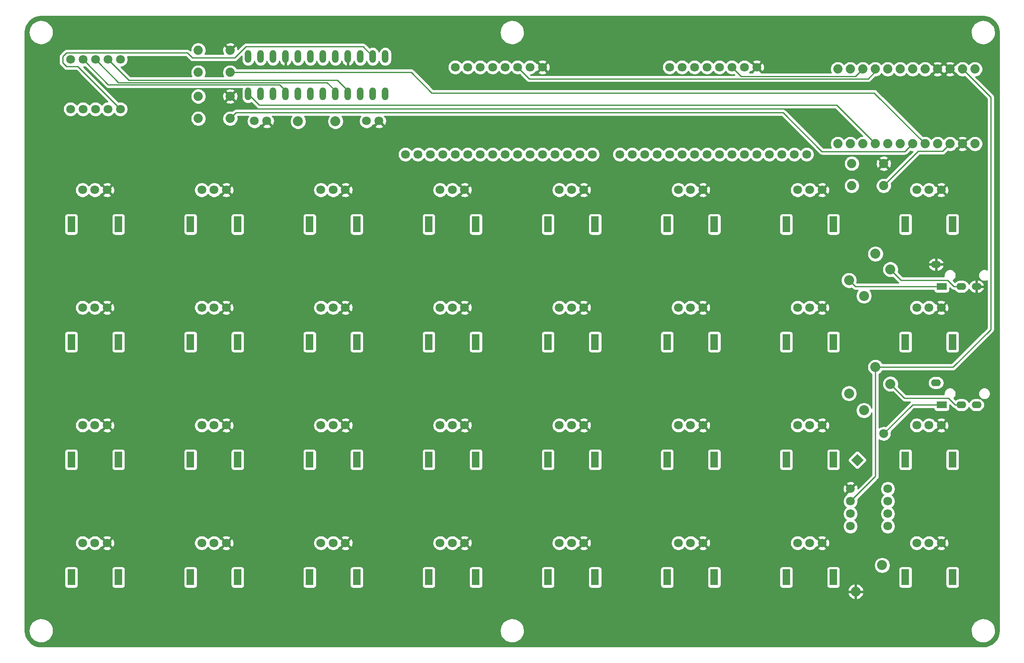
<source format=gbr>
G04 #@! TF.GenerationSoftware,KiCad,Pcbnew,(5.1.2-1)-1*
G04 #@! TF.CreationDate,2020-09-14T16:18:28+03:00*
G04 #@! TF.ProjectId,N32B,4e333242-2e6b-4696-9361-645f70636258,V0.1*
G04 #@! TF.SameCoordinates,Original*
G04 #@! TF.FileFunction,Copper,L2,Bot*
G04 #@! TF.FilePolarity,Positive*
%FSLAX46Y46*%
G04 Gerber Fmt 4.6, Leading zero omitted, Abs format (unit mm)*
G04 Created by KiCad (PCBNEW (5.1.2-1)-1) date 2020-09-14 16:18:28*
%MOMM*%
%LPD*%
G04 APERTURE LIST*
%ADD10C,1.800000*%
%ADD11C,1.800000*%
%ADD12C,0.100000*%
%ADD13R,1.500000X3.200000*%
%ADD14C,2.032000*%
%ADD15O,2.000000X1.400000*%
%ADD16R,2.000000X1.400000*%
%ADD17O,1.320800X2.641600*%
%ADD18C,1.879600*%
%ADD19C,0.250000*%
%ADD20C,0.254000*%
G04 APERTURE END LIST*
D10*
X48588000Y-41952000D03*
X48588000Y-31832000D03*
X46048000Y-41952000D03*
X46048000Y-31832000D03*
X43508000Y-41952000D03*
X43508000Y-31832000D03*
X40968000Y-41952000D03*
X40968000Y-31832000D03*
X38428000Y-41952000D03*
X38428000Y-31832000D03*
X204161154Y-108138846D03*
D11*
X204161154Y-108138846D02*
X204161154Y-108138846D01*
D10*
X198773000Y-113527000D03*
D12*
G36*
X198773000Y-114799792D02*
G01*
X197500208Y-113527000D01*
X198773000Y-112254208D01*
X200045792Y-113527000D01*
X198773000Y-114799792D01*
X198773000Y-114799792D01*
G37*
D10*
X215882001Y-130440000D03*
X213382001Y-130440000D03*
X210882001Y-130440000D03*
D13*
X208582001Y-137440000D03*
X218182001Y-137440000D03*
D10*
X191596001Y-130440000D03*
X189096001Y-130440000D03*
X186596001Y-130440000D03*
D13*
X184296001Y-137440000D03*
X193896001Y-137440000D03*
D10*
X167310001Y-130440000D03*
X164810001Y-130440000D03*
X162310001Y-130440000D03*
D13*
X160010001Y-137440000D03*
X169610001Y-137440000D03*
D10*
X143024001Y-130440000D03*
X140524001Y-130440000D03*
X138024001Y-130440000D03*
D13*
X135724001Y-137440000D03*
X145324001Y-137440000D03*
D10*
X118738002Y-130440000D03*
X116238002Y-130440000D03*
X113738002Y-130440000D03*
D13*
X111438002Y-137440000D03*
X121038002Y-137440000D03*
D10*
X94452001Y-130440000D03*
X91952001Y-130440000D03*
X89452001Y-130440000D03*
D13*
X87152001Y-137440000D03*
X96752001Y-137440000D03*
D10*
X70166001Y-130440000D03*
X67666001Y-130440000D03*
X65166001Y-130440000D03*
D13*
X62866001Y-137440000D03*
X72466001Y-137440000D03*
D10*
X215882001Y-106439999D03*
X213382001Y-106439999D03*
X210882001Y-106439999D03*
D13*
X208582001Y-113439999D03*
X218182001Y-113439999D03*
D10*
X191596001Y-106439999D03*
X189096001Y-106439999D03*
X186596001Y-106439999D03*
D13*
X184296001Y-113439999D03*
X193896001Y-113439999D03*
D10*
X167310001Y-106439999D03*
X164810001Y-106439999D03*
X162310001Y-106439999D03*
D13*
X160010001Y-113439999D03*
X169610001Y-113439999D03*
D10*
X143024001Y-106439999D03*
X140524001Y-106439999D03*
X138024001Y-106439999D03*
D13*
X135724001Y-113439999D03*
X145324001Y-113439999D03*
D10*
X118738002Y-106439999D03*
X116238002Y-106439999D03*
X113738002Y-106439999D03*
D13*
X111438002Y-113439999D03*
X121038002Y-113439999D03*
D10*
X94452001Y-106439999D03*
X91952001Y-106439999D03*
X89452001Y-106439999D03*
D13*
X87152001Y-113439999D03*
X96752001Y-113439999D03*
D10*
X70166001Y-106439999D03*
X67666001Y-106439999D03*
X65166001Y-106439999D03*
D13*
X62866001Y-113439999D03*
X72466001Y-113439999D03*
D10*
X45880001Y-106439999D03*
X43380001Y-106439999D03*
X40880001Y-106439999D03*
D13*
X38580001Y-113439999D03*
X48180001Y-113439999D03*
D10*
X215882001Y-82439999D03*
X213382001Y-82439999D03*
X210882001Y-82439999D03*
D13*
X208582001Y-89439999D03*
X218182001Y-89439999D03*
D10*
X191596001Y-82439999D03*
X189096001Y-82439999D03*
X186596001Y-82439999D03*
D13*
X184296001Y-89439999D03*
X193896001Y-89439999D03*
D10*
X167310001Y-82439999D03*
X164810001Y-82439999D03*
X162310001Y-82439999D03*
D13*
X160010001Y-89439999D03*
X169610001Y-89439999D03*
D10*
X143024001Y-82439999D03*
X140524001Y-82439999D03*
X138024001Y-82439999D03*
D13*
X135724001Y-89439999D03*
X145324001Y-89439999D03*
D10*
X118738002Y-82439999D03*
X116238002Y-82439999D03*
X113738002Y-82439999D03*
D13*
X111438002Y-89439999D03*
X121038002Y-89439999D03*
D10*
X94452001Y-82439999D03*
X91952001Y-82439999D03*
X89452001Y-82439999D03*
D13*
X87152001Y-89439999D03*
X96752001Y-89439999D03*
D10*
X70166001Y-82439999D03*
X67666001Y-82439999D03*
X65166001Y-82439999D03*
D13*
X62866001Y-89439999D03*
X72466001Y-89439999D03*
D10*
X45880001Y-82439999D03*
X43380001Y-82439999D03*
X40880001Y-82439999D03*
D13*
X38580001Y-89439999D03*
X48180001Y-89439999D03*
D10*
X215882001Y-58440000D03*
X213382001Y-58440000D03*
X210882001Y-58440000D03*
D13*
X208582001Y-65440000D03*
X218182001Y-65440000D03*
D10*
X191596001Y-58440000D03*
X189096001Y-58440000D03*
X186596001Y-58440000D03*
D13*
X184296001Y-65440000D03*
X193896001Y-65440000D03*
D10*
X167310001Y-58440000D03*
X164810001Y-58440000D03*
X162310001Y-58440000D03*
D13*
X160010001Y-65440000D03*
X169610001Y-65440000D03*
D10*
X143024001Y-58440000D03*
X140524001Y-58440000D03*
X138024001Y-58440000D03*
D13*
X135724001Y-65440000D03*
X145324001Y-65440000D03*
D10*
X118738002Y-58440000D03*
X116238002Y-58440000D03*
X113738002Y-58440000D03*
D13*
X111438002Y-65440000D03*
X121038002Y-65440000D03*
D10*
X70166001Y-58440000D03*
X67666001Y-58440000D03*
X65166001Y-58440000D03*
D13*
X62866001Y-65440000D03*
X72466001Y-65440000D03*
D10*
X94452001Y-58440000D03*
X91952001Y-58440000D03*
X89452001Y-58440000D03*
D13*
X87152001Y-65440000D03*
X96752001Y-65440000D03*
D10*
X45880001Y-130440000D03*
X43380001Y-130440000D03*
X40880001Y-130440000D03*
D13*
X38580001Y-137440000D03*
X48180001Y-137440000D03*
D10*
X45880001Y-58440000D03*
X43380001Y-58440000D03*
X40880001Y-58440000D03*
D13*
X38580001Y-65440000D03*
X48180001Y-65440000D03*
D10*
X204990700Y-119405400D03*
X197370700Y-119405400D03*
X204990700Y-121945400D03*
X197370700Y-121945400D03*
X204990700Y-124485400D03*
X197370700Y-124485400D03*
X204990700Y-127025400D03*
X197370700Y-127025400D03*
D14*
X202465077Y-71473923D03*
X197076923Y-76862077D03*
X200124923Y-80037077D03*
X205513077Y-74648923D03*
X84788000Y-44446000D03*
X92408000Y-44446000D03*
X200124923Y-103396077D03*
X205513077Y-98007923D03*
X198453923Y-140371077D03*
X203842077Y-134982923D03*
X202465077Y-94557923D03*
X197076923Y-99946077D03*
D15*
X223068000Y-78138000D03*
X219968000Y-78138000D03*
D16*
X215968000Y-78138000D03*
D15*
X214818000Y-73638000D03*
D10*
X75898000Y-44386000D03*
X78438000Y-44386000D03*
X98758000Y-44386000D03*
X101298000Y-44386000D03*
X106680000Y-51196000D03*
X109220000Y-51196000D03*
X111760000Y-51196000D03*
X114300000Y-51196000D03*
X116840000Y-33416000D03*
X116840000Y-51196000D03*
X119380000Y-33416000D03*
X119380000Y-51196000D03*
X121920000Y-33416000D03*
X121920000Y-51196000D03*
X124460000Y-33416000D03*
X124460000Y-51196000D03*
X127000000Y-33416000D03*
X127000000Y-51196000D03*
X129540000Y-33416000D03*
X129540000Y-51196000D03*
X132080000Y-33416000D03*
X132080000Y-51196000D03*
X134620000Y-33416000D03*
X134620000Y-51196000D03*
X137160000Y-51196000D03*
X139700000Y-51196000D03*
X142240000Y-51196000D03*
X144780000Y-51196000D03*
X150368000Y-51196000D03*
X152908000Y-51196000D03*
X155448000Y-51196000D03*
X157988000Y-51196000D03*
X160528000Y-33416000D03*
X160528000Y-51196000D03*
X163068000Y-33416000D03*
X163068000Y-51196000D03*
X165608000Y-33416000D03*
X165608000Y-51196000D03*
X168148000Y-33416000D03*
X168148000Y-51196000D03*
X170688000Y-33416000D03*
X170688000Y-51196000D03*
X173228000Y-33416000D03*
X173228000Y-51196000D03*
X175768000Y-33416000D03*
X175768000Y-51196000D03*
X178308000Y-33416000D03*
X178308000Y-51196000D03*
X180848000Y-51196000D03*
X183388000Y-51196000D03*
X185928000Y-51196000D03*
X188468000Y-51196000D03*
D17*
X102568000Y-38862000D03*
X100028000Y-38862000D03*
X97488000Y-38862000D03*
X94948000Y-38862000D03*
X92408000Y-38862000D03*
X89868000Y-38862000D03*
X87328000Y-38862000D03*
X84788000Y-38862000D03*
X82248000Y-38862000D03*
X79708000Y-38862000D03*
X77168000Y-38862000D03*
X74628000Y-38862000D03*
X74628000Y-31242000D03*
X77168000Y-31242000D03*
X79708000Y-31242000D03*
X82248000Y-31242000D03*
X84788000Y-31242000D03*
X87328000Y-31242000D03*
X89868000Y-31242000D03*
X92408000Y-31242000D03*
X94948000Y-31242000D03*
X97488000Y-31242000D03*
X100028000Y-31242000D03*
X102568000Y-31242000D03*
D18*
X64450799Y-39351402D03*
X70953199Y-39351402D03*
X64450799Y-43872602D03*
X70953199Y-43872602D03*
X64450800Y-29951402D03*
X70953200Y-29951402D03*
X64450800Y-34472602D03*
X70953200Y-34472602D03*
X222758000Y-33782000D03*
X220218000Y-33782000D03*
X217678000Y-33782000D03*
X215138000Y-33782000D03*
X212598000Y-33782000D03*
X210058000Y-33782000D03*
X207518000Y-33782000D03*
X204978000Y-33782000D03*
X202438000Y-33782000D03*
X199898000Y-33782000D03*
X197358000Y-33782000D03*
X194818000Y-33782000D03*
X194818000Y-49022000D03*
X197358000Y-49022000D03*
X199898000Y-49022000D03*
X202438000Y-49022000D03*
X204978000Y-49022000D03*
X207518000Y-49022000D03*
X210058000Y-49022000D03*
X212598000Y-49022000D03*
X215138000Y-49022000D03*
X217678000Y-49022000D03*
X220218000Y-49022000D03*
X222758000Y-49022000D03*
D15*
X214818000Y-97768000D03*
D16*
X215968000Y-102268000D03*
D15*
X219968000Y-102268000D03*
X223068000Y-102268000D03*
D18*
X204139800Y-57581800D03*
X197637400Y-57581800D03*
X204139800Y-53060600D03*
X197637400Y-53060600D03*
D19*
X209118201Y-49961799D02*
X210058000Y-49022000D01*
X191554100Y-50584100D02*
X208495900Y-50584100D01*
X183642000Y-42672000D02*
X191554100Y-50584100D01*
X72153801Y-42672000D02*
X183642000Y-42672000D01*
X208495900Y-50584100D02*
X209118201Y-49961799D01*
X70953199Y-43872602D02*
X72153801Y-42672000D01*
X112050999Y-38644999D02*
X107878602Y-34472602D01*
X202220999Y-38644999D02*
X112050999Y-38644999D01*
X107878602Y-34472602D02*
X70953200Y-34472602D01*
X212598000Y-49022000D02*
X202220999Y-38644999D01*
X129540000Y-33416000D02*
X131880011Y-35756011D01*
X131880011Y-35756011D02*
X200971989Y-35756011D01*
X200971989Y-35756011D02*
X202946000Y-33782000D01*
X198374000Y-35306000D02*
X175118000Y-35306000D01*
X199898000Y-33782000D02*
X198374000Y-35306000D01*
X175118000Y-35306000D02*
X173228000Y-33416000D01*
X41729999Y-32593999D02*
X40968000Y-31832000D01*
X81014422Y-36968022D02*
X46104022Y-36968022D01*
X46104022Y-36968022D02*
X41729999Y-32593999D01*
X82248000Y-38201600D02*
X81014422Y-36968022D01*
X82248000Y-38862000D02*
X82248000Y-38201600D01*
X48194011Y-36518011D02*
X44269999Y-32593999D01*
X90724411Y-36518011D02*
X48194011Y-36518011D01*
X92408000Y-38201600D02*
X90724411Y-36518011D01*
X44269999Y-32593999D02*
X43508000Y-31832000D01*
X92408000Y-38862000D02*
X92408000Y-38201600D01*
X92814400Y-36068000D02*
X94948000Y-38201600D01*
X94948000Y-38201600D02*
X94948000Y-38862000D01*
X50284000Y-36068000D02*
X92814400Y-36068000D01*
X46048000Y-31832000D02*
X50284000Y-36068000D01*
X74168000Y-29210000D02*
X98044000Y-29210000D01*
X100028000Y-31194000D02*
X100028000Y-31242000D01*
X71882000Y-31496000D02*
X74168000Y-29210000D01*
X62230000Y-30480000D02*
X63246000Y-31496000D01*
X98044000Y-29210000D02*
X100028000Y-31194000D01*
X36830000Y-31242000D02*
X37592000Y-30480000D01*
X37592000Y-30480000D02*
X62230000Y-30480000D01*
X39910000Y-33274000D02*
X37592000Y-33274000D01*
X37592000Y-33274000D02*
X36830000Y-32512000D01*
X36830000Y-32512000D02*
X36830000Y-31242000D01*
X63246000Y-31496000D02*
X71882000Y-31496000D01*
X48588000Y-41952000D02*
X39910000Y-33274000D01*
X194564000Y-41148000D02*
X201498201Y-48082201D01*
X76914000Y-41148000D02*
X194564000Y-41148000D01*
X201498201Y-48082201D02*
X202438000Y-49022000D01*
X74628000Y-38862000D02*
X76914000Y-41148000D01*
X198352846Y-78138000D02*
X197076923Y-76862077D01*
X215968000Y-78138000D02*
X198352846Y-78138000D01*
X218473000Y-78138000D02*
X219968000Y-78138000D01*
X207699154Y-76835000D02*
X217170000Y-76835000D01*
X217170000Y-76835000D02*
X218473000Y-78138000D01*
X205513077Y-74648923D02*
X207699154Y-76835000D01*
X218292077Y-94557923D02*
X202465077Y-94557923D01*
X225948000Y-39512000D02*
X225948000Y-86902000D01*
X225948000Y-86902000D02*
X218292077Y-94557923D01*
X220218000Y-33782000D02*
X225948000Y-39512000D01*
X202465077Y-116851023D02*
X202465077Y-94557923D01*
X197370700Y-121945400D02*
X202465077Y-116851023D01*
X211150200Y-50571400D02*
X204139800Y-57581800D01*
X216128600Y-50571400D02*
X211150200Y-50571400D01*
X217678000Y-49022000D02*
X216128600Y-50571400D01*
X210032000Y-102268000D02*
X215968000Y-102268000D01*
X204161154Y-108138846D02*
X210032000Y-102268000D01*
X208398155Y-100893001D02*
X217343001Y-100893001D01*
X218718000Y-102268000D02*
X219968000Y-102268000D01*
X217343001Y-100893001D02*
X218718000Y-102268000D01*
X205513077Y-98007923D02*
X208398155Y-100893001D01*
D20*
G36*
X224380064Y-23047001D02*
G01*
X225049490Y-23112639D01*
X225658853Y-23296617D01*
X226220875Y-23595449D01*
X226714148Y-23997754D01*
X227119886Y-24488207D01*
X227422634Y-25048129D01*
X227610860Y-25656189D01*
X227681000Y-26323523D01*
X227681001Y-148276144D01*
X227615362Y-148945589D01*
X227431383Y-149554955D01*
X227132553Y-150116971D01*
X226730250Y-150610245D01*
X226239795Y-151015984D01*
X225679873Y-151318734D01*
X225071793Y-151506966D01*
X224405749Y-151577000D01*
X32451945Y-151577000D01*
X31782511Y-151511362D01*
X31173145Y-151327383D01*
X30611129Y-151028553D01*
X30117855Y-150626250D01*
X29712116Y-150135795D01*
X29409366Y-149575873D01*
X29221140Y-148967811D01*
X29155888Y-148346975D01*
X29911244Y-148346975D01*
X29965740Y-148832819D01*
X30113566Y-149298824D01*
X30349091Y-149727242D01*
X30663343Y-150101754D01*
X31044354Y-150408095D01*
X31477610Y-150634596D01*
X31946610Y-150772630D01*
X32433488Y-150816939D01*
X32919700Y-150765836D01*
X33386727Y-150621267D01*
X33816778Y-150388739D01*
X34193475Y-150077109D01*
X34502468Y-149698246D01*
X34731988Y-149266581D01*
X34873293Y-148798557D01*
X34917570Y-148346975D01*
X125911245Y-148346975D01*
X125965741Y-148832819D01*
X126113567Y-149298824D01*
X126349092Y-149727242D01*
X126663344Y-150101753D01*
X127044355Y-150408094D01*
X127477611Y-150634595D01*
X127946610Y-150772629D01*
X128433488Y-150816938D01*
X128919700Y-150765835D01*
X129386726Y-150621266D01*
X129816778Y-150388738D01*
X130193474Y-150077108D01*
X130502467Y-149698245D01*
X130731987Y-149266581D01*
X130873292Y-148798557D01*
X130917569Y-148346975D01*
X221911244Y-148346975D01*
X221965740Y-148832819D01*
X222113566Y-149298824D01*
X222349091Y-149727242D01*
X222663343Y-150101754D01*
X223044354Y-150408095D01*
X223477610Y-150634596D01*
X223946610Y-150772630D01*
X224433488Y-150816939D01*
X224919700Y-150765836D01*
X225386727Y-150621267D01*
X225816778Y-150388739D01*
X226193475Y-150077109D01*
X226502468Y-149698246D01*
X226731988Y-149266581D01*
X226873293Y-148798557D01*
X226921000Y-148312000D01*
X226920023Y-148242056D01*
X226858749Y-147757021D01*
X226704431Y-147293125D01*
X226462948Y-146868037D01*
X226143497Y-146497949D01*
X225758246Y-146196959D01*
X225321870Y-145976529D01*
X224850989Y-145845057D01*
X224363539Y-145807549D01*
X223878088Y-145865436D01*
X223413126Y-146016511D01*
X222986363Y-146255021D01*
X222614054Y-146571881D01*
X222310381Y-146955021D01*
X222086910Y-147389848D01*
X221952153Y-147859800D01*
X221911244Y-148346975D01*
X130917569Y-148346975D01*
X130920999Y-148312000D01*
X130920022Y-148242056D01*
X130858748Y-147757021D01*
X130704430Y-147293125D01*
X130462947Y-146868038D01*
X130143496Y-146497950D01*
X129758246Y-146196959D01*
X129321869Y-145976530D01*
X128850989Y-145845058D01*
X128363539Y-145807550D01*
X127878088Y-145865437D01*
X127413126Y-146016512D01*
X126986363Y-146255022D01*
X126614055Y-146571881D01*
X126310381Y-146955021D01*
X126086911Y-147389848D01*
X125952154Y-147859800D01*
X125911245Y-148346975D01*
X34917570Y-148346975D01*
X34921000Y-148312000D01*
X34920023Y-148242056D01*
X34858749Y-147757021D01*
X34704431Y-147293125D01*
X34462948Y-146868037D01*
X34143497Y-146497949D01*
X33758246Y-146196959D01*
X33321870Y-145976529D01*
X32850989Y-145845057D01*
X32363539Y-145807549D01*
X31878088Y-145865436D01*
X31413126Y-146016511D01*
X30986363Y-146255021D01*
X30614054Y-146571881D01*
X30310381Y-146955021D01*
X30086910Y-147389848D01*
X29952153Y-147859800D01*
X29911244Y-148346975D01*
X29155888Y-148346975D01*
X29151000Y-148300478D01*
X29151000Y-140755275D01*
X196840035Y-140755275D01*
X196945999Y-141062747D01*
X197109911Y-141343638D01*
X197325473Y-141587154D01*
X197584401Y-141783937D01*
X197876744Y-141926425D01*
X198069725Y-141984965D01*
X198326923Y-141865930D01*
X198326923Y-140498077D01*
X198580923Y-140498077D01*
X198580923Y-141865930D01*
X198838121Y-141984965D01*
X199145593Y-141879001D01*
X199426484Y-141715089D01*
X199670000Y-141499527D01*
X199866783Y-141240599D01*
X200009271Y-140948256D01*
X200067811Y-140755275D01*
X199948776Y-140498077D01*
X198580923Y-140498077D01*
X198326923Y-140498077D01*
X196959070Y-140498077D01*
X196840035Y-140755275D01*
X29151000Y-140755275D01*
X29151000Y-139986879D01*
X196840035Y-139986879D01*
X196959070Y-140244077D01*
X198326923Y-140244077D01*
X198326923Y-138876224D01*
X198580923Y-138876224D01*
X198580923Y-140244077D01*
X199948776Y-140244077D01*
X200067811Y-139986879D01*
X199961847Y-139679407D01*
X199797935Y-139398516D01*
X199582373Y-139155000D01*
X199323445Y-138958217D01*
X199031102Y-138815729D01*
X198838121Y-138757189D01*
X198580923Y-138876224D01*
X198326923Y-138876224D01*
X198069725Y-138757189D01*
X197762253Y-138863153D01*
X197481362Y-139027065D01*
X197237846Y-139242627D01*
X197041063Y-139501555D01*
X196898575Y-139793898D01*
X196840035Y-139986879D01*
X29151000Y-139986879D01*
X29151000Y-135840000D01*
X37191929Y-135840000D01*
X37191929Y-139040000D01*
X37204189Y-139164482D01*
X37240499Y-139284180D01*
X37299464Y-139394494D01*
X37378816Y-139491185D01*
X37475507Y-139570537D01*
X37585821Y-139629502D01*
X37705519Y-139665812D01*
X37830001Y-139678072D01*
X39330001Y-139678072D01*
X39454483Y-139665812D01*
X39574181Y-139629502D01*
X39684495Y-139570537D01*
X39781186Y-139491185D01*
X39860538Y-139394494D01*
X39919503Y-139284180D01*
X39955813Y-139164482D01*
X39968073Y-139040000D01*
X39968073Y-135840000D01*
X46791929Y-135840000D01*
X46791929Y-139040000D01*
X46804189Y-139164482D01*
X46840499Y-139284180D01*
X46899464Y-139394494D01*
X46978816Y-139491185D01*
X47075507Y-139570537D01*
X47185821Y-139629502D01*
X47305519Y-139665812D01*
X47430001Y-139678072D01*
X48930001Y-139678072D01*
X49054483Y-139665812D01*
X49174181Y-139629502D01*
X49284495Y-139570537D01*
X49381186Y-139491185D01*
X49460538Y-139394494D01*
X49519503Y-139284180D01*
X49555813Y-139164482D01*
X49568073Y-139040000D01*
X49568073Y-135840000D01*
X61477929Y-135840000D01*
X61477929Y-139040000D01*
X61490189Y-139164482D01*
X61526499Y-139284180D01*
X61585464Y-139394494D01*
X61664816Y-139491185D01*
X61761507Y-139570537D01*
X61871821Y-139629502D01*
X61991519Y-139665812D01*
X62116001Y-139678072D01*
X63616001Y-139678072D01*
X63740483Y-139665812D01*
X63860181Y-139629502D01*
X63970495Y-139570537D01*
X64067186Y-139491185D01*
X64146538Y-139394494D01*
X64205503Y-139284180D01*
X64241813Y-139164482D01*
X64254073Y-139040000D01*
X64254073Y-135840000D01*
X71077929Y-135840000D01*
X71077929Y-139040000D01*
X71090189Y-139164482D01*
X71126499Y-139284180D01*
X71185464Y-139394494D01*
X71264816Y-139491185D01*
X71361507Y-139570537D01*
X71471821Y-139629502D01*
X71591519Y-139665812D01*
X71716001Y-139678072D01*
X73216001Y-139678072D01*
X73340483Y-139665812D01*
X73460181Y-139629502D01*
X73570495Y-139570537D01*
X73667186Y-139491185D01*
X73746538Y-139394494D01*
X73805503Y-139284180D01*
X73841813Y-139164482D01*
X73854073Y-139040000D01*
X73854073Y-135840000D01*
X85763929Y-135840000D01*
X85763929Y-139040000D01*
X85776189Y-139164482D01*
X85812499Y-139284180D01*
X85871464Y-139394494D01*
X85950816Y-139491185D01*
X86047507Y-139570537D01*
X86157821Y-139629502D01*
X86277519Y-139665812D01*
X86402001Y-139678072D01*
X87902001Y-139678072D01*
X88026483Y-139665812D01*
X88146181Y-139629502D01*
X88256495Y-139570537D01*
X88353186Y-139491185D01*
X88432538Y-139394494D01*
X88491503Y-139284180D01*
X88527813Y-139164482D01*
X88540073Y-139040000D01*
X88540073Y-135840000D01*
X95363929Y-135840000D01*
X95363929Y-139040000D01*
X95376189Y-139164482D01*
X95412499Y-139284180D01*
X95471464Y-139394494D01*
X95550816Y-139491185D01*
X95647507Y-139570537D01*
X95757821Y-139629502D01*
X95877519Y-139665812D01*
X96002001Y-139678072D01*
X97502001Y-139678072D01*
X97626483Y-139665812D01*
X97746181Y-139629502D01*
X97856495Y-139570537D01*
X97953186Y-139491185D01*
X98032538Y-139394494D01*
X98091503Y-139284180D01*
X98127813Y-139164482D01*
X98140073Y-139040000D01*
X98140073Y-135840000D01*
X110049930Y-135840000D01*
X110049930Y-139040000D01*
X110062190Y-139164482D01*
X110098500Y-139284180D01*
X110157465Y-139394494D01*
X110236817Y-139491185D01*
X110333508Y-139570537D01*
X110443822Y-139629502D01*
X110563520Y-139665812D01*
X110688002Y-139678072D01*
X112188002Y-139678072D01*
X112312484Y-139665812D01*
X112432182Y-139629502D01*
X112542496Y-139570537D01*
X112639187Y-139491185D01*
X112718539Y-139394494D01*
X112777504Y-139284180D01*
X112813814Y-139164482D01*
X112826074Y-139040000D01*
X112826074Y-135840000D01*
X119649930Y-135840000D01*
X119649930Y-139040000D01*
X119662190Y-139164482D01*
X119698500Y-139284180D01*
X119757465Y-139394494D01*
X119836817Y-139491185D01*
X119933508Y-139570537D01*
X120043822Y-139629502D01*
X120163520Y-139665812D01*
X120288002Y-139678072D01*
X121788002Y-139678072D01*
X121912484Y-139665812D01*
X122032182Y-139629502D01*
X122142496Y-139570537D01*
X122239187Y-139491185D01*
X122318539Y-139394494D01*
X122377504Y-139284180D01*
X122413814Y-139164482D01*
X122426074Y-139040000D01*
X122426074Y-135840000D01*
X134335929Y-135840000D01*
X134335929Y-139040000D01*
X134348189Y-139164482D01*
X134384499Y-139284180D01*
X134443464Y-139394494D01*
X134522816Y-139491185D01*
X134619507Y-139570537D01*
X134729821Y-139629502D01*
X134849519Y-139665812D01*
X134974001Y-139678072D01*
X136474001Y-139678072D01*
X136598483Y-139665812D01*
X136718181Y-139629502D01*
X136828495Y-139570537D01*
X136925186Y-139491185D01*
X137004538Y-139394494D01*
X137063503Y-139284180D01*
X137099813Y-139164482D01*
X137112073Y-139040000D01*
X137112073Y-135840000D01*
X143935929Y-135840000D01*
X143935929Y-139040000D01*
X143948189Y-139164482D01*
X143984499Y-139284180D01*
X144043464Y-139394494D01*
X144122816Y-139491185D01*
X144219507Y-139570537D01*
X144329821Y-139629502D01*
X144449519Y-139665812D01*
X144574001Y-139678072D01*
X146074001Y-139678072D01*
X146198483Y-139665812D01*
X146318181Y-139629502D01*
X146428495Y-139570537D01*
X146525186Y-139491185D01*
X146604538Y-139394494D01*
X146663503Y-139284180D01*
X146699813Y-139164482D01*
X146712073Y-139040000D01*
X146712073Y-135840000D01*
X158621929Y-135840000D01*
X158621929Y-139040000D01*
X158634189Y-139164482D01*
X158670499Y-139284180D01*
X158729464Y-139394494D01*
X158808816Y-139491185D01*
X158905507Y-139570537D01*
X159015821Y-139629502D01*
X159135519Y-139665812D01*
X159260001Y-139678072D01*
X160760001Y-139678072D01*
X160884483Y-139665812D01*
X161004181Y-139629502D01*
X161114495Y-139570537D01*
X161211186Y-139491185D01*
X161290538Y-139394494D01*
X161349503Y-139284180D01*
X161385813Y-139164482D01*
X161398073Y-139040000D01*
X161398073Y-135840000D01*
X168221929Y-135840000D01*
X168221929Y-139040000D01*
X168234189Y-139164482D01*
X168270499Y-139284180D01*
X168329464Y-139394494D01*
X168408816Y-139491185D01*
X168505507Y-139570537D01*
X168615821Y-139629502D01*
X168735519Y-139665812D01*
X168860001Y-139678072D01*
X170360001Y-139678072D01*
X170484483Y-139665812D01*
X170604181Y-139629502D01*
X170714495Y-139570537D01*
X170811186Y-139491185D01*
X170890538Y-139394494D01*
X170949503Y-139284180D01*
X170985813Y-139164482D01*
X170998073Y-139040000D01*
X170998073Y-135840000D01*
X182907929Y-135840000D01*
X182907929Y-139040000D01*
X182920189Y-139164482D01*
X182956499Y-139284180D01*
X183015464Y-139394494D01*
X183094816Y-139491185D01*
X183191507Y-139570537D01*
X183301821Y-139629502D01*
X183421519Y-139665812D01*
X183546001Y-139678072D01*
X185046001Y-139678072D01*
X185170483Y-139665812D01*
X185290181Y-139629502D01*
X185400495Y-139570537D01*
X185497186Y-139491185D01*
X185576538Y-139394494D01*
X185635503Y-139284180D01*
X185671813Y-139164482D01*
X185684073Y-139040000D01*
X185684073Y-135840000D01*
X192507929Y-135840000D01*
X192507929Y-139040000D01*
X192520189Y-139164482D01*
X192556499Y-139284180D01*
X192615464Y-139394494D01*
X192694816Y-139491185D01*
X192791507Y-139570537D01*
X192901821Y-139629502D01*
X193021519Y-139665812D01*
X193146001Y-139678072D01*
X194646001Y-139678072D01*
X194770483Y-139665812D01*
X194890181Y-139629502D01*
X195000495Y-139570537D01*
X195097186Y-139491185D01*
X195176538Y-139394494D01*
X195235503Y-139284180D01*
X195271813Y-139164482D01*
X195284073Y-139040000D01*
X195284073Y-135840000D01*
X195271813Y-135715518D01*
X195235503Y-135595820D01*
X195176538Y-135485506D01*
X195097186Y-135388815D01*
X195000495Y-135309463D01*
X194890181Y-135250498D01*
X194770483Y-135214188D01*
X194646001Y-135201928D01*
X193146001Y-135201928D01*
X193021519Y-135214188D01*
X192901821Y-135250498D01*
X192791507Y-135309463D01*
X192694816Y-135388815D01*
X192615464Y-135485506D01*
X192556499Y-135595820D01*
X192520189Y-135715518D01*
X192507929Y-135840000D01*
X185684073Y-135840000D01*
X185671813Y-135715518D01*
X185635503Y-135595820D01*
X185576538Y-135485506D01*
X185497186Y-135388815D01*
X185400495Y-135309463D01*
X185290181Y-135250498D01*
X185170483Y-135214188D01*
X185046001Y-135201928D01*
X183546001Y-135201928D01*
X183421519Y-135214188D01*
X183301821Y-135250498D01*
X183191507Y-135309463D01*
X183094816Y-135388815D01*
X183015464Y-135485506D01*
X182956499Y-135595820D01*
X182920189Y-135715518D01*
X182907929Y-135840000D01*
X170998073Y-135840000D01*
X170985813Y-135715518D01*
X170949503Y-135595820D01*
X170890538Y-135485506D01*
X170811186Y-135388815D01*
X170714495Y-135309463D01*
X170604181Y-135250498D01*
X170484483Y-135214188D01*
X170360001Y-135201928D01*
X168860001Y-135201928D01*
X168735519Y-135214188D01*
X168615821Y-135250498D01*
X168505507Y-135309463D01*
X168408816Y-135388815D01*
X168329464Y-135485506D01*
X168270499Y-135595820D01*
X168234189Y-135715518D01*
X168221929Y-135840000D01*
X161398073Y-135840000D01*
X161385813Y-135715518D01*
X161349503Y-135595820D01*
X161290538Y-135485506D01*
X161211186Y-135388815D01*
X161114495Y-135309463D01*
X161004181Y-135250498D01*
X160884483Y-135214188D01*
X160760001Y-135201928D01*
X159260001Y-135201928D01*
X159135519Y-135214188D01*
X159015821Y-135250498D01*
X158905507Y-135309463D01*
X158808816Y-135388815D01*
X158729464Y-135485506D01*
X158670499Y-135595820D01*
X158634189Y-135715518D01*
X158621929Y-135840000D01*
X146712073Y-135840000D01*
X146699813Y-135715518D01*
X146663503Y-135595820D01*
X146604538Y-135485506D01*
X146525186Y-135388815D01*
X146428495Y-135309463D01*
X146318181Y-135250498D01*
X146198483Y-135214188D01*
X146074001Y-135201928D01*
X144574001Y-135201928D01*
X144449519Y-135214188D01*
X144329821Y-135250498D01*
X144219507Y-135309463D01*
X144122816Y-135388815D01*
X144043464Y-135485506D01*
X143984499Y-135595820D01*
X143948189Y-135715518D01*
X143935929Y-135840000D01*
X137112073Y-135840000D01*
X137099813Y-135715518D01*
X137063503Y-135595820D01*
X137004538Y-135485506D01*
X136925186Y-135388815D01*
X136828495Y-135309463D01*
X136718181Y-135250498D01*
X136598483Y-135214188D01*
X136474001Y-135201928D01*
X134974001Y-135201928D01*
X134849519Y-135214188D01*
X134729821Y-135250498D01*
X134619507Y-135309463D01*
X134522816Y-135388815D01*
X134443464Y-135485506D01*
X134384499Y-135595820D01*
X134348189Y-135715518D01*
X134335929Y-135840000D01*
X122426074Y-135840000D01*
X122413814Y-135715518D01*
X122377504Y-135595820D01*
X122318539Y-135485506D01*
X122239187Y-135388815D01*
X122142496Y-135309463D01*
X122032182Y-135250498D01*
X121912484Y-135214188D01*
X121788002Y-135201928D01*
X120288002Y-135201928D01*
X120163520Y-135214188D01*
X120043822Y-135250498D01*
X119933508Y-135309463D01*
X119836817Y-135388815D01*
X119757465Y-135485506D01*
X119698500Y-135595820D01*
X119662190Y-135715518D01*
X119649930Y-135840000D01*
X112826074Y-135840000D01*
X112813814Y-135715518D01*
X112777504Y-135595820D01*
X112718539Y-135485506D01*
X112639187Y-135388815D01*
X112542496Y-135309463D01*
X112432182Y-135250498D01*
X112312484Y-135214188D01*
X112188002Y-135201928D01*
X110688002Y-135201928D01*
X110563520Y-135214188D01*
X110443822Y-135250498D01*
X110333508Y-135309463D01*
X110236817Y-135388815D01*
X110157465Y-135485506D01*
X110098500Y-135595820D01*
X110062190Y-135715518D01*
X110049930Y-135840000D01*
X98140073Y-135840000D01*
X98127813Y-135715518D01*
X98091503Y-135595820D01*
X98032538Y-135485506D01*
X97953186Y-135388815D01*
X97856495Y-135309463D01*
X97746181Y-135250498D01*
X97626483Y-135214188D01*
X97502001Y-135201928D01*
X96002001Y-135201928D01*
X95877519Y-135214188D01*
X95757821Y-135250498D01*
X95647507Y-135309463D01*
X95550816Y-135388815D01*
X95471464Y-135485506D01*
X95412499Y-135595820D01*
X95376189Y-135715518D01*
X95363929Y-135840000D01*
X88540073Y-135840000D01*
X88527813Y-135715518D01*
X88491503Y-135595820D01*
X88432538Y-135485506D01*
X88353186Y-135388815D01*
X88256495Y-135309463D01*
X88146181Y-135250498D01*
X88026483Y-135214188D01*
X87902001Y-135201928D01*
X86402001Y-135201928D01*
X86277519Y-135214188D01*
X86157821Y-135250498D01*
X86047507Y-135309463D01*
X85950816Y-135388815D01*
X85871464Y-135485506D01*
X85812499Y-135595820D01*
X85776189Y-135715518D01*
X85763929Y-135840000D01*
X73854073Y-135840000D01*
X73841813Y-135715518D01*
X73805503Y-135595820D01*
X73746538Y-135485506D01*
X73667186Y-135388815D01*
X73570495Y-135309463D01*
X73460181Y-135250498D01*
X73340483Y-135214188D01*
X73216001Y-135201928D01*
X71716001Y-135201928D01*
X71591519Y-135214188D01*
X71471821Y-135250498D01*
X71361507Y-135309463D01*
X71264816Y-135388815D01*
X71185464Y-135485506D01*
X71126499Y-135595820D01*
X71090189Y-135715518D01*
X71077929Y-135840000D01*
X64254073Y-135840000D01*
X64241813Y-135715518D01*
X64205503Y-135595820D01*
X64146538Y-135485506D01*
X64067186Y-135388815D01*
X63970495Y-135309463D01*
X63860181Y-135250498D01*
X63740483Y-135214188D01*
X63616001Y-135201928D01*
X62116001Y-135201928D01*
X61991519Y-135214188D01*
X61871821Y-135250498D01*
X61761507Y-135309463D01*
X61664816Y-135388815D01*
X61585464Y-135485506D01*
X61526499Y-135595820D01*
X61490189Y-135715518D01*
X61477929Y-135840000D01*
X49568073Y-135840000D01*
X49555813Y-135715518D01*
X49519503Y-135595820D01*
X49460538Y-135485506D01*
X49381186Y-135388815D01*
X49284495Y-135309463D01*
X49174181Y-135250498D01*
X49054483Y-135214188D01*
X48930001Y-135201928D01*
X47430001Y-135201928D01*
X47305519Y-135214188D01*
X47185821Y-135250498D01*
X47075507Y-135309463D01*
X46978816Y-135388815D01*
X46899464Y-135485506D01*
X46840499Y-135595820D01*
X46804189Y-135715518D01*
X46791929Y-135840000D01*
X39968073Y-135840000D01*
X39955813Y-135715518D01*
X39919503Y-135595820D01*
X39860538Y-135485506D01*
X39781186Y-135388815D01*
X39684495Y-135309463D01*
X39574181Y-135250498D01*
X39454483Y-135214188D01*
X39330001Y-135201928D01*
X37830001Y-135201928D01*
X37705519Y-135214188D01*
X37585821Y-135250498D01*
X37475507Y-135309463D01*
X37378816Y-135388815D01*
X37299464Y-135485506D01*
X37240499Y-135595820D01*
X37204189Y-135715518D01*
X37191929Y-135840000D01*
X29151000Y-135840000D01*
X29151000Y-134820314D01*
X202191077Y-134820314D01*
X202191077Y-135145532D01*
X202254524Y-135464502D01*
X202378980Y-135764965D01*
X202559662Y-136035374D01*
X202789626Y-136265338D01*
X203060035Y-136446020D01*
X203360498Y-136570476D01*
X203679468Y-136633923D01*
X204004686Y-136633923D01*
X204323656Y-136570476D01*
X204624119Y-136446020D01*
X204894528Y-136265338D01*
X205124492Y-136035374D01*
X205255037Y-135840000D01*
X207193929Y-135840000D01*
X207193929Y-139040000D01*
X207206189Y-139164482D01*
X207242499Y-139284180D01*
X207301464Y-139394494D01*
X207380816Y-139491185D01*
X207477507Y-139570537D01*
X207587821Y-139629502D01*
X207707519Y-139665812D01*
X207832001Y-139678072D01*
X209332001Y-139678072D01*
X209456483Y-139665812D01*
X209576181Y-139629502D01*
X209686495Y-139570537D01*
X209783186Y-139491185D01*
X209862538Y-139394494D01*
X209921503Y-139284180D01*
X209957813Y-139164482D01*
X209970073Y-139040000D01*
X209970073Y-135840000D01*
X216793929Y-135840000D01*
X216793929Y-139040000D01*
X216806189Y-139164482D01*
X216842499Y-139284180D01*
X216901464Y-139394494D01*
X216980816Y-139491185D01*
X217077507Y-139570537D01*
X217187821Y-139629502D01*
X217307519Y-139665812D01*
X217432001Y-139678072D01*
X218932001Y-139678072D01*
X219056483Y-139665812D01*
X219176181Y-139629502D01*
X219286495Y-139570537D01*
X219383186Y-139491185D01*
X219462538Y-139394494D01*
X219521503Y-139284180D01*
X219557813Y-139164482D01*
X219570073Y-139040000D01*
X219570073Y-135840000D01*
X219557813Y-135715518D01*
X219521503Y-135595820D01*
X219462538Y-135485506D01*
X219383186Y-135388815D01*
X219286495Y-135309463D01*
X219176181Y-135250498D01*
X219056483Y-135214188D01*
X218932001Y-135201928D01*
X217432001Y-135201928D01*
X217307519Y-135214188D01*
X217187821Y-135250498D01*
X217077507Y-135309463D01*
X216980816Y-135388815D01*
X216901464Y-135485506D01*
X216842499Y-135595820D01*
X216806189Y-135715518D01*
X216793929Y-135840000D01*
X209970073Y-135840000D01*
X209957813Y-135715518D01*
X209921503Y-135595820D01*
X209862538Y-135485506D01*
X209783186Y-135388815D01*
X209686495Y-135309463D01*
X209576181Y-135250498D01*
X209456483Y-135214188D01*
X209332001Y-135201928D01*
X207832001Y-135201928D01*
X207707519Y-135214188D01*
X207587821Y-135250498D01*
X207477507Y-135309463D01*
X207380816Y-135388815D01*
X207301464Y-135485506D01*
X207242499Y-135595820D01*
X207206189Y-135715518D01*
X207193929Y-135840000D01*
X205255037Y-135840000D01*
X205305174Y-135764965D01*
X205429630Y-135464502D01*
X205493077Y-135145532D01*
X205493077Y-134820314D01*
X205429630Y-134501344D01*
X205305174Y-134200881D01*
X205124492Y-133930472D01*
X204894528Y-133700508D01*
X204624119Y-133519826D01*
X204323656Y-133395370D01*
X204004686Y-133331923D01*
X203679468Y-133331923D01*
X203360498Y-133395370D01*
X203060035Y-133519826D01*
X202789626Y-133700508D01*
X202559662Y-133930472D01*
X202378980Y-134200881D01*
X202254524Y-134501344D01*
X202191077Y-134820314D01*
X29151000Y-134820314D01*
X29151000Y-130288816D01*
X39345001Y-130288816D01*
X39345001Y-130591184D01*
X39403990Y-130887743D01*
X39519702Y-131167095D01*
X39687689Y-131418505D01*
X39901496Y-131632312D01*
X40152906Y-131800299D01*
X40432258Y-131916011D01*
X40728817Y-131975000D01*
X41031185Y-131975000D01*
X41327744Y-131916011D01*
X41607096Y-131800299D01*
X41858506Y-131632312D01*
X42072313Y-131418505D01*
X42130001Y-131332169D01*
X42187689Y-131418505D01*
X42401496Y-131632312D01*
X42652906Y-131800299D01*
X42932258Y-131916011D01*
X43228817Y-131975000D01*
X43531185Y-131975000D01*
X43827744Y-131916011D01*
X44107096Y-131800299D01*
X44358506Y-131632312D01*
X44486738Y-131504080D01*
X44995526Y-131504080D01*
X45079209Y-131758261D01*
X45351776Y-131889158D01*
X45644643Y-131964365D01*
X45946554Y-131980991D01*
X46245908Y-131938397D01*
X46531200Y-131838222D01*
X46680793Y-131758261D01*
X46764476Y-131504080D01*
X45880001Y-130619605D01*
X44995526Y-131504080D01*
X44486738Y-131504080D01*
X44572313Y-131418505D01*
X44667739Y-131275690D01*
X44815921Y-131324475D01*
X45700396Y-130440000D01*
X46059606Y-130440000D01*
X46944081Y-131324475D01*
X47198262Y-131240792D01*
X47329159Y-130968225D01*
X47404366Y-130675358D01*
X47420992Y-130373447D01*
X47408951Y-130288816D01*
X63631001Y-130288816D01*
X63631001Y-130591184D01*
X63689990Y-130887743D01*
X63805702Y-131167095D01*
X63973689Y-131418505D01*
X64187496Y-131632312D01*
X64438906Y-131800299D01*
X64718258Y-131916011D01*
X65014817Y-131975000D01*
X65317185Y-131975000D01*
X65613744Y-131916011D01*
X65893096Y-131800299D01*
X66144506Y-131632312D01*
X66358313Y-131418505D01*
X66416001Y-131332169D01*
X66473689Y-131418505D01*
X66687496Y-131632312D01*
X66938906Y-131800299D01*
X67218258Y-131916011D01*
X67514817Y-131975000D01*
X67817185Y-131975000D01*
X68113744Y-131916011D01*
X68393096Y-131800299D01*
X68644506Y-131632312D01*
X68772738Y-131504080D01*
X69281526Y-131504080D01*
X69365209Y-131758261D01*
X69637776Y-131889158D01*
X69930643Y-131964365D01*
X70232554Y-131980991D01*
X70531908Y-131938397D01*
X70817200Y-131838222D01*
X70966793Y-131758261D01*
X71050476Y-131504080D01*
X70166001Y-130619605D01*
X69281526Y-131504080D01*
X68772738Y-131504080D01*
X68858313Y-131418505D01*
X68953739Y-131275690D01*
X69101921Y-131324475D01*
X69986396Y-130440000D01*
X70345606Y-130440000D01*
X71230081Y-131324475D01*
X71484262Y-131240792D01*
X71615159Y-130968225D01*
X71690366Y-130675358D01*
X71706992Y-130373447D01*
X71694951Y-130288816D01*
X87917001Y-130288816D01*
X87917001Y-130591184D01*
X87975990Y-130887743D01*
X88091702Y-131167095D01*
X88259689Y-131418505D01*
X88473496Y-131632312D01*
X88724906Y-131800299D01*
X89004258Y-131916011D01*
X89300817Y-131975000D01*
X89603185Y-131975000D01*
X89899744Y-131916011D01*
X90179096Y-131800299D01*
X90430506Y-131632312D01*
X90644313Y-131418505D01*
X90702001Y-131332169D01*
X90759689Y-131418505D01*
X90973496Y-131632312D01*
X91224906Y-131800299D01*
X91504258Y-131916011D01*
X91800817Y-131975000D01*
X92103185Y-131975000D01*
X92399744Y-131916011D01*
X92679096Y-131800299D01*
X92930506Y-131632312D01*
X93058738Y-131504080D01*
X93567526Y-131504080D01*
X93651209Y-131758261D01*
X93923776Y-131889158D01*
X94216643Y-131964365D01*
X94518554Y-131980991D01*
X94817908Y-131938397D01*
X95103200Y-131838222D01*
X95252793Y-131758261D01*
X95336476Y-131504080D01*
X94452001Y-130619605D01*
X93567526Y-131504080D01*
X93058738Y-131504080D01*
X93144313Y-131418505D01*
X93239739Y-131275690D01*
X93387921Y-131324475D01*
X94272396Y-130440000D01*
X94631606Y-130440000D01*
X95516081Y-131324475D01*
X95770262Y-131240792D01*
X95901159Y-130968225D01*
X95976366Y-130675358D01*
X95992992Y-130373447D01*
X95980951Y-130288816D01*
X112203002Y-130288816D01*
X112203002Y-130591184D01*
X112261991Y-130887743D01*
X112377703Y-131167095D01*
X112545690Y-131418505D01*
X112759497Y-131632312D01*
X113010907Y-131800299D01*
X113290259Y-131916011D01*
X113586818Y-131975000D01*
X113889186Y-131975000D01*
X114185745Y-131916011D01*
X114465097Y-131800299D01*
X114716507Y-131632312D01*
X114930314Y-131418505D01*
X114988002Y-131332169D01*
X115045690Y-131418505D01*
X115259497Y-131632312D01*
X115510907Y-131800299D01*
X115790259Y-131916011D01*
X116086818Y-131975000D01*
X116389186Y-131975000D01*
X116685745Y-131916011D01*
X116965097Y-131800299D01*
X117216507Y-131632312D01*
X117344739Y-131504080D01*
X117853527Y-131504080D01*
X117937210Y-131758261D01*
X118209777Y-131889158D01*
X118502644Y-131964365D01*
X118804555Y-131980991D01*
X119103909Y-131938397D01*
X119389201Y-131838222D01*
X119538794Y-131758261D01*
X119622477Y-131504080D01*
X118738002Y-130619605D01*
X117853527Y-131504080D01*
X117344739Y-131504080D01*
X117430314Y-131418505D01*
X117525740Y-131275690D01*
X117673922Y-131324475D01*
X118558397Y-130440000D01*
X118917607Y-130440000D01*
X119802082Y-131324475D01*
X120056263Y-131240792D01*
X120187160Y-130968225D01*
X120262367Y-130675358D01*
X120278993Y-130373447D01*
X120266952Y-130288816D01*
X136489001Y-130288816D01*
X136489001Y-130591184D01*
X136547990Y-130887743D01*
X136663702Y-131167095D01*
X136831689Y-131418505D01*
X137045496Y-131632312D01*
X137296906Y-131800299D01*
X137576258Y-131916011D01*
X137872817Y-131975000D01*
X138175185Y-131975000D01*
X138471744Y-131916011D01*
X138751096Y-131800299D01*
X139002506Y-131632312D01*
X139216313Y-131418505D01*
X139274001Y-131332169D01*
X139331689Y-131418505D01*
X139545496Y-131632312D01*
X139796906Y-131800299D01*
X140076258Y-131916011D01*
X140372817Y-131975000D01*
X140675185Y-131975000D01*
X140971744Y-131916011D01*
X141251096Y-131800299D01*
X141502506Y-131632312D01*
X141630738Y-131504080D01*
X142139526Y-131504080D01*
X142223209Y-131758261D01*
X142495776Y-131889158D01*
X142788643Y-131964365D01*
X143090554Y-131980991D01*
X143389908Y-131938397D01*
X143675200Y-131838222D01*
X143824793Y-131758261D01*
X143908476Y-131504080D01*
X143024001Y-130619605D01*
X142139526Y-131504080D01*
X141630738Y-131504080D01*
X141716313Y-131418505D01*
X141811739Y-131275690D01*
X141959921Y-131324475D01*
X142844396Y-130440000D01*
X143203606Y-130440000D01*
X144088081Y-131324475D01*
X144342262Y-131240792D01*
X144473159Y-130968225D01*
X144548366Y-130675358D01*
X144564992Y-130373447D01*
X144552951Y-130288816D01*
X160775001Y-130288816D01*
X160775001Y-130591184D01*
X160833990Y-130887743D01*
X160949702Y-131167095D01*
X161117689Y-131418505D01*
X161331496Y-131632312D01*
X161582906Y-131800299D01*
X161862258Y-131916011D01*
X162158817Y-131975000D01*
X162461185Y-131975000D01*
X162757744Y-131916011D01*
X163037096Y-131800299D01*
X163288506Y-131632312D01*
X163502313Y-131418505D01*
X163560001Y-131332169D01*
X163617689Y-131418505D01*
X163831496Y-131632312D01*
X164082906Y-131800299D01*
X164362258Y-131916011D01*
X164658817Y-131975000D01*
X164961185Y-131975000D01*
X165257744Y-131916011D01*
X165537096Y-131800299D01*
X165788506Y-131632312D01*
X165916738Y-131504080D01*
X166425526Y-131504080D01*
X166509209Y-131758261D01*
X166781776Y-131889158D01*
X167074643Y-131964365D01*
X167376554Y-131980991D01*
X167675908Y-131938397D01*
X167961200Y-131838222D01*
X168110793Y-131758261D01*
X168194476Y-131504080D01*
X167310001Y-130619605D01*
X166425526Y-131504080D01*
X165916738Y-131504080D01*
X166002313Y-131418505D01*
X166097739Y-131275690D01*
X166245921Y-131324475D01*
X167130396Y-130440000D01*
X167489606Y-130440000D01*
X168374081Y-131324475D01*
X168628262Y-131240792D01*
X168759159Y-130968225D01*
X168834366Y-130675358D01*
X168850992Y-130373447D01*
X168838951Y-130288816D01*
X185061001Y-130288816D01*
X185061001Y-130591184D01*
X185119990Y-130887743D01*
X185235702Y-131167095D01*
X185403689Y-131418505D01*
X185617496Y-131632312D01*
X185868906Y-131800299D01*
X186148258Y-131916011D01*
X186444817Y-131975000D01*
X186747185Y-131975000D01*
X187043744Y-131916011D01*
X187323096Y-131800299D01*
X187574506Y-131632312D01*
X187788313Y-131418505D01*
X187846001Y-131332169D01*
X187903689Y-131418505D01*
X188117496Y-131632312D01*
X188368906Y-131800299D01*
X188648258Y-131916011D01*
X188944817Y-131975000D01*
X189247185Y-131975000D01*
X189543744Y-131916011D01*
X189823096Y-131800299D01*
X190074506Y-131632312D01*
X190202738Y-131504080D01*
X190711526Y-131504080D01*
X190795209Y-131758261D01*
X191067776Y-131889158D01*
X191360643Y-131964365D01*
X191662554Y-131980991D01*
X191961908Y-131938397D01*
X192247200Y-131838222D01*
X192396793Y-131758261D01*
X192480476Y-131504080D01*
X191596001Y-130619605D01*
X190711526Y-131504080D01*
X190202738Y-131504080D01*
X190288313Y-131418505D01*
X190383739Y-131275690D01*
X190531921Y-131324475D01*
X191416396Y-130440000D01*
X191775606Y-130440000D01*
X192660081Y-131324475D01*
X192914262Y-131240792D01*
X193045159Y-130968225D01*
X193120366Y-130675358D01*
X193136992Y-130373447D01*
X193124951Y-130288816D01*
X209347001Y-130288816D01*
X209347001Y-130591184D01*
X209405990Y-130887743D01*
X209521702Y-131167095D01*
X209689689Y-131418505D01*
X209903496Y-131632312D01*
X210154906Y-131800299D01*
X210434258Y-131916011D01*
X210730817Y-131975000D01*
X211033185Y-131975000D01*
X211329744Y-131916011D01*
X211609096Y-131800299D01*
X211860506Y-131632312D01*
X212074313Y-131418505D01*
X212132001Y-131332169D01*
X212189689Y-131418505D01*
X212403496Y-131632312D01*
X212654906Y-131800299D01*
X212934258Y-131916011D01*
X213230817Y-131975000D01*
X213533185Y-131975000D01*
X213829744Y-131916011D01*
X214109096Y-131800299D01*
X214360506Y-131632312D01*
X214488738Y-131504080D01*
X214997526Y-131504080D01*
X215081209Y-131758261D01*
X215353776Y-131889158D01*
X215646643Y-131964365D01*
X215948554Y-131980991D01*
X216247908Y-131938397D01*
X216533200Y-131838222D01*
X216682793Y-131758261D01*
X216766476Y-131504080D01*
X215882001Y-130619605D01*
X214997526Y-131504080D01*
X214488738Y-131504080D01*
X214574313Y-131418505D01*
X214669739Y-131275690D01*
X214817921Y-131324475D01*
X215702396Y-130440000D01*
X216061606Y-130440000D01*
X216946081Y-131324475D01*
X217200262Y-131240792D01*
X217331159Y-130968225D01*
X217406366Y-130675358D01*
X217422992Y-130373447D01*
X217380398Y-130074093D01*
X217280223Y-129788801D01*
X217200262Y-129639208D01*
X216946081Y-129555525D01*
X216061606Y-130440000D01*
X215702396Y-130440000D01*
X214817921Y-129555525D01*
X214669739Y-129604310D01*
X214574313Y-129461495D01*
X214488738Y-129375920D01*
X214997526Y-129375920D01*
X215882001Y-130260395D01*
X216766476Y-129375920D01*
X216682793Y-129121739D01*
X216410226Y-128990842D01*
X216117359Y-128915635D01*
X215815448Y-128899009D01*
X215516094Y-128941603D01*
X215230802Y-129041778D01*
X215081209Y-129121739D01*
X214997526Y-129375920D01*
X214488738Y-129375920D01*
X214360506Y-129247688D01*
X214109096Y-129079701D01*
X213829744Y-128963989D01*
X213533185Y-128905000D01*
X213230817Y-128905000D01*
X212934258Y-128963989D01*
X212654906Y-129079701D01*
X212403496Y-129247688D01*
X212189689Y-129461495D01*
X212132001Y-129547831D01*
X212074313Y-129461495D01*
X211860506Y-129247688D01*
X211609096Y-129079701D01*
X211329744Y-128963989D01*
X211033185Y-128905000D01*
X210730817Y-128905000D01*
X210434258Y-128963989D01*
X210154906Y-129079701D01*
X209903496Y-129247688D01*
X209689689Y-129461495D01*
X209521702Y-129712905D01*
X209405990Y-129992257D01*
X209347001Y-130288816D01*
X193124951Y-130288816D01*
X193094398Y-130074093D01*
X192994223Y-129788801D01*
X192914262Y-129639208D01*
X192660081Y-129555525D01*
X191775606Y-130440000D01*
X191416396Y-130440000D01*
X190531921Y-129555525D01*
X190383739Y-129604310D01*
X190288313Y-129461495D01*
X190202738Y-129375920D01*
X190711526Y-129375920D01*
X191596001Y-130260395D01*
X192480476Y-129375920D01*
X192396793Y-129121739D01*
X192124226Y-128990842D01*
X191831359Y-128915635D01*
X191529448Y-128899009D01*
X191230094Y-128941603D01*
X190944802Y-129041778D01*
X190795209Y-129121739D01*
X190711526Y-129375920D01*
X190202738Y-129375920D01*
X190074506Y-129247688D01*
X189823096Y-129079701D01*
X189543744Y-128963989D01*
X189247185Y-128905000D01*
X188944817Y-128905000D01*
X188648258Y-128963989D01*
X188368906Y-129079701D01*
X188117496Y-129247688D01*
X187903689Y-129461495D01*
X187846001Y-129547831D01*
X187788313Y-129461495D01*
X187574506Y-129247688D01*
X187323096Y-129079701D01*
X187043744Y-128963989D01*
X186747185Y-128905000D01*
X186444817Y-128905000D01*
X186148258Y-128963989D01*
X185868906Y-129079701D01*
X185617496Y-129247688D01*
X185403689Y-129461495D01*
X185235702Y-129712905D01*
X185119990Y-129992257D01*
X185061001Y-130288816D01*
X168838951Y-130288816D01*
X168808398Y-130074093D01*
X168708223Y-129788801D01*
X168628262Y-129639208D01*
X168374081Y-129555525D01*
X167489606Y-130440000D01*
X167130396Y-130440000D01*
X166245921Y-129555525D01*
X166097739Y-129604310D01*
X166002313Y-129461495D01*
X165916738Y-129375920D01*
X166425526Y-129375920D01*
X167310001Y-130260395D01*
X168194476Y-129375920D01*
X168110793Y-129121739D01*
X167838226Y-128990842D01*
X167545359Y-128915635D01*
X167243448Y-128899009D01*
X166944094Y-128941603D01*
X166658802Y-129041778D01*
X166509209Y-129121739D01*
X166425526Y-129375920D01*
X165916738Y-129375920D01*
X165788506Y-129247688D01*
X165537096Y-129079701D01*
X165257744Y-128963989D01*
X164961185Y-128905000D01*
X164658817Y-128905000D01*
X164362258Y-128963989D01*
X164082906Y-129079701D01*
X163831496Y-129247688D01*
X163617689Y-129461495D01*
X163560001Y-129547831D01*
X163502313Y-129461495D01*
X163288506Y-129247688D01*
X163037096Y-129079701D01*
X162757744Y-128963989D01*
X162461185Y-128905000D01*
X162158817Y-128905000D01*
X161862258Y-128963989D01*
X161582906Y-129079701D01*
X161331496Y-129247688D01*
X161117689Y-129461495D01*
X160949702Y-129712905D01*
X160833990Y-129992257D01*
X160775001Y-130288816D01*
X144552951Y-130288816D01*
X144522398Y-130074093D01*
X144422223Y-129788801D01*
X144342262Y-129639208D01*
X144088081Y-129555525D01*
X143203606Y-130440000D01*
X142844396Y-130440000D01*
X141959921Y-129555525D01*
X141811739Y-129604310D01*
X141716313Y-129461495D01*
X141630738Y-129375920D01*
X142139526Y-129375920D01*
X143024001Y-130260395D01*
X143908476Y-129375920D01*
X143824793Y-129121739D01*
X143552226Y-128990842D01*
X143259359Y-128915635D01*
X142957448Y-128899009D01*
X142658094Y-128941603D01*
X142372802Y-129041778D01*
X142223209Y-129121739D01*
X142139526Y-129375920D01*
X141630738Y-129375920D01*
X141502506Y-129247688D01*
X141251096Y-129079701D01*
X140971744Y-128963989D01*
X140675185Y-128905000D01*
X140372817Y-128905000D01*
X140076258Y-128963989D01*
X139796906Y-129079701D01*
X139545496Y-129247688D01*
X139331689Y-129461495D01*
X139274001Y-129547831D01*
X139216313Y-129461495D01*
X139002506Y-129247688D01*
X138751096Y-129079701D01*
X138471744Y-128963989D01*
X138175185Y-128905000D01*
X137872817Y-128905000D01*
X137576258Y-128963989D01*
X137296906Y-129079701D01*
X137045496Y-129247688D01*
X136831689Y-129461495D01*
X136663702Y-129712905D01*
X136547990Y-129992257D01*
X136489001Y-130288816D01*
X120266952Y-130288816D01*
X120236399Y-130074093D01*
X120136224Y-129788801D01*
X120056263Y-129639208D01*
X119802082Y-129555525D01*
X118917607Y-130440000D01*
X118558397Y-130440000D01*
X117673922Y-129555525D01*
X117525740Y-129604310D01*
X117430314Y-129461495D01*
X117344739Y-129375920D01*
X117853527Y-129375920D01*
X118738002Y-130260395D01*
X119622477Y-129375920D01*
X119538794Y-129121739D01*
X119266227Y-128990842D01*
X118973360Y-128915635D01*
X118671449Y-128899009D01*
X118372095Y-128941603D01*
X118086803Y-129041778D01*
X117937210Y-129121739D01*
X117853527Y-129375920D01*
X117344739Y-129375920D01*
X117216507Y-129247688D01*
X116965097Y-129079701D01*
X116685745Y-128963989D01*
X116389186Y-128905000D01*
X116086818Y-128905000D01*
X115790259Y-128963989D01*
X115510907Y-129079701D01*
X115259497Y-129247688D01*
X115045690Y-129461495D01*
X114988002Y-129547831D01*
X114930314Y-129461495D01*
X114716507Y-129247688D01*
X114465097Y-129079701D01*
X114185745Y-128963989D01*
X113889186Y-128905000D01*
X113586818Y-128905000D01*
X113290259Y-128963989D01*
X113010907Y-129079701D01*
X112759497Y-129247688D01*
X112545690Y-129461495D01*
X112377703Y-129712905D01*
X112261991Y-129992257D01*
X112203002Y-130288816D01*
X95980951Y-130288816D01*
X95950398Y-130074093D01*
X95850223Y-129788801D01*
X95770262Y-129639208D01*
X95516081Y-129555525D01*
X94631606Y-130440000D01*
X94272396Y-130440000D01*
X93387921Y-129555525D01*
X93239739Y-129604310D01*
X93144313Y-129461495D01*
X93058738Y-129375920D01*
X93567526Y-129375920D01*
X94452001Y-130260395D01*
X95336476Y-129375920D01*
X95252793Y-129121739D01*
X94980226Y-128990842D01*
X94687359Y-128915635D01*
X94385448Y-128899009D01*
X94086094Y-128941603D01*
X93800802Y-129041778D01*
X93651209Y-129121739D01*
X93567526Y-129375920D01*
X93058738Y-129375920D01*
X92930506Y-129247688D01*
X92679096Y-129079701D01*
X92399744Y-128963989D01*
X92103185Y-128905000D01*
X91800817Y-128905000D01*
X91504258Y-128963989D01*
X91224906Y-129079701D01*
X90973496Y-129247688D01*
X90759689Y-129461495D01*
X90702001Y-129547831D01*
X90644313Y-129461495D01*
X90430506Y-129247688D01*
X90179096Y-129079701D01*
X89899744Y-128963989D01*
X89603185Y-128905000D01*
X89300817Y-128905000D01*
X89004258Y-128963989D01*
X88724906Y-129079701D01*
X88473496Y-129247688D01*
X88259689Y-129461495D01*
X88091702Y-129712905D01*
X87975990Y-129992257D01*
X87917001Y-130288816D01*
X71694951Y-130288816D01*
X71664398Y-130074093D01*
X71564223Y-129788801D01*
X71484262Y-129639208D01*
X71230081Y-129555525D01*
X70345606Y-130440000D01*
X69986396Y-130440000D01*
X69101921Y-129555525D01*
X68953739Y-129604310D01*
X68858313Y-129461495D01*
X68772738Y-129375920D01*
X69281526Y-129375920D01*
X70166001Y-130260395D01*
X71050476Y-129375920D01*
X70966793Y-129121739D01*
X70694226Y-128990842D01*
X70401359Y-128915635D01*
X70099448Y-128899009D01*
X69800094Y-128941603D01*
X69514802Y-129041778D01*
X69365209Y-129121739D01*
X69281526Y-129375920D01*
X68772738Y-129375920D01*
X68644506Y-129247688D01*
X68393096Y-129079701D01*
X68113744Y-128963989D01*
X67817185Y-128905000D01*
X67514817Y-128905000D01*
X67218258Y-128963989D01*
X66938906Y-129079701D01*
X66687496Y-129247688D01*
X66473689Y-129461495D01*
X66416001Y-129547831D01*
X66358313Y-129461495D01*
X66144506Y-129247688D01*
X65893096Y-129079701D01*
X65613744Y-128963989D01*
X65317185Y-128905000D01*
X65014817Y-128905000D01*
X64718258Y-128963989D01*
X64438906Y-129079701D01*
X64187496Y-129247688D01*
X63973689Y-129461495D01*
X63805702Y-129712905D01*
X63689990Y-129992257D01*
X63631001Y-130288816D01*
X47408951Y-130288816D01*
X47378398Y-130074093D01*
X47278223Y-129788801D01*
X47198262Y-129639208D01*
X46944081Y-129555525D01*
X46059606Y-130440000D01*
X45700396Y-130440000D01*
X44815921Y-129555525D01*
X44667739Y-129604310D01*
X44572313Y-129461495D01*
X44486738Y-129375920D01*
X44995526Y-129375920D01*
X45880001Y-130260395D01*
X46764476Y-129375920D01*
X46680793Y-129121739D01*
X46408226Y-128990842D01*
X46115359Y-128915635D01*
X45813448Y-128899009D01*
X45514094Y-128941603D01*
X45228802Y-129041778D01*
X45079209Y-129121739D01*
X44995526Y-129375920D01*
X44486738Y-129375920D01*
X44358506Y-129247688D01*
X44107096Y-129079701D01*
X43827744Y-128963989D01*
X43531185Y-128905000D01*
X43228817Y-128905000D01*
X42932258Y-128963989D01*
X42652906Y-129079701D01*
X42401496Y-129247688D01*
X42187689Y-129461495D01*
X42130001Y-129547831D01*
X42072313Y-129461495D01*
X41858506Y-129247688D01*
X41607096Y-129079701D01*
X41327744Y-128963989D01*
X41031185Y-128905000D01*
X40728817Y-128905000D01*
X40432258Y-128963989D01*
X40152906Y-129079701D01*
X39901496Y-129247688D01*
X39687689Y-129461495D01*
X39519702Y-129712905D01*
X39403990Y-129992257D01*
X39345001Y-130288816D01*
X29151000Y-130288816D01*
X29151000Y-121794216D01*
X195835700Y-121794216D01*
X195835700Y-122096584D01*
X195894689Y-122393143D01*
X196010401Y-122672495D01*
X196178388Y-122923905D01*
X196392195Y-123137712D01*
X196508463Y-123215400D01*
X196392195Y-123293088D01*
X196178388Y-123506895D01*
X196010401Y-123758305D01*
X195894689Y-124037657D01*
X195835700Y-124334216D01*
X195835700Y-124636584D01*
X195894689Y-124933143D01*
X196010401Y-125212495D01*
X196178388Y-125463905D01*
X196392195Y-125677712D01*
X196508463Y-125755400D01*
X196392195Y-125833088D01*
X196178388Y-126046895D01*
X196010401Y-126298305D01*
X195894689Y-126577657D01*
X195835700Y-126874216D01*
X195835700Y-127176584D01*
X195894689Y-127473143D01*
X196010401Y-127752495D01*
X196178388Y-128003905D01*
X196392195Y-128217712D01*
X196643605Y-128385699D01*
X196922957Y-128501411D01*
X197219516Y-128560400D01*
X197521884Y-128560400D01*
X197818443Y-128501411D01*
X198097795Y-128385699D01*
X198349205Y-128217712D01*
X198563012Y-128003905D01*
X198730999Y-127752495D01*
X198846711Y-127473143D01*
X198905700Y-127176584D01*
X198905700Y-126874216D01*
X198846711Y-126577657D01*
X198730999Y-126298305D01*
X198563012Y-126046895D01*
X198349205Y-125833088D01*
X198232937Y-125755400D01*
X198349205Y-125677712D01*
X198563012Y-125463905D01*
X198730999Y-125212495D01*
X198846711Y-124933143D01*
X198905700Y-124636584D01*
X198905700Y-124334216D01*
X198846711Y-124037657D01*
X198730999Y-123758305D01*
X198563012Y-123506895D01*
X198349205Y-123293088D01*
X198232937Y-123215400D01*
X198349205Y-123137712D01*
X198563012Y-122923905D01*
X198730999Y-122672495D01*
X198846711Y-122393143D01*
X198905700Y-122096584D01*
X198905700Y-121794216D01*
X198854431Y-121536470D01*
X201136685Y-119254216D01*
X203455700Y-119254216D01*
X203455700Y-119556584D01*
X203514689Y-119853143D01*
X203630401Y-120132495D01*
X203798388Y-120383905D01*
X204012195Y-120597712D01*
X204128463Y-120675400D01*
X204012195Y-120753088D01*
X203798388Y-120966895D01*
X203630401Y-121218305D01*
X203514689Y-121497657D01*
X203455700Y-121794216D01*
X203455700Y-122096584D01*
X203514689Y-122393143D01*
X203630401Y-122672495D01*
X203798388Y-122923905D01*
X204012195Y-123137712D01*
X204128463Y-123215400D01*
X204012195Y-123293088D01*
X203798388Y-123506895D01*
X203630401Y-123758305D01*
X203514689Y-124037657D01*
X203455700Y-124334216D01*
X203455700Y-124636584D01*
X203514689Y-124933143D01*
X203630401Y-125212495D01*
X203798388Y-125463905D01*
X204012195Y-125677712D01*
X204128463Y-125755400D01*
X204012195Y-125833088D01*
X203798388Y-126046895D01*
X203630401Y-126298305D01*
X203514689Y-126577657D01*
X203455700Y-126874216D01*
X203455700Y-127176584D01*
X203514689Y-127473143D01*
X203630401Y-127752495D01*
X203798388Y-128003905D01*
X204012195Y-128217712D01*
X204263605Y-128385699D01*
X204542957Y-128501411D01*
X204839516Y-128560400D01*
X205141884Y-128560400D01*
X205438443Y-128501411D01*
X205717795Y-128385699D01*
X205969205Y-128217712D01*
X206183012Y-128003905D01*
X206350999Y-127752495D01*
X206466711Y-127473143D01*
X206525700Y-127176584D01*
X206525700Y-126874216D01*
X206466711Y-126577657D01*
X206350999Y-126298305D01*
X206183012Y-126046895D01*
X205969205Y-125833088D01*
X205852937Y-125755400D01*
X205969205Y-125677712D01*
X206183012Y-125463905D01*
X206350999Y-125212495D01*
X206466711Y-124933143D01*
X206525700Y-124636584D01*
X206525700Y-124334216D01*
X206466711Y-124037657D01*
X206350999Y-123758305D01*
X206183012Y-123506895D01*
X205969205Y-123293088D01*
X205852937Y-123215400D01*
X205969205Y-123137712D01*
X206183012Y-122923905D01*
X206350999Y-122672495D01*
X206466711Y-122393143D01*
X206525700Y-122096584D01*
X206525700Y-121794216D01*
X206466711Y-121497657D01*
X206350999Y-121218305D01*
X206183012Y-120966895D01*
X205969205Y-120753088D01*
X205852937Y-120675400D01*
X205969205Y-120597712D01*
X206183012Y-120383905D01*
X206350999Y-120132495D01*
X206466711Y-119853143D01*
X206525700Y-119556584D01*
X206525700Y-119254216D01*
X206466711Y-118957657D01*
X206350999Y-118678305D01*
X206183012Y-118426895D01*
X205969205Y-118213088D01*
X205717795Y-118045101D01*
X205438443Y-117929389D01*
X205141884Y-117870400D01*
X204839516Y-117870400D01*
X204542957Y-117929389D01*
X204263605Y-118045101D01*
X204012195Y-118213088D01*
X203798388Y-118426895D01*
X203630401Y-118678305D01*
X203514689Y-118957657D01*
X203455700Y-119254216D01*
X201136685Y-119254216D01*
X202976081Y-117414821D01*
X203005078Y-117391024D01*
X203031409Y-117358940D01*
X203100051Y-117275300D01*
X203170623Y-117143270D01*
X203170623Y-117143269D01*
X203214080Y-117000009D01*
X203225077Y-116888356D01*
X203225077Y-116888347D01*
X203228753Y-116851024D01*
X203225077Y-116813701D01*
X203225077Y-111839999D01*
X207193929Y-111839999D01*
X207193929Y-115039999D01*
X207206189Y-115164481D01*
X207242499Y-115284179D01*
X207301464Y-115394493D01*
X207380816Y-115491184D01*
X207477507Y-115570536D01*
X207587821Y-115629501D01*
X207707519Y-115665811D01*
X207832001Y-115678071D01*
X209332001Y-115678071D01*
X209456483Y-115665811D01*
X209576181Y-115629501D01*
X209686495Y-115570536D01*
X209783186Y-115491184D01*
X209862538Y-115394493D01*
X209921503Y-115284179D01*
X209957813Y-115164481D01*
X209970073Y-115039999D01*
X209970073Y-111839999D01*
X216793929Y-111839999D01*
X216793929Y-115039999D01*
X216806189Y-115164481D01*
X216842499Y-115284179D01*
X216901464Y-115394493D01*
X216980816Y-115491184D01*
X217077507Y-115570536D01*
X217187821Y-115629501D01*
X217307519Y-115665811D01*
X217432001Y-115678071D01*
X218932001Y-115678071D01*
X219056483Y-115665811D01*
X219176181Y-115629501D01*
X219286495Y-115570536D01*
X219383186Y-115491184D01*
X219462538Y-115394493D01*
X219521503Y-115284179D01*
X219557813Y-115164481D01*
X219570073Y-115039999D01*
X219570073Y-111839999D01*
X219557813Y-111715517D01*
X219521503Y-111595819D01*
X219462538Y-111485505D01*
X219383186Y-111388814D01*
X219286495Y-111309462D01*
X219176181Y-111250497D01*
X219056483Y-111214187D01*
X218932001Y-111201927D01*
X217432001Y-111201927D01*
X217307519Y-111214187D01*
X217187821Y-111250497D01*
X217077507Y-111309462D01*
X216980816Y-111388814D01*
X216901464Y-111485505D01*
X216842499Y-111595819D01*
X216806189Y-111715517D01*
X216793929Y-111839999D01*
X209970073Y-111839999D01*
X209957813Y-111715517D01*
X209921503Y-111595819D01*
X209862538Y-111485505D01*
X209783186Y-111388814D01*
X209686495Y-111309462D01*
X209576181Y-111250497D01*
X209456483Y-111214187D01*
X209332001Y-111201927D01*
X207832001Y-111201927D01*
X207707519Y-111214187D01*
X207587821Y-111250497D01*
X207477507Y-111309462D01*
X207380816Y-111388814D01*
X207301464Y-111485505D01*
X207242499Y-111595819D01*
X207206189Y-111715517D01*
X207193929Y-111839999D01*
X203225077Y-111839999D01*
X203225077Y-109356370D01*
X203304227Y-109421327D01*
X203570893Y-109563863D01*
X203860241Y-109651636D01*
X204085746Y-109673846D01*
X204236562Y-109673846D01*
X204462067Y-109651636D01*
X204751415Y-109563863D01*
X205018081Y-109421327D01*
X205251815Y-109229507D01*
X205443635Y-108995773D01*
X205586171Y-108729107D01*
X205673944Y-108439759D01*
X205703581Y-108138846D01*
X205673944Y-107837933D01*
X205642040Y-107732761D01*
X207085986Y-106288815D01*
X209347001Y-106288815D01*
X209347001Y-106591183D01*
X209405990Y-106887742D01*
X209521702Y-107167094D01*
X209689689Y-107418504D01*
X209903496Y-107632311D01*
X210154906Y-107800298D01*
X210434258Y-107916010D01*
X210730817Y-107974999D01*
X211033185Y-107974999D01*
X211329744Y-107916010D01*
X211609096Y-107800298D01*
X211860506Y-107632311D01*
X212074313Y-107418504D01*
X212132001Y-107332168D01*
X212189689Y-107418504D01*
X212403496Y-107632311D01*
X212654906Y-107800298D01*
X212934258Y-107916010D01*
X213230817Y-107974999D01*
X213533185Y-107974999D01*
X213829744Y-107916010D01*
X214109096Y-107800298D01*
X214360506Y-107632311D01*
X214488738Y-107504079D01*
X214997526Y-107504079D01*
X215081209Y-107758260D01*
X215353776Y-107889157D01*
X215646643Y-107964364D01*
X215948554Y-107980990D01*
X216247908Y-107938396D01*
X216533200Y-107838221D01*
X216682793Y-107758260D01*
X216766476Y-107504079D01*
X215882001Y-106619604D01*
X214997526Y-107504079D01*
X214488738Y-107504079D01*
X214574313Y-107418504D01*
X214669739Y-107275689D01*
X214817921Y-107324474D01*
X215702396Y-106439999D01*
X216061606Y-106439999D01*
X216946081Y-107324474D01*
X217200262Y-107240791D01*
X217331159Y-106968224D01*
X217406366Y-106675357D01*
X217422992Y-106373446D01*
X217380398Y-106074092D01*
X217280223Y-105788800D01*
X217200262Y-105639207D01*
X216946081Y-105555524D01*
X216061606Y-106439999D01*
X215702396Y-106439999D01*
X214817921Y-105555524D01*
X214669739Y-105604309D01*
X214574313Y-105461494D01*
X214488738Y-105375919D01*
X214997526Y-105375919D01*
X215882001Y-106260394D01*
X216766476Y-105375919D01*
X216682793Y-105121738D01*
X216410226Y-104990841D01*
X216117359Y-104915634D01*
X215815448Y-104899008D01*
X215516094Y-104941602D01*
X215230802Y-105041777D01*
X215081209Y-105121738D01*
X214997526Y-105375919D01*
X214488738Y-105375919D01*
X214360506Y-105247687D01*
X214109096Y-105079700D01*
X213829744Y-104963988D01*
X213533185Y-104904999D01*
X213230817Y-104904999D01*
X212934258Y-104963988D01*
X212654906Y-105079700D01*
X212403496Y-105247687D01*
X212189689Y-105461494D01*
X212132001Y-105547830D01*
X212074313Y-105461494D01*
X211860506Y-105247687D01*
X211609096Y-105079700D01*
X211329744Y-104963988D01*
X211033185Y-104904999D01*
X210730817Y-104904999D01*
X210434258Y-104963988D01*
X210154906Y-105079700D01*
X209903496Y-105247687D01*
X209689689Y-105461494D01*
X209521702Y-105712904D01*
X209405990Y-105992256D01*
X209347001Y-106288815D01*
X207085986Y-106288815D01*
X210346802Y-103028000D01*
X214335837Y-103028000D01*
X214342188Y-103092482D01*
X214378498Y-103212180D01*
X214437463Y-103322494D01*
X214516815Y-103419185D01*
X214613506Y-103498537D01*
X214723820Y-103557502D01*
X214843518Y-103593812D01*
X214968000Y-103606072D01*
X216968000Y-103606072D01*
X217092482Y-103593812D01*
X217212180Y-103557502D01*
X217322494Y-103498537D01*
X217419185Y-103419185D01*
X217498537Y-103322494D01*
X217557502Y-103212180D01*
X217593812Y-103092482D01*
X217606072Y-102968000D01*
X217606072Y-102230874D01*
X218154201Y-102779003D01*
X218177999Y-102808001D01*
X218293724Y-102902974D01*
X218425753Y-102973546D01*
X218551823Y-103011788D01*
X218552618Y-103013275D01*
X218719445Y-103216555D01*
X218922725Y-103383382D01*
X219154646Y-103507347D01*
X219406294Y-103583683D01*
X219602421Y-103603000D01*
X220333579Y-103603000D01*
X220529706Y-103583683D01*
X220781354Y-103507347D01*
X221013275Y-103383382D01*
X221216555Y-103216555D01*
X221383382Y-103013275D01*
X221507347Y-102781354D01*
X221518000Y-102746235D01*
X221528653Y-102781354D01*
X221652618Y-103013275D01*
X221819445Y-103216555D01*
X222022725Y-103383382D01*
X222254646Y-103507347D01*
X222506294Y-103583683D01*
X222702421Y-103603000D01*
X223433579Y-103603000D01*
X223629706Y-103583683D01*
X223881354Y-103507347D01*
X224113275Y-103383382D01*
X224316555Y-103216555D01*
X224483382Y-103013275D01*
X224607347Y-102781354D01*
X224683683Y-102529706D01*
X224709459Y-102268000D01*
X224683683Y-102006294D01*
X224607347Y-101754646D01*
X224483382Y-101522725D01*
X224316555Y-101319445D01*
X224113275Y-101152618D01*
X223881354Y-101028653D01*
X223629706Y-100952317D01*
X223433579Y-100933000D01*
X222702421Y-100933000D01*
X222506294Y-100952317D01*
X222254646Y-101028653D01*
X222022725Y-101152618D01*
X221819445Y-101319445D01*
X221652618Y-101522725D01*
X221528653Y-101754646D01*
X221518000Y-101789765D01*
X221507347Y-101754646D01*
X221383382Y-101522725D01*
X221216555Y-101319445D01*
X221013275Y-101152618D01*
X220781354Y-101028653D01*
X220529706Y-100952317D01*
X220333579Y-100933000D01*
X219602421Y-100933000D01*
X219406294Y-100952317D01*
X219154646Y-101028653D01*
X218922725Y-101152618D01*
X218787992Y-101263190D01*
X218453362Y-100928560D01*
X218455267Y-100927287D01*
X218627287Y-100755267D01*
X218762443Y-100552992D01*
X218855540Y-100328236D01*
X218903000Y-100089637D01*
X218903000Y-99846363D01*
X223433000Y-99846363D01*
X223433000Y-100089637D01*
X223480460Y-100328236D01*
X223573557Y-100552992D01*
X223708713Y-100755267D01*
X223880733Y-100927287D01*
X224083008Y-101062443D01*
X224307764Y-101155540D01*
X224546363Y-101203000D01*
X224789637Y-101203000D01*
X225028236Y-101155540D01*
X225252992Y-101062443D01*
X225455267Y-100927287D01*
X225627287Y-100755267D01*
X225762443Y-100552992D01*
X225855540Y-100328236D01*
X225903000Y-100089637D01*
X225903000Y-99846363D01*
X225855540Y-99607764D01*
X225762443Y-99383008D01*
X225627287Y-99180733D01*
X225455267Y-99008713D01*
X225252992Y-98873557D01*
X225028236Y-98780460D01*
X224789637Y-98733000D01*
X224546363Y-98733000D01*
X224307764Y-98780460D01*
X224083008Y-98873557D01*
X223880733Y-99008713D01*
X223708713Y-99180733D01*
X223573557Y-99383008D01*
X223480460Y-99607764D01*
X223433000Y-99846363D01*
X218903000Y-99846363D01*
X218855540Y-99607764D01*
X218762443Y-99383008D01*
X218627287Y-99180733D01*
X218455267Y-99008713D01*
X218252992Y-98873557D01*
X218028236Y-98780460D01*
X217789637Y-98733000D01*
X217546363Y-98733000D01*
X217307764Y-98780460D01*
X217083008Y-98873557D01*
X216880733Y-99008713D01*
X216708713Y-99180733D01*
X216573557Y-99383008D01*
X216480460Y-99607764D01*
X216433000Y-99846363D01*
X216433000Y-100089637D01*
X216441626Y-100133001D01*
X208712958Y-100133001D01*
X207091500Y-98511544D01*
X207100630Y-98489502D01*
X207164077Y-98170532D01*
X207164077Y-97845314D01*
X207148699Y-97768000D01*
X213176541Y-97768000D01*
X213202317Y-98029706D01*
X213278653Y-98281354D01*
X213402618Y-98513275D01*
X213569445Y-98716555D01*
X213772725Y-98883382D01*
X214004646Y-99007347D01*
X214256294Y-99083683D01*
X214452421Y-99103000D01*
X215183579Y-99103000D01*
X215379706Y-99083683D01*
X215631354Y-99007347D01*
X215863275Y-98883382D01*
X216066555Y-98716555D01*
X216233382Y-98513275D01*
X216357347Y-98281354D01*
X216433683Y-98029706D01*
X216459459Y-97768000D01*
X216433683Y-97506294D01*
X216357347Y-97254646D01*
X216233382Y-97022725D01*
X216066555Y-96819445D01*
X215863275Y-96652618D01*
X215631354Y-96528653D01*
X215379706Y-96452317D01*
X215183579Y-96433000D01*
X214452421Y-96433000D01*
X214256294Y-96452317D01*
X214004646Y-96528653D01*
X213772725Y-96652618D01*
X213569445Y-96819445D01*
X213402618Y-97022725D01*
X213278653Y-97254646D01*
X213202317Y-97506294D01*
X213176541Y-97768000D01*
X207148699Y-97768000D01*
X207100630Y-97526344D01*
X206976174Y-97225881D01*
X206795492Y-96955472D01*
X206565528Y-96725508D01*
X206295119Y-96544826D01*
X205994656Y-96420370D01*
X205675686Y-96356923D01*
X205350468Y-96356923D01*
X205031498Y-96420370D01*
X204731035Y-96544826D01*
X204460626Y-96725508D01*
X204230662Y-96955472D01*
X204049980Y-97225881D01*
X203925524Y-97526344D01*
X203862077Y-97845314D01*
X203862077Y-98170532D01*
X203925524Y-98489502D01*
X204049980Y-98789965D01*
X204230662Y-99060374D01*
X204460626Y-99290338D01*
X204731035Y-99471020D01*
X205031498Y-99595476D01*
X205350468Y-99658923D01*
X205675686Y-99658923D01*
X205994656Y-99595476D01*
X206016698Y-99586346D01*
X207834360Y-101404009D01*
X207858154Y-101433002D01*
X207887147Y-101456796D01*
X207887151Y-101456800D01*
X207945060Y-101504324D01*
X207973879Y-101527975D01*
X208105908Y-101598547D01*
X208249169Y-101642004D01*
X208360822Y-101653001D01*
X208360831Y-101653001D01*
X208398154Y-101656677D01*
X208435477Y-101653001D01*
X209583384Y-101653001D01*
X209491999Y-101727999D01*
X209468201Y-101756997D01*
X204567239Y-106657960D01*
X204462067Y-106626056D01*
X204236562Y-106603846D01*
X204085746Y-106603846D01*
X203860241Y-106626056D01*
X203570893Y-106713829D01*
X203304227Y-106856365D01*
X203225077Y-106921322D01*
X203225077Y-96030150D01*
X203247119Y-96021020D01*
X203517528Y-95840338D01*
X203747492Y-95610374D01*
X203928174Y-95339965D01*
X203937304Y-95317923D01*
X218254755Y-95317923D01*
X218292077Y-95321599D01*
X218329399Y-95317923D01*
X218329410Y-95317923D01*
X218441063Y-95306926D01*
X218584324Y-95263469D01*
X218716353Y-95192897D01*
X218832078Y-95097924D01*
X218855881Y-95068920D01*
X226459003Y-87465799D01*
X226488001Y-87442001D01*
X226514332Y-87409917D01*
X226582974Y-87326277D01*
X226653546Y-87194247D01*
X226697003Y-87050986D01*
X226708000Y-86939333D01*
X226708000Y-86939324D01*
X226711676Y-86902001D01*
X226708000Y-86864678D01*
X226708000Y-39549325D01*
X226711676Y-39512000D01*
X226708000Y-39474675D01*
X226708000Y-39474667D01*
X226697003Y-39363014D01*
X226653546Y-39219753D01*
X226582974Y-39087724D01*
X226488001Y-38971999D01*
X226459004Y-38948202D01*
X222867601Y-35356800D01*
X222913104Y-35356800D01*
X223217352Y-35296282D01*
X223503948Y-35177570D01*
X223761877Y-35005227D01*
X223981227Y-34785877D01*
X224153570Y-34527948D01*
X224272282Y-34241352D01*
X224332800Y-33937104D01*
X224332800Y-33626896D01*
X224272282Y-33322648D01*
X224153570Y-33036052D01*
X223981227Y-32778123D01*
X223761877Y-32558773D01*
X223503948Y-32386430D01*
X223217352Y-32267718D01*
X222913104Y-32207200D01*
X222602896Y-32207200D01*
X222298648Y-32267718D01*
X222012052Y-32386430D01*
X221754123Y-32558773D01*
X221534773Y-32778123D01*
X221488000Y-32848124D01*
X221441227Y-32778123D01*
X221221877Y-32558773D01*
X220963948Y-32386430D01*
X220677352Y-32267718D01*
X220373104Y-32207200D01*
X220062896Y-32207200D01*
X219758648Y-32267718D01*
X219472052Y-32386430D01*
X219214123Y-32558773D01*
X218994773Y-32778123D01*
X218903505Y-32914714D01*
X218770476Y-32869129D01*
X217857605Y-33782000D01*
X218770476Y-34694871D01*
X218903505Y-34649286D01*
X218994773Y-34785877D01*
X219214123Y-35005227D01*
X219472052Y-35177570D01*
X219758648Y-35296282D01*
X220062896Y-35356800D01*
X220373104Y-35356800D01*
X220660778Y-35299579D01*
X225188000Y-39826802D01*
X225188001Y-74716637D01*
X225028236Y-74650460D01*
X224789637Y-74603000D01*
X224546363Y-74603000D01*
X224307764Y-74650460D01*
X224083008Y-74743557D01*
X223880733Y-74878713D01*
X223708713Y-75050733D01*
X223573557Y-75253008D01*
X223480460Y-75477764D01*
X223433000Y-75716363D01*
X223433000Y-75959637D01*
X223480460Y-76198236D01*
X223573557Y-76422992D01*
X223708713Y-76625267D01*
X223880733Y-76797287D01*
X224083008Y-76932443D01*
X224307764Y-77025540D01*
X224546363Y-77073000D01*
X224789637Y-77073000D01*
X225028236Y-77025540D01*
X225188001Y-76959363D01*
X225188001Y-86587197D01*
X217977276Y-93797923D01*
X203937304Y-93797923D01*
X203928174Y-93775881D01*
X203747492Y-93505472D01*
X203517528Y-93275508D01*
X203247119Y-93094826D01*
X202946656Y-92970370D01*
X202627686Y-92906923D01*
X202302468Y-92906923D01*
X201983498Y-92970370D01*
X201683035Y-93094826D01*
X201412626Y-93275508D01*
X201182662Y-93505472D01*
X201001980Y-93775881D01*
X200877524Y-94076344D01*
X200814077Y-94395314D01*
X200814077Y-94720532D01*
X200877524Y-95039502D01*
X201001980Y-95339965D01*
X201182662Y-95610374D01*
X201412626Y-95840338D01*
X201683035Y-96021020D01*
X201705078Y-96030150D01*
X201705078Y-102896637D01*
X201588020Y-102614035D01*
X201407338Y-102343626D01*
X201177374Y-102113662D01*
X200906965Y-101932980D01*
X200606502Y-101808524D01*
X200287532Y-101745077D01*
X199962314Y-101745077D01*
X199643344Y-101808524D01*
X199342881Y-101932980D01*
X199072472Y-102113662D01*
X198842508Y-102343626D01*
X198661826Y-102614035D01*
X198537370Y-102914498D01*
X198473923Y-103233468D01*
X198473923Y-103558686D01*
X198537370Y-103877656D01*
X198661826Y-104178119D01*
X198842508Y-104448528D01*
X199072472Y-104678492D01*
X199342881Y-104859174D01*
X199643344Y-104983630D01*
X199962314Y-105047077D01*
X200287532Y-105047077D01*
X200606502Y-104983630D01*
X200906965Y-104859174D01*
X201177374Y-104678492D01*
X201407338Y-104448528D01*
X201588020Y-104178119D01*
X201705078Y-103895517D01*
X201705077Y-116536221D01*
X198910540Y-119330758D01*
X198869097Y-119039493D01*
X198768922Y-118754201D01*
X198688961Y-118604608D01*
X198434780Y-118520925D01*
X197550305Y-119405400D01*
X197564448Y-119419543D01*
X197384843Y-119599148D01*
X197370700Y-119585005D01*
X196486225Y-120469480D01*
X196545805Y-120650449D01*
X196392195Y-120753088D01*
X196178388Y-120966895D01*
X196010401Y-121218305D01*
X195894689Y-121497657D01*
X195835700Y-121794216D01*
X29151000Y-121794216D01*
X29151000Y-119471953D01*
X195829709Y-119471953D01*
X195872303Y-119771307D01*
X195972478Y-120056599D01*
X196052439Y-120206192D01*
X196306620Y-120289875D01*
X197191095Y-119405400D01*
X196306620Y-118520925D01*
X196052439Y-118604608D01*
X195921542Y-118877175D01*
X195846335Y-119170042D01*
X195829709Y-119471953D01*
X29151000Y-119471953D01*
X29151000Y-118341320D01*
X196486225Y-118341320D01*
X197370700Y-119225795D01*
X198255175Y-118341320D01*
X198171492Y-118087139D01*
X197898925Y-117956242D01*
X197606058Y-117881035D01*
X197304147Y-117864409D01*
X197004793Y-117907003D01*
X196719501Y-118007178D01*
X196569908Y-118087139D01*
X196486225Y-118341320D01*
X29151000Y-118341320D01*
X29151000Y-111839999D01*
X37191929Y-111839999D01*
X37191929Y-115039999D01*
X37204189Y-115164481D01*
X37240499Y-115284179D01*
X37299464Y-115394493D01*
X37378816Y-115491184D01*
X37475507Y-115570536D01*
X37585821Y-115629501D01*
X37705519Y-115665811D01*
X37830001Y-115678071D01*
X39330001Y-115678071D01*
X39454483Y-115665811D01*
X39574181Y-115629501D01*
X39684495Y-115570536D01*
X39781186Y-115491184D01*
X39860538Y-115394493D01*
X39919503Y-115284179D01*
X39955813Y-115164481D01*
X39968073Y-115039999D01*
X39968073Y-111839999D01*
X46791929Y-111839999D01*
X46791929Y-115039999D01*
X46804189Y-115164481D01*
X46840499Y-115284179D01*
X46899464Y-115394493D01*
X46978816Y-115491184D01*
X47075507Y-115570536D01*
X47185821Y-115629501D01*
X47305519Y-115665811D01*
X47430001Y-115678071D01*
X48930001Y-115678071D01*
X49054483Y-115665811D01*
X49174181Y-115629501D01*
X49284495Y-115570536D01*
X49381186Y-115491184D01*
X49460538Y-115394493D01*
X49519503Y-115284179D01*
X49555813Y-115164481D01*
X49568073Y-115039999D01*
X49568073Y-111839999D01*
X61477929Y-111839999D01*
X61477929Y-115039999D01*
X61490189Y-115164481D01*
X61526499Y-115284179D01*
X61585464Y-115394493D01*
X61664816Y-115491184D01*
X61761507Y-115570536D01*
X61871821Y-115629501D01*
X61991519Y-115665811D01*
X62116001Y-115678071D01*
X63616001Y-115678071D01*
X63740483Y-115665811D01*
X63860181Y-115629501D01*
X63970495Y-115570536D01*
X64067186Y-115491184D01*
X64146538Y-115394493D01*
X64205503Y-115284179D01*
X64241813Y-115164481D01*
X64254073Y-115039999D01*
X64254073Y-111839999D01*
X71077929Y-111839999D01*
X71077929Y-115039999D01*
X71090189Y-115164481D01*
X71126499Y-115284179D01*
X71185464Y-115394493D01*
X71264816Y-115491184D01*
X71361507Y-115570536D01*
X71471821Y-115629501D01*
X71591519Y-115665811D01*
X71716001Y-115678071D01*
X73216001Y-115678071D01*
X73340483Y-115665811D01*
X73460181Y-115629501D01*
X73570495Y-115570536D01*
X73667186Y-115491184D01*
X73746538Y-115394493D01*
X73805503Y-115284179D01*
X73841813Y-115164481D01*
X73854073Y-115039999D01*
X73854073Y-111839999D01*
X85763929Y-111839999D01*
X85763929Y-115039999D01*
X85776189Y-115164481D01*
X85812499Y-115284179D01*
X85871464Y-115394493D01*
X85950816Y-115491184D01*
X86047507Y-115570536D01*
X86157821Y-115629501D01*
X86277519Y-115665811D01*
X86402001Y-115678071D01*
X87902001Y-115678071D01*
X88026483Y-115665811D01*
X88146181Y-115629501D01*
X88256495Y-115570536D01*
X88353186Y-115491184D01*
X88432538Y-115394493D01*
X88491503Y-115284179D01*
X88527813Y-115164481D01*
X88540073Y-115039999D01*
X88540073Y-111839999D01*
X95363929Y-111839999D01*
X95363929Y-115039999D01*
X95376189Y-115164481D01*
X95412499Y-115284179D01*
X95471464Y-115394493D01*
X95550816Y-115491184D01*
X95647507Y-115570536D01*
X95757821Y-115629501D01*
X95877519Y-115665811D01*
X96002001Y-115678071D01*
X97502001Y-115678071D01*
X97626483Y-115665811D01*
X97746181Y-115629501D01*
X97856495Y-115570536D01*
X97953186Y-115491184D01*
X98032538Y-115394493D01*
X98091503Y-115284179D01*
X98127813Y-115164481D01*
X98140073Y-115039999D01*
X98140073Y-111839999D01*
X110049930Y-111839999D01*
X110049930Y-115039999D01*
X110062190Y-115164481D01*
X110098500Y-115284179D01*
X110157465Y-115394493D01*
X110236817Y-115491184D01*
X110333508Y-115570536D01*
X110443822Y-115629501D01*
X110563520Y-115665811D01*
X110688002Y-115678071D01*
X112188002Y-115678071D01*
X112312484Y-115665811D01*
X112432182Y-115629501D01*
X112542496Y-115570536D01*
X112639187Y-115491184D01*
X112718539Y-115394493D01*
X112777504Y-115284179D01*
X112813814Y-115164481D01*
X112826074Y-115039999D01*
X112826074Y-111839999D01*
X119649930Y-111839999D01*
X119649930Y-115039999D01*
X119662190Y-115164481D01*
X119698500Y-115284179D01*
X119757465Y-115394493D01*
X119836817Y-115491184D01*
X119933508Y-115570536D01*
X120043822Y-115629501D01*
X120163520Y-115665811D01*
X120288002Y-115678071D01*
X121788002Y-115678071D01*
X121912484Y-115665811D01*
X122032182Y-115629501D01*
X122142496Y-115570536D01*
X122239187Y-115491184D01*
X122318539Y-115394493D01*
X122377504Y-115284179D01*
X122413814Y-115164481D01*
X122426074Y-115039999D01*
X122426074Y-111839999D01*
X134335929Y-111839999D01*
X134335929Y-115039999D01*
X134348189Y-115164481D01*
X134384499Y-115284179D01*
X134443464Y-115394493D01*
X134522816Y-115491184D01*
X134619507Y-115570536D01*
X134729821Y-115629501D01*
X134849519Y-115665811D01*
X134974001Y-115678071D01*
X136474001Y-115678071D01*
X136598483Y-115665811D01*
X136718181Y-115629501D01*
X136828495Y-115570536D01*
X136925186Y-115491184D01*
X137004538Y-115394493D01*
X137063503Y-115284179D01*
X137099813Y-115164481D01*
X137112073Y-115039999D01*
X137112073Y-111839999D01*
X143935929Y-111839999D01*
X143935929Y-115039999D01*
X143948189Y-115164481D01*
X143984499Y-115284179D01*
X144043464Y-115394493D01*
X144122816Y-115491184D01*
X144219507Y-115570536D01*
X144329821Y-115629501D01*
X144449519Y-115665811D01*
X144574001Y-115678071D01*
X146074001Y-115678071D01*
X146198483Y-115665811D01*
X146318181Y-115629501D01*
X146428495Y-115570536D01*
X146525186Y-115491184D01*
X146604538Y-115394493D01*
X146663503Y-115284179D01*
X146699813Y-115164481D01*
X146712073Y-115039999D01*
X146712073Y-111839999D01*
X158621929Y-111839999D01*
X158621929Y-115039999D01*
X158634189Y-115164481D01*
X158670499Y-115284179D01*
X158729464Y-115394493D01*
X158808816Y-115491184D01*
X158905507Y-115570536D01*
X159015821Y-115629501D01*
X159135519Y-115665811D01*
X159260001Y-115678071D01*
X160760001Y-115678071D01*
X160884483Y-115665811D01*
X161004181Y-115629501D01*
X161114495Y-115570536D01*
X161211186Y-115491184D01*
X161290538Y-115394493D01*
X161349503Y-115284179D01*
X161385813Y-115164481D01*
X161398073Y-115039999D01*
X161398073Y-111839999D01*
X168221929Y-111839999D01*
X168221929Y-115039999D01*
X168234189Y-115164481D01*
X168270499Y-115284179D01*
X168329464Y-115394493D01*
X168408816Y-115491184D01*
X168505507Y-115570536D01*
X168615821Y-115629501D01*
X168735519Y-115665811D01*
X168860001Y-115678071D01*
X170360001Y-115678071D01*
X170484483Y-115665811D01*
X170604181Y-115629501D01*
X170714495Y-115570536D01*
X170811186Y-115491184D01*
X170890538Y-115394493D01*
X170949503Y-115284179D01*
X170985813Y-115164481D01*
X170998073Y-115039999D01*
X170998073Y-111839999D01*
X182907929Y-111839999D01*
X182907929Y-115039999D01*
X182920189Y-115164481D01*
X182956499Y-115284179D01*
X183015464Y-115394493D01*
X183094816Y-115491184D01*
X183191507Y-115570536D01*
X183301821Y-115629501D01*
X183421519Y-115665811D01*
X183546001Y-115678071D01*
X185046001Y-115678071D01*
X185170483Y-115665811D01*
X185290181Y-115629501D01*
X185400495Y-115570536D01*
X185497186Y-115491184D01*
X185576538Y-115394493D01*
X185635503Y-115284179D01*
X185671813Y-115164481D01*
X185684073Y-115039999D01*
X185684073Y-111839999D01*
X192507929Y-111839999D01*
X192507929Y-115039999D01*
X192520189Y-115164481D01*
X192556499Y-115284179D01*
X192615464Y-115394493D01*
X192694816Y-115491184D01*
X192791507Y-115570536D01*
X192901821Y-115629501D01*
X193021519Y-115665811D01*
X193146001Y-115678071D01*
X194646001Y-115678071D01*
X194770483Y-115665811D01*
X194890181Y-115629501D01*
X195000495Y-115570536D01*
X195097186Y-115491184D01*
X195176538Y-115394493D01*
X195235503Y-115284179D01*
X195271813Y-115164481D01*
X195284073Y-115039999D01*
X195284073Y-113527000D01*
X196862136Y-113527000D01*
X196874396Y-113651482D01*
X196910706Y-113771180D01*
X196969671Y-113881494D01*
X197049023Y-113978185D01*
X198321815Y-115250977D01*
X198418506Y-115330329D01*
X198528820Y-115389294D01*
X198648518Y-115425604D01*
X198773000Y-115437864D01*
X198897482Y-115425604D01*
X199017180Y-115389294D01*
X199127494Y-115330329D01*
X199224185Y-115250977D01*
X200496977Y-113978185D01*
X200576329Y-113881494D01*
X200635294Y-113771180D01*
X200671604Y-113651482D01*
X200683864Y-113527000D01*
X200671604Y-113402518D01*
X200635294Y-113282820D01*
X200576329Y-113172506D01*
X200496977Y-113075815D01*
X199224185Y-111803023D01*
X199127494Y-111723671D01*
X199017180Y-111664706D01*
X198897482Y-111628396D01*
X198773000Y-111616136D01*
X198648518Y-111628396D01*
X198528820Y-111664706D01*
X198418506Y-111723671D01*
X198321815Y-111803023D01*
X197049023Y-113075815D01*
X196969671Y-113172506D01*
X196910706Y-113282820D01*
X196874396Y-113402518D01*
X196862136Y-113527000D01*
X195284073Y-113527000D01*
X195284073Y-111839999D01*
X195271813Y-111715517D01*
X195235503Y-111595819D01*
X195176538Y-111485505D01*
X195097186Y-111388814D01*
X195000495Y-111309462D01*
X194890181Y-111250497D01*
X194770483Y-111214187D01*
X194646001Y-111201927D01*
X193146001Y-111201927D01*
X193021519Y-111214187D01*
X192901821Y-111250497D01*
X192791507Y-111309462D01*
X192694816Y-111388814D01*
X192615464Y-111485505D01*
X192556499Y-111595819D01*
X192520189Y-111715517D01*
X192507929Y-111839999D01*
X185684073Y-111839999D01*
X185671813Y-111715517D01*
X185635503Y-111595819D01*
X185576538Y-111485505D01*
X185497186Y-111388814D01*
X185400495Y-111309462D01*
X185290181Y-111250497D01*
X185170483Y-111214187D01*
X185046001Y-111201927D01*
X183546001Y-111201927D01*
X183421519Y-111214187D01*
X183301821Y-111250497D01*
X183191507Y-111309462D01*
X183094816Y-111388814D01*
X183015464Y-111485505D01*
X182956499Y-111595819D01*
X182920189Y-111715517D01*
X182907929Y-111839999D01*
X170998073Y-111839999D01*
X170985813Y-111715517D01*
X170949503Y-111595819D01*
X170890538Y-111485505D01*
X170811186Y-111388814D01*
X170714495Y-111309462D01*
X170604181Y-111250497D01*
X170484483Y-111214187D01*
X170360001Y-111201927D01*
X168860001Y-111201927D01*
X168735519Y-111214187D01*
X168615821Y-111250497D01*
X168505507Y-111309462D01*
X168408816Y-111388814D01*
X168329464Y-111485505D01*
X168270499Y-111595819D01*
X168234189Y-111715517D01*
X168221929Y-111839999D01*
X161398073Y-111839999D01*
X161385813Y-111715517D01*
X161349503Y-111595819D01*
X161290538Y-111485505D01*
X161211186Y-111388814D01*
X161114495Y-111309462D01*
X161004181Y-111250497D01*
X160884483Y-111214187D01*
X160760001Y-111201927D01*
X159260001Y-111201927D01*
X159135519Y-111214187D01*
X159015821Y-111250497D01*
X158905507Y-111309462D01*
X158808816Y-111388814D01*
X158729464Y-111485505D01*
X158670499Y-111595819D01*
X158634189Y-111715517D01*
X158621929Y-111839999D01*
X146712073Y-111839999D01*
X146699813Y-111715517D01*
X146663503Y-111595819D01*
X146604538Y-111485505D01*
X146525186Y-111388814D01*
X146428495Y-111309462D01*
X146318181Y-111250497D01*
X146198483Y-111214187D01*
X146074001Y-111201927D01*
X144574001Y-111201927D01*
X144449519Y-111214187D01*
X144329821Y-111250497D01*
X144219507Y-111309462D01*
X144122816Y-111388814D01*
X144043464Y-111485505D01*
X143984499Y-111595819D01*
X143948189Y-111715517D01*
X143935929Y-111839999D01*
X137112073Y-111839999D01*
X137099813Y-111715517D01*
X137063503Y-111595819D01*
X137004538Y-111485505D01*
X136925186Y-111388814D01*
X136828495Y-111309462D01*
X136718181Y-111250497D01*
X136598483Y-111214187D01*
X136474001Y-111201927D01*
X134974001Y-111201927D01*
X134849519Y-111214187D01*
X134729821Y-111250497D01*
X134619507Y-111309462D01*
X134522816Y-111388814D01*
X134443464Y-111485505D01*
X134384499Y-111595819D01*
X134348189Y-111715517D01*
X134335929Y-111839999D01*
X122426074Y-111839999D01*
X122413814Y-111715517D01*
X122377504Y-111595819D01*
X122318539Y-111485505D01*
X122239187Y-111388814D01*
X122142496Y-111309462D01*
X122032182Y-111250497D01*
X121912484Y-111214187D01*
X121788002Y-111201927D01*
X120288002Y-111201927D01*
X120163520Y-111214187D01*
X120043822Y-111250497D01*
X119933508Y-111309462D01*
X119836817Y-111388814D01*
X119757465Y-111485505D01*
X119698500Y-111595819D01*
X119662190Y-111715517D01*
X119649930Y-111839999D01*
X112826074Y-111839999D01*
X112813814Y-111715517D01*
X112777504Y-111595819D01*
X112718539Y-111485505D01*
X112639187Y-111388814D01*
X112542496Y-111309462D01*
X112432182Y-111250497D01*
X112312484Y-111214187D01*
X112188002Y-111201927D01*
X110688002Y-111201927D01*
X110563520Y-111214187D01*
X110443822Y-111250497D01*
X110333508Y-111309462D01*
X110236817Y-111388814D01*
X110157465Y-111485505D01*
X110098500Y-111595819D01*
X110062190Y-111715517D01*
X110049930Y-111839999D01*
X98140073Y-111839999D01*
X98127813Y-111715517D01*
X98091503Y-111595819D01*
X98032538Y-111485505D01*
X97953186Y-111388814D01*
X97856495Y-111309462D01*
X97746181Y-111250497D01*
X97626483Y-111214187D01*
X97502001Y-111201927D01*
X96002001Y-111201927D01*
X95877519Y-111214187D01*
X95757821Y-111250497D01*
X95647507Y-111309462D01*
X95550816Y-111388814D01*
X95471464Y-111485505D01*
X95412499Y-111595819D01*
X95376189Y-111715517D01*
X95363929Y-111839999D01*
X88540073Y-111839999D01*
X88527813Y-111715517D01*
X88491503Y-111595819D01*
X88432538Y-111485505D01*
X88353186Y-111388814D01*
X88256495Y-111309462D01*
X88146181Y-111250497D01*
X88026483Y-111214187D01*
X87902001Y-111201927D01*
X86402001Y-111201927D01*
X86277519Y-111214187D01*
X86157821Y-111250497D01*
X86047507Y-111309462D01*
X85950816Y-111388814D01*
X85871464Y-111485505D01*
X85812499Y-111595819D01*
X85776189Y-111715517D01*
X85763929Y-111839999D01*
X73854073Y-111839999D01*
X73841813Y-111715517D01*
X73805503Y-111595819D01*
X73746538Y-111485505D01*
X73667186Y-111388814D01*
X73570495Y-111309462D01*
X73460181Y-111250497D01*
X73340483Y-111214187D01*
X73216001Y-111201927D01*
X71716001Y-111201927D01*
X71591519Y-111214187D01*
X71471821Y-111250497D01*
X71361507Y-111309462D01*
X71264816Y-111388814D01*
X71185464Y-111485505D01*
X71126499Y-111595819D01*
X71090189Y-111715517D01*
X71077929Y-111839999D01*
X64254073Y-111839999D01*
X64241813Y-111715517D01*
X64205503Y-111595819D01*
X64146538Y-111485505D01*
X64067186Y-111388814D01*
X63970495Y-111309462D01*
X63860181Y-111250497D01*
X63740483Y-111214187D01*
X63616001Y-111201927D01*
X62116001Y-111201927D01*
X61991519Y-111214187D01*
X61871821Y-111250497D01*
X61761507Y-111309462D01*
X61664816Y-111388814D01*
X61585464Y-111485505D01*
X61526499Y-111595819D01*
X61490189Y-111715517D01*
X61477929Y-111839999D01*
X49568073Y-111839999D01*
X49555813Y-111715517D01*
X49519503Y-111595819D01*
X49460538Y-111485505D01*
X49381186Y-111388814D01*
X49284495Y-111309462D01*
X49174181Y-111250497D01*
X49054483Y-111214187D01*
X48930001Y-111201927D01*
X47430001Y-111201927D01*
X47305519Y-111214187D01*
X47185821Y-111250497D01*
X47075507Y-111309462D01*
X46978816Y-111388814D01*
X46899464Y-111485505D01*
X46840499Y-111595819D01*
X46804189Y-111715517D01*
X46791929Y-111839999D01*
X39968073Y-111839999D01*
X39955813Y-111715517D01*
X39919503Y-111595819D01*
X39860538Y-111485505D01*
X39781186Y-111388814D01*
X39684495Y-111309462D01*
X39574181Y-111250497D01*
X39454483Y-111214187D01*
X39330001Y-111201927D01*
X37830001Y-111201927D01*
X37705519Y-111214187D01*
X37585821Y-111250497D01*
X37475507Y-111309462D01*
X37378816Y-111388814D01*
X37299464Y-111485505D01*
X37240499Y-111595819D01*
X37204189Y-111715517D01*
X37191929Y-111839999D01*
X29151000Y-111839999D01*
X29151000Y-106288815D01*
X39345001Y-106288815D01*
X39345001Y-106591183D01*
X39403990Y-106887742D01*
X39519702Y-107167094D01*
X39687689Y-107418504D01*
X39901496Y-107632311D01*
X40152906Y-107800298D01*
X40432258Y-107916010D01*
X40728817Y-107974999D01*
X41031185Y-107974999D01*
X41327744Y-107916010D01*
X41607096Y-107800298D01*
X41858506Y-107632311D01*
X42072313Y-107418504D01*
X42130001Y-107332168D01*
X42187689Y-107418504D01*
X42401496Y-107632311D01*
X42652906Y-107800298D01*
X42932258Y-107916010D01*
X43228817Y-107974999D01*
X43531185Y-107974999D01*
X43827744Y-107916010D01*
X44107096Y-107800298D01*
X44358506Y-107632311D01*
X44486738Y-107504079D01*
X44995526Y-107504079D01*
X45079209Y-107758260D01*
X45351776Y-107889157D01*
X45644643Y-107964364D01*
X45946554Y-107980990D01*
X46245908Y-107938396D01*
X46531200Y-107838221D01*
X46680793Y-107758260D01*
X46764476Y-107504079D01*
X45880001Y-106619604D01*
X44995526Y-107504079D01*
X44486738Y-107504079D01*
X44572313Y-107418504D01*
X44667739Y-107275689D01*
X44815921Y-107324474D01*
X45700396Y-106439999D01*
X46059606Y-106439999D01*
X46944081Y-107324474D01*
X47198262Y-107240791D01*
X47329159Y-106968224D01*
X47404366Y-106675357D01*
X47420992Y-106373446D01*
X47408951Y-106288815D01*
X63631001Y-106288815D01*
X63631001Y-106591183D01*
X63689990Y-106887742D01*
X63805702Y-107167094D01*
X63973689Y-107418504D01*
X64187496Y-107632311D01*
X64438906Y-107800298D01*
X64718258Y-107916010D01*
X65014817Y-107974999D01*
X65317185Y-107974999D01*
X65613744Y-107916010D01*
X65893096Y-107800298D01*
X66144506Y-107632311D01*
X66358313Y-107418504D01*
X66416001Y-107332168D01*
X66473689Y-107418504D01*
X66687496Y-107632311D01*
X66938906Y-107800298D01*
X67218258Y-107916010D01*
X67514817Y-107974999D01*
X67817185Y-107974999D01*
X68113744Y-107916010D01*
X68393096Y-107800298D01*
X68644506Y-107632311D01*
X68772738Y-107504079D01*
X69281526Y-107504079D01*
X69365209Y-107758260D01*
X69637776Y-107889157D01*
X69930643Y-107964364D01*
X70232554Y-107980990D01*
X70531908Y-107938396D01*
X70817200Y-107838221D01*
X70966793Y-107758260D01*
X71050476Y-107504079D01*
X70166001Y-106619604D01*
X69281526Y-107504079D01*
X68772738Y-107504079D01*
X68858313Y-107418504D01*
X68953739Y-107275689D01*
X69101921Y-107324474D01*
X69986396Y-106439999D01*
X70345606Y-106439999D01*
X71230081Y-107324474D01*
X71484262Y-107240791D01*
X71615159Y-106968224D01*
X71690366Y-106675357D01*
X71706992Y-106373446D01*
X71694951Y-106288815D01*
X87917001Y-106288815D01*
X87917001Y-106591183D01*
X87975990Y-106887742D01*
X88091702Y-107167094D01*
X88259689Y-107418504D01*
X88473496Y-107632311D01*
X88724906Y-107800298D01*
X89004258Y-107916010D01*
X89300817Y-107974999D01*
X89603185Y-107974999D01*
X89899744Y-107916010D01*
X90179096Y-107800298D01*
X90430506Y-107632311D01*
X90644313Y-107418504D01*
X90702001Y-107332168D01*
X90759689Y-107418504D01*
X90973496Y-107632311D01*
X91224906Y-107800298D01*
X91504258Y-107916010D01*
X91800817Y-107974999D01*
X92103185Y-107974999D01*
X92399744Y-107916010D01*
X92679096Y-107800298D01*
X92930506Y-107632311D01*
X93058738Y-107504079D01*
X93567526Y-107504079D01*
X93651209Y-107758260D01*
X93923776Y-107889157D01*
X94216643Y-107964364D01*
X94518554Y-107980990D01*
X94817908Y-107938396D01*
X95103200Y-107838221D01*
X95252793Y-107758260D01*
X95336476Y-107504079D01*
X94452001Y-106619604D01*
X93567526Y-107504079D01*
X93058738Y-107504079D01*
X93144313Y-107418504D01*
X93239739Y-107275689D01*
X93387921Y-107324474D01*
X94272396Y-106439999D01*
X94631606Y-106439999D01*
X95516081Y-107324474D01*
X95770262Y-107240791D01*
X95901159Y-106968224D01*
X95976366Y-106675357D01*
X95992992Y-106373446D01*
X95980951Y-106288815D01*
X112203002Y-106288815D01*
X112203002Y-106591183D01*
X112261991Y-106887742D01*
X112377703Y-107167094D01*
X112545690Y-107418504D01*
X112759497Y-107632311D01*
X113010907Y-107800298D01*
X113290259Y-107916010D01*
X113586818Y-107974999D01*
X113889186Y-107974999D01*
X114185745Y-107916010D01*
X114465097Y-107800298D01*
X114716507Y-107632311D01*
X114930314Y-107418504D01*
X114988002Y-107332168D01*
X115045690Y-107418504D01*
X115259497Y-107632311D01*
X115510907Y-107800298D01*
X115790259Y-107916010D01*
X116086818Y-107974999D01*
X116389186Y-107974999D01*
X116685745Y-107916010D01*
X116965097Y-107800298D01*
X117216507Y-107632311D01*
X117344739Y-107504079D01*
X117853527Y-107504079D01*
X117937210Y-107758260D01*
X118209777Y-107889157D01*
X118502644Y-107964364D01*
X118804555Y-107980990D01*
X119103909Y-107938396D01*
X119389201Y-107838221D01*
X119538794Y-107758260D01*
X119622477Y-107504079D01*
X118738002Y-106619604D01*
X117853527Y-107504079D01*
X117344739Y-107504079D01*
X117430314Y-107418504D01*
X117525740Y-107275689D01*
X117673922Y-107324474D01*
X118558397Y-106439999D01*
X118917607Y-106439999D01*
X119802082Y-107324474D01*
X120056263Y-107240791D01*
X120187160Y-106968224D01*
X120262367Y-106675357D01*
X120278993Y-106373446D01*
X120266952Y-106288815D01*
X136489001Y-106288815D01*
X136489001Y-106591183D01*
X136547990Y-106887742D01*
X136663702Y-107167094D01*
X136831689Y-107418504D01*
X137045496Y-107632311D01*
X137296906Y-107800298D01*
X137576258Y-107916010D01*
X137872817Y-107974999D01*
X138175185Y-107974999D01*
X138471744Y-107916010D01*
X138751096Y-107800298D01*
X139002506Y-107632311D01*
X139216313Y-107418504D01*
X139274001Y-107332168D01*
X139331689Y-107418504D01*
X139545496Y-107632311D01*
X139796906Y-107800298D01*
X140076258Y-107916010D01*
X140372817Y-107974999D01*
X140675185Y-107974999D01*
X140971744Y-107916010D01*
X141251096Y-107800298D01*
X141502506Y-107632311D01*
X141630738Y-107504079D01*
X142139526Y-107504079D01*
X142223209Y-107758260D01*
X142495776Y-107889157D01*
X142788643Y-107964364D01*
X143090554Y-107980990D01*
X143389908Y-107938396D01*
X143675200Y-107838221D01*
X143824793Y-107758260D01*
X143908476Y-107504079D01*
X143024001Y-106619604D01*
X142139526Y-107504079D01*
X141630738Y-107504079D01*
X141716313Y-107418504D01*
X141811739Y-107275689D01*
X141959921Y-107324474D01*
X142844396Y-106439999D01*
X143203606Y-106439999D01*
X144088081Y-107324474D01*
X144342262Y-107240791D01*
X144473159Y-106968224D01*
X144548366Y-106675357D01*
X144564992Y-106373446D01*
X144552951Y-106288815D01*
X160775001Y-106288815D01*
X160775001Y-106591183D01*
X160833990Y-106887742D01*
X160949702Y-107167094D01*
X161117689Y-107418504D01*
X161331496Y-107632311D01*
X161582906Y-107800298D01*
X161862258Y-107916010D01*
X162158817Y-107974999D01*
X162461185Y-107974999D01*
X162757744Y-107916010D01*
X163037096Y-107800298D01*
X163288506Y-107632311D01*
X163502313Y-107418504D01*
X163560001Y-107332168D01*
X163617689Y-107418504D01*
X163831496Y-107632311D01*
X164082906Y-107800298D01*
X164362258Y-107916010D01*
X164658817Y-107974999D01*
X164961185Y-107974999D01*
X165257744Y-107916010D01*
X165537096Y-107800298D01*
X165788506Y-107632311D01*
X165916738Y-107504079D01*
X166425526Y-107504079D01*
X166509209Y-107758260D01*
X166781776Y-107889157D01*
X167074643Y-107964364D01*
X167376554Y-107980990D01*
X167675908Y-107938396D01*
X167961200Y-107838221D01*
X168110793Y-107758260D01*
X168194476Y-107504079D01*
X167310001Y-106619604D01*
X166425526Y-107504079D01*
X165916738Y-107504079D01*
X166002313Y-107418504D01*
X166097739Y-107275689D01*
X166245921Y-107324474D01*
X167130396Y-106439999D01*
X167489606Y-106439999D01*
X168374081Y-107324474D01*
X168628262Y-107240791D01*
X168759159Y-106968224D01*
X168834366Y-106675357D01*
X168850992Y-106373446D01*
X168838951Y-106288815D01*
X185061001Y-106288815D01*
X185061001Y-106591183D01*
X185119990Y-106887742D01*
X185235702Y-107167094D01*
X185403689Y-107418504D01*
X185617496Y-107632311D01*
X185868906Y-107800298D01*
X186148258Y-107916010D01*
X186444817Y-107974999D01*
X186747185Y-107974999D01*
X187043744Y-107916010D01*
X187323096Y-107800298D01*
X187574506Y-107632311D01*
X187788313Y-107418504D01*
X187846001Y-107332168D01*
X187903689Y-107418504D01*
X188117496Y-107632311D01*
X188368906Y-107800298D01*
X188648258Y-107916010D01*
X188944817Y-107974999D01*
X189247185Y-107974999D01*
X189543744Y-107916010D01*
X189823096Y-107800298D01*
X190074506Y-107632311D01*
X190202738Y-107504079D01*
X190711526Y-107504079D01*
X190795209Y-107758260D01*
X191067776Y-107889157D01*
X191360643Y-107964364D01*
X191662554Y-107980990D01*
X191961908Y-107938396D01*
X192247200Y-107838221D01*
X192396793Y-107758260D01*
X192480476Y-107504079D01*
X191596001Y-106619604D01*
X190711526Y-107504079D01*
X190202738Y-107504079D01*
X190288313Y-107418504D01*
X190383739Y-107275689D01*
X190531921Y-107324474D01*
X191416396Y-106439999D01*
X191775606Y-106439999D01*
X192660081Y-107324474D01*
X192914262Y-107240791D01*
X193045159Y-106968224D01*
X193120366Y-106675357D01*
X193136992Y-106373446D01*
X193094398Y-106074092D01*
X192994223Y-105788800D01*
X192914262Y-105639207D01*
X192660081Y-105555524D01*
X191775606Y-106439999D01*
X191416396Y-106439999D01*
X190531921Y-105555524D01*
X190383739Y-105604309D01*
X190288313Y-105461494D01*
X190202738Y-105375919D01*
X190711526Y-105375919D01*
X191596001Y-106260394D01*
X192480476Y-105375919D01*
X192396793Y-105121738D01*
X192124226Y-104990841D01*
X191831359Y-104915634D01*
X191529448Y-104899008D01*
X191230094Y-104941602D01*
X190944802Y-105041777D01*
X190795209Y-105121738D01*
X190711526Y-105375919D01*
X190202738Y-105375919D01*
X190074506Y-105247687D01*
X189823096Y-105079700D01*
X189543744Y-104963988D01*
X189247185Y-104904999D01*
X188944817Y-104904999D01*
X188648258Y-104963988D01*
X188368906Y-105079700D01*
X188117496Y-105247687D01*
X187903689Y-105461494D01*
X187846001Y-105547830D01*
X187788313Y-105461494D01*
X187574506Y-105247687D01*
X187323096Y-105079700D01*
X187043744Y-104963988D01*
X186747185Y-104904999D01*
X186444817Y-104904999D01*
X186148258Y-104963988D01*
X185868906Y-105079700D01*
X185617496Y-105247687D01*
X185403689Y-105461494D01*
X185235702Y-105712904D01*
X185119990Y-105992256D01*
X185061001Y-106288815D01*
X168838951Y-106288815D01*
X168808398Y-106074092D01*
X168708223Y-105788800D01*
X168628262Y-105639207D01*
X168374081Y-105555524D01*
X167489606Y-106439999D01*
X167130396Y-106439999D01*
X166245921Y-105555524D01*
X166097739Y-105604309D01*
X166002313Y-105461494D01*
X165916738Y-105375919D01*
X166425526Y-105375919D01*
X167310001Y-106260394D01*
X168194476Y-105375919D01*
X168110793Y-105121738D01*
X167838226Y-104990841D01*
X167545359Y-104915634D01*
X167243448Y-104899008D01*
X166944094Y-104941602D01*
X166658802Y-105041777D01*
X166509209Y-105121738D01*
X166425526Y-105375919D01*
X165916738Y-105375919D01*
X165788506Y-105247687D01*
X165537096Y-105079700D01*
X165257744Y-104963988D01*
X164961185Y-104904999D01*
X164658817Y-104904999D01*
X164362258Y-104963988D01*
X164082906Y-105079700D01*
X163831496Y-105247687D01*
X163617689Y-105461494D01*
X163560001Y-105547830D01*
X163502313Y-105461494D01*
X163288506Y-105247687D01*
X163037096Y-105079700D01*
X162757744Y-104963988D01*
X162461185Y-104904999D01*
X162158817Y-104904999D01*
X161862258Y-104963988D01*
X161582906Y-105079700D01*
X161331496Y-105247687D01*
X161117689Y-105461494D01*
X160949702Y-105712904D01*
X160833990Y-105992256D01*
X160775001Y-106288815D01*
X144552951Y-106288815D01*
X144522398Y-106074092D01*
X144422223Y-105788800D01*
X144342262Y-105639207D01*
X144088081Y-105555524D01*
X143203606Y-106439999D01*
X142844396Y-106439999D01*
X141959921Y-105555524D01*
X141811739Y-105604309D01*
X141716313Y-105461494D01*
X141630738Y-105375919D01*
X142139526Y-105375919D01*
X143024001Y-106260394D01*
X143908476Y-105375919D01*
X143824793Y-105121738D01*
X143552226Y-104990841D01*
X143259359Y-104915634D01*
X142957448Y-104899008D01*
X142658094Y-104941602D01*
X142372802Y-105041777D01*
X142223209Y-105121738D01*
X142139526Y-105375919D01*
X141630738Y-105375919D01*
X141502506Y-105247687D01*
X141251096Y-105079700D01*
X140971744Y-104963988D01*
X140675185Y-104904999D01*
X140372817Y-104904999D01*
X140076258Y-104963988D01*
X139796906Y-105079700D01*
X139545496Y-105247687D01*
X139331689Y-105461494D01*
X139274001Y-105547830D01*
X139216313Y-105461494D01*
X139002506Y-105247687D01*
X138751096Y-105079700D01*
X138471744Y-104963988D01*
X138175185Y-104904999D01*
X137872817Y-104904999D01*
X137576258Y-104963988D01*
X137296906Y-105079700D01*
X137045496Y-105247687D01*
X136831689Y-105461494D01*
X136663702Y-105712904D01*
X136547990Y-105992256D01*
X136489001Y-106288815D01*
X120266952Y-106288815D01*
X120236399Y-106074092D01*
X120136224Y-105788800D01*
X120056263Y-105639207D01*
X119802082Y-105555524D01*
X118917607Y-106439999D01*
X118558397Y-106439999D01*
X117673922Y-105555524D01*
X117525740Y-105604309D01*
X117430314Y-105461494D01*
X117344739Y-105375919D01*
X117853527Y-105375919D01*
X118738002Y-106260394D01*
X119622477Y-105375919D01*
X119538794Y-105121738D01*
X119266227Y-104990841D01*
X118973360Y-104915634D01*
X118671449Y-104899008D01*
X118372095Y-104941602D01*
X118086803Y-105041777D01*
X117937210Y-105121738D01*
X117853527Y-105375919D01*
X117344739Y-105375919D01*
X117216507Y-105247687D01*
X116965097Y-105079700D01*
X116685745Y-104963988D01*
X116389186Y-104904999D01*
X116086818Y-104904999D01*
X115790259Y-104963988D01*
X115510907Y-105079700D01*
X115259497Y-105247687D01*
X115045690Y-105461494D01*
X114988002Y-105547830D01*
X114930314Y-105461494D01*
X114716507Y-105247687D01*
X114465097Y-105079700D01*
X114185745Y-104963988D01*
X113889186Y-104904999D01*
X113586818Y-104904999D01*
X113290259Y-104963988D01*
X113010907Y-105079700D01*
X112759497Y-105247687D01*
X112545690Y-105461494D01*
X112377703Y-105712904D01*
X112261991Y-105992256D01*
X112203002Y-106288815D01*
X95980951Y-106288815D01*
X95950398Y-106074092D01*
X95850223Y-105788800D01*
X95770262Y-105639207D01*
X95516081Y-105555524D01*
X94631606Y-106439999D01*
X94272396Y-106439999D01*
X93387921Y-105555524D01*
X93239739Y-105604309D01*
X93144313Y-105461494D01*
X93058738Y-105375919D01*
X93567526Y-105375919D01*
X94452001Y-106260394D01*
X95336476Y-105375919D01*
X95252793Y-105121738D01*
X94980226Y-104990841D01*
X94687359Y-104915634D01*
X94385448Y-104899008D01*
X94086094Y-104941602D01*
X93800802Y-105041777D01*
X93651209Y-105121738D01*
X93567526Y-105375919D01*
X93058738Y-105375919D01*
X92930506Y-105247687D01*
X92679096Y-105079700D01*
X92399744Y-104963988D01*
X92103185Y-104904999D01*
X91800817Y-104904999D01*
X91504258Y-104963988D01*
X91224906Y-105079700D01*
X90973496Y-105247687D01*
X90759689Y-105461494D01*
X90702001Y-105547830D01*
X90644313Y-105461494D01*
X90430506Y-105247687D01*
X90179096Y-105079700D01*
X89899744Y-104963988D01*
X89603185Y-104904999D01*
X89300817Y-104904999D01*
X89004258Y-104963988D01*
X88724906Y-105079700D01*
X88473496Y-105247687D01*
X88259689Y-105461494D01*
X88091702Y-105712904D01*
X87975990Y-105992256D01*
X87917001Y-106288815D01*
X71694951Y-106288815D01*
X71664398Y-106074092D01*
X71564223Y-105788800D01*
X71484262Y-105639207D01*
X71230081Y-105555524D01*
X70345606Y-106439999D01*
X69986396Y-106439999D01*
X69101921Y-105555524D01*
X68953739Y-105604309D01*
X68858313Y-105461494D01*
X68772738Y-105375919D01*
X69281526Y-105375919D01*
X70166001Y-106260394D01*
X71050476Y-105375919D01*
X70966793Y-105121738D01*
X70694226Y-104990841D01*
X70401359Y-104915634D01*
X70099448Y-104899008D01*
X69800094Y-104941602D01*
X69514802Y-105041777D01*
X69365209Y-105121738D01*
X69281526Y-105375919D01*
X68772738Y-105375919D01*
X68644506Y-105247687D01*
X68393096Y-105079700D01*
X68113744Y-104963988D01*
X67817185Y-104904999D01*
X67514817Y-104904999D01*
X67218258Y-104963988D01*
X66938906Y-105079700D01*
X66687496Y-105247687D01*
X66473689Y-105461494D01*
X66416001Y-105547830D01*
X66358313Y-105461494D01*
X66144506Y-105247687D01*
X65893096Y-105079700D01*
X65613744Y-104963988D01*
X65317185Y-104904999D01*
X65014817Y-104904999D01*
X64718258Y-104963988D01*
X64438906Y-105079700D01*
X64187496Y-105247687D01*
X63973689Y-105461494D01*
X63805702Y-105712904D01*
X63689990Y-105992256D01*
X63631001Y-106288815D01*
X47408951Y-106288815D01*
X47378398Y-106074092D01*
X47278223Y-105788800D01*
X47198262Y-105639207D01*
X46944081Y-105555524D01*
X46059606Y-106439999D01*
X45700396Y-106439999D01*
X44815921Y-105555524D01*
X44667739Y-105604309D01*
X44572313Y-105461494D01*
X44486738Y-105375919D01*
X44995526Y-105375919D01*
X45880001Y-106260394D01*
X46764476Y-105375919D01*
X46680793Y-105121738D01*
X46408226Y-104990841D01*
X46115359Y-104915634D01*
X45813448Y-104899008D01*
X45514094Y-104941602D01*
X45228802Y-105041777D01*
X45079209Y-105121738D01*
X44995526Y-105375919D01*
X44486738Y-105375919D01*
X44358506Y-105247687D01*
X44107096Y-105079700D01*
X43827744Y-104963988D01*
X43531185Y-104904999D01*
X43228817Y-104904999D01*
X42932258Y-104963988D01*
X42652906Y-105079700D01*
X42401496Y-105247687D01*
X42187689Y-105461494D01*
X42130001Y-105547830D01*
X42072313Y-105461494D01*
X41858506Y-105247687D01*
X41607096Y-105079700D01*
X41327744Y-104963988D01*
X41031185Y-104904999D01*
X40728817Y-104904999D01*
X40432258Y-104963988D01*
X40152906Y-105079700D01*
X39901496Y-105247687D01*
X39687689Y-105461494D01*
X39519702Y-105712904D01*
X39403990Y-105992256D01*
X39345001Y-106288815D01*
X29151000Y-106288815D01*
X29151000Y-99783468D01*
X195425923Y-99783468D01*
X195425923Y-100108686D01*
X195489370Y-100427656D01*
X195613826Y-100728119D01*
X195794508Y-100998528D01*
X196024472Y-101228492D01*
X196294881Y-101409174D01*
X196595344Y-101533630D01*
X196914314Y-101597077D01*
X197239532Y-101597077D01*
X197558502Y-101533630D01*
X197858965Y-101409174D01*
X198129374Y-101228492D01*
X198359338Y-100998528D01*
X198540020Y-100728119D01*
X198664476Y-100427656D01*
X198727923Y-100108686D01*
X198727923Y-99783468D01*
X198664476Y-99464498D01*
X198540020Y-99164035D01*
X198359338Y-98893626D01*
X198129374Y-98663662D01*
X197858965Y-98482980D01*
X197558502Y-98358524D01*
X197239532Y-98295077D01*
X196914314Y-98295077D01*
X196595344Y-98358524D01*
X196294881Y-98482980D01*
X196024472Y-98663662D01*
X195794508Y-98893626D01*
X195613826Y-99164035D01*
X195489370Y-99464498D01*
X195425923Y-99783468D01*
X29151000Y-99783468D01*
X29151000Y-87839999D01*
X37191929Y-87839999D01*
X37191929Y-91039999D01*
X37204189Y-91164481D01*
X37240499Y-91284179D01*
X37299464Y-91394493D01*
X37378816Y-91491184D01*
X37475507Y-91570536D01*
X37585821Y-91629501D01*
X37705519Y-91665811D01*
X37830001Y-91678071D01*
X39330001Y-91678071D01*
X39454483Y-91665811D01*
X39574181Y-91629501D01*
X39684495Y-91570536D01*
X39781186Y-91491184D01*
X39860538Y-91394493D01*
X39919503Y-91284179D01*
X39955813Y-91164481D01*
X39968073Y-91039999D01*
X39968073Y-87839999D01*
X46791929Y-87839999D01*
X46791929Y-91039999D01*
X46804189Y-91164481D01*
X46840499Y-91284179D01*
X46899464Y-91394493D01*
X46978816Y-91491184D01*
X47075507Y-91570536D01*
X47185821Y-91629501D01*
X47305519Y-91665811D01*
X47430001Y-91678071D01*
X48930001Y-91678071D01*
X49054483Y-91665811D01*
X49174181Y-91629501D01*
X49284495Y-91570536D01*
X49381186Y-91491184D01*
X49460538Y-91394493D01*
X49519503Y-91284179D01*
X49555813Y-91164481D01*
X49568073Y-91039999D01*
X49568073Y-87839999D01*
X61477929Y-87839999D01*
X61477929Y-91039999D01*
X61490189Y-91164481D01*
X61526499Y-91284179D01*
X61585464Y-91394493D01*
X61664816Y-91491184D01*
X61761507Y-91570536D01*
X61871821Y-91629501D01*
X61991519Y-91665811D01*
X62116001Y-91678071D01*
X63616001Y-91678071D01*
X63740483Y-91665811D01*
X63860181Y-91629501D01*
X63970495Y-91570536D01*
X64067186Y-91491184D01*
X64146538Y-91394493D01*
X64205503Y-91284179D01*
X64241813Y-91164481D01*
X64254073Y-91039999D01*
X64254073Y-87839999D01*
X71077929Y-87839999D01*
X71077929Y-91039999D01*
X71090189Y-91164481D01*
X71126499Y-91284179D01*
X71185464Y-91394493D01*
X71264816Y-91491184D01*
X71361507Y-91570536D01*
X71471821Y-91629501D01*
X71591519Y-91665811D01*
X71716001Y-91678071D01*
X73216001Y-91678071D01*
X73340483Y-91665811D01*
X73460181Y-91629501D01*
X73570495Y-91570536D01*
X73667186Y-91491184D01*
X73746538Y-91394493D01*
X73805503Y-91284179D01*
X73841813Y-91164481D01*
X73854073Y-91039999D01*
X73854073Y-87839999D01*
X85763929Y-87839999D01*
X85763929Y-91039999D01*
X85776189Y-91164481D01*
X85812499Y-91284179D01*
X85871464Y-91394493D01*
X85950816Y-91491184D01*
X86047507Y-91570536D01*
X86157821Y-91629501D01*
X86277519Y-91665811D01*
X86402001Y-91678071D01*
X87902001Y-91678071D01*
X88026483Y-91665811D01*
X88146181Y-91629501D01*
X88256495Y-91570536D01*
X88353186Y-91491184D01*
X88432538Y-91394493D01*
X88491503Y-91284179D01*
X88527813Y-91164481D01*
X88540073Y-91039999D01*
X88540073Y-87839999D01*
X95363929Y-87839999D01*
X95363929Y-91039999D01*
X95376189Y-91164481D01*
X95412499Y-91284179D01*
X95471464Y-91394493D01*
X95550816Y-91491184D01*
X95647507Y-91570536D01*
X95757821Y-91629501D01*
X95877519Y-91665811D01*
X96002001Y-91678071D01*
X97502001Y-91678071D01*
X97626483Y-91665811D01*
X97746181Y-91629501D01*
X97856495Y-91570536D01*
X97953186Y-91491184D01*
X98032538Y-91394493D01*
X98091503Y-91284179D01*
X98127813Y-91164481D01*
X98140073Y-91039999D01*
X98140073Y-87839999D01*
X110049930Y-87839999D01*
X110049930Y-91039999D01*
X110062190Y-91164481D01*
X110098500Y-91284179D01*
X110157465Y-91394493D01*
X110236817Y-91491184D01*
X110333508Y-91570536D01*
X110443822Y-91629501D01*
X110563520Y-91665811D01*
X110688002Y-91678071D01*
X112188002Y-91678071D01*
X112312484Y-91665811D01*
X112432182Y-91629501D01*
X112542496Y-91570536D01*
X112639187Y-91491184D01*
X112718539Y-91394493D01*
X112777504Y-91284179D01*
X112813814Y-91164481D01*
X112826074Y-91039999D01*
X112826074Y-87839999D01*
X119649930Y-87839999D01*
X119649930Y-91039999D01*
X119662190Y-91164481D01*
X119698500Y-91284179D01*
X119757465Y-91394493D01*
X119836817Y-91491184D01*
X119933508Y-91570536D01*
X120043822Y-91629501D01*
X120163520Y-91665811D01*
X120288002Y-91678071D01*
X121788002Y-91678071D01*
X121912484Y-91665811D01*
X122032182Y-91629501D01*
X122142496Y-91570536D01*
X122239187Y-91491184D01*
X122318539Y-91394493D01*
X122377504Y-91284179D01*
X122413814Y-91164481D01*
X122426074Y-91039999D01*
X122426074Y-87839999D01*
X134335929Y-87839999D01*
X134335929Y-91039999D01*
X134348189Y-91164481D01*
X134384499Y-91284179D01*
X134443464Y-91394493D01*
X134522816Y-91491184D01*
X134619507Y-91570536D01*
X134729821Y-91629501D01*
X134849519Y-91665811D01*
X134974001Y-91678071D01*
X136474001Y-91678071D01*
X136598483Y-91665811D01*
X136718181Y-91629501D01*
X136828495Y-91570536D01*
X136925186Y-91491184D01*
X137004538Y-91394493D01*
X137063503Y-91284179D01*
X137099813Y-91164481D01*
X137112073Y-91039999D01*
X137112073Y-87839999D01*
X143935929Y-87839999D01*
X143935929Y-91039999D01*
X143948189Y-91164481D01*
X143984499Y-91284179D01*
X144043464Y-91394493D01*
X144122816Y-91491184D01*
X144219507Y-91570536D01*
X144329821Y-91629501D01*
X144449519Y-91665811D01*
X144574001Y-91678071D01*
X146074001Y-91678071D01*
X146198483Y-91665811D01*
X146318181Y-91629501D01*
X146428495Y-91570536D01*
X146525186Y-91491184D01*
X146604538Y-91394493D01*
X146663503Y-91284179D01*
X146699813Y-91164481D01*
X146712073Y-91039999D01*
X146712073Y-87839999D01*
X158621929Y-87839999D01*
X158621929Y-91039999D01*
X158634189Y-91164481D01*
X158670499Y-91284179D01*
X158729464Y-91394493D01*
X158808816Y-91491184D01*
X158905507Y-91570536D01*
X159015821Y-91629501D01*
X159135519Y-91665811D01*
X159260001Y-91678071D01*
X160760001Y-91678071D01*
X160884483Y-91665811D01*
X161004181Y-91629501D01*
X161114495Y-91570536D01*
X161211186Y-91491184D01*
X161290538Y-91394493D01*
X161349503Y-91284179D01*
X161385813Y-91164481D01*
X161398073Y-91039999D01*
X161398073Y-87839999D01*
X168221929Y-87839999D01*
X168221929Y-91039999D01*
X168234189Y-91164481D01*
X168270499Y-91284179D01*
X168329464Y-91394493D01*
X168408816Y-91491184D01*
X168505507Y-91570536D01*
X168615821Y-91629501D01*
X168735519Y-91665811D01*
X168860001Y-91678071D01*
X170360001Y-91678071D01*
X170484483Y-91665811D01*
X170604181Y-91629501D01*
X170714495Y-91570536D01*
X170811186Y-91491184D01*
X170890538Y-91394493D01*
X170949503Y-91284179D01*
X170985813Y-91164481D01*
X170998073Y-91039999D01*
X170998073Y-87839999D01*
X182907929Y-87839999D01*
X182907929Y-91039999D01*
X182920189Y-91164481D01*
X182956499Y-91284179D01*
X183015464Y-91394493D01*
X183094816Y-91491184D01*
X183191507Y-91570536D01*
X183301821Y-91629501D01*
X183421519Y-91665811D01*
X183546001Y-91678071D01*
X185046001Y-91678071D01*
X185170483Y-91665811D01*
X185290181Y-91629501D01*
X185400495Y-91570536D01*
X185497186Y-91491184D01*
X185576538Y-91394493D01*
X185635503Y-91284179D01*
X185671813Y-91164481D01*
X185684073Y-91039999D01*
X185684073Y-87839999D01*
X192507929Y-87839999D01*
X192507929Y-91039999D01*
X192520189Y-91164481D01*
X192556499Y-91284179D01*
X192615464Y-91394493D01*
X192694816Y-91491184D01*
X192791507Y-91570536D01*
X192901821Y-91629501D01*
X193021519Y-91665811D01*
X193146001Y-91678071D01*
X194646001Y-91678071D01*
X194770483Y-91665811D01*
X194890181Y-91629501D01*
X195000495Y-91570536D01*
X195097186Y-91491184D01*
X195176538Y-91394493D01*
X195235503Y-91284179D01*
X195271813Y-91164481D01*
X195284073Y-91039999D01*
X195284073Y-87839999D01*
X207193929Y-87839999D01*
X207193929Y-91039999D01*
X207206189Y-91164481D01*
X207242499Y-91284179D01*
X207301464Y-91394493D01*
X207380816Y-91491184D01*
X207477507Y-91570536D01*
X207587821Y-91629501D01*
X207707519Y-91665811D01*
X207832001Y-91678071D01*
X209332001Y-91678071D01*
X209456483Y-91665811D01*
X209576181Y-91629501D01*
X209686495Y-91570536D01*
X209783186Y-91491184D01*
X209862538Y-91394493D01*
X209921503Y-91284179D01*
X209957813Y-91164481D01*
X209970073Y-91039999D01*
X209970073Y-87839999D01*
X216793929Y-87839999D01*
X216793929Y-91039999D01*
X216806189Y-91164481D01*
X216842499Y-91284179D01*
X216901464Y-91394493D01*
X216980816Y-91491184D01*
X217077507Y-91570536D01*
X217187821Y-91629501D01*
X217307519Y-91665811D01*
X217432001Y-91678071D01*
X218932001Y-91678071D01*
X219056483Y-91665811D01*
X219176181Y-91629501D01*
X219286495Y-91570536D01*
X219383186Y-91491184D01*
X219462538Y-91394493D01*
X219521503Y-91284179D01*
X219557813Y-91164481D01*
X219570073Y-91039999D01*
X219570073Y-87839999D01*
X219557813Y-87715517D01*
X219521503Y-87595819D01*
X219462538Y-87485505D01*
X219383186Y-87388814D01*
X219286495Y-87309462D01*
X219176181Y-87250497D01*
X219056483Y-87214187D01*
X218932001Y-87201927D01*
X217432001Y-87201927D01*
X217307519Y-87214187D01*
X217187821Y-87250497D01*
X217077507Y-87309462D01*
X216980816Y-87388814D01*
X216901464Y-87485505D01*
X216842499Y-87595819D01*
X216806189Y-87715517D01*
X216793929Y-87839999D01*
X209970073Y-87839999D01*
X209957813Y-87715517D01*
X209921503Y-87595819D01*
X209862538Y-87485505D01*
X209783186Y-87388814D01*
X209686495Y-87309462D01*
X209576181Y-87250497D01*
X209456483Y-87214187D01*
X209332001Y-87201927D01*
X207832001Y-87201927D01*
X207707519Y-87214187D01*
X207587821Y-87250497D01*
X207477507Y-87309462D01*
X207380816Y-87388814D01*
X207301464Y-87485505D01*
X207242499Y-87595819D01*
X207206189Y-87715517D01*
X207193929Y-87839999D01*
X195284073Y-87839999D01*
X195271813Y-87715517D01*
X195235503Y-87595819D01*
X195176538Y-87485505D01*
X195097186Y-87388814D01*
X195000495Y-87309462D01*
X194890181Y-87250497D01*
X194770483Y-87214187D01*
X194646001Y-87201927D01*
X193146001Y-87201927D01*
X193021519Y-87214187D01*
X192901821Y-87250497D01*
X192791507Y-87309462D01*
X192694816Y-87388814D01*
X192615464Y-87485505D01*
X192556499Y-87595819D01*
X192520189Y-87715517D01*
X192507929Y-87839999D01*
X185684073Y-87839999D01*
X185671813Y-87715517D01*
X185635503Y-87595819D01*
X185576538Y-87485505D01*
X185497186Y-87388814D01*
X185400495Y-87309462D01*
X185290181Y-87250497D01*
X185170483Y-87214187D01*
X185046001Y-87201927D01*
X183546001Y-87201927D01*
X183421519Y-87214187D01*
X183301821Y-87250497D01*
X183191507Y-87309462D01*
X183094816Y-87388814D01*
X183015464Y-87485505D01*
X182956499Y-87595819D01*
X182920189Y-87715517D01*
X182907929Y-87839999D01*
X170998073Y-87839999D01*
X170985813Y-87715517D01*
X170949503Y-87595819D01*
X170890538Y-87485505D01*
X170811186Y-87388814D01*
X170714495Y-87309462D01*
X170604181Y-87250497D01*
X170484483Y-87214187D01*
X170360001Y-87201927D01*
X168860001Y-87201927D01*
X168735519Y-87214187D01*
X168615821Y-87250497D01*
X168505507Y-87309462D01*
X168408816Y-87388814D01*
X168329464Y-87485505D01*
X168270499Y-87595819D01*
X168234189Y-87715517D01*
X168221929Y-87839999D01*
X161398073Y-87839999D01*
X161385813Y-87715517D01*
X161349503Y-87595819D01*
X161290538Y-87485505D01*
X161211186Y-87388814D01*
X161114495Y-87309462D01*
X161004181Y-87250497D01*
X160884483Y-87214187D01*
X160760001Y-87201927D01*
X159260001Y-87201927D01*
X159135519Y-87214187D01*
X159015821Y-87250497D01*
X158905507Y-87309462D01*
X158808816Y-87388814D01*
X158729464Y-87485505D01*
X158670499Y-87595819D01*
X158634189Y-87715517D01*
X158621929Y-87839999D01*
X146712073Y-87839999D01*
X146699813Y-87715517D01*
X146663503Y-87595819D01*
X146604538Y-87485505D01*
X146525186Y-87388814D01*
X146428495Y-87309462D01*
X146318181Y-87250497D01*
X146198483Y-87214187D01*
X146074001Y-87201927D01*
X144574001Y-87201927D01*
X144449519Y-87214187D01*
X144329821Y-87250497D01*
X144219507Y-87309462D01*
X144122816Y-87388814D01*
X144043464Y-87485505D01*
X143984499Y-87595819D01*
X143948189Y-87715517D01*
X143935929Y-87839999D01*
X137112073Y-87839999D01*
X137099813Y-87715517D01*
X137063503Y-87595819D01*
X137004538Y-87485505D01*
X136925186Y-87388814D01*
X136828495Y-87309462D01*
X136718181Y-87250497D01*
X136598483Y-87214187D01*
X136474001Y-87201927D01*
X134974001Y-87201927D01*
X134849519Y-87214187D01*
X134729821Y-87250497D01*
X134619507Y-87309462D01*
X134522816Y-87388814D01*
X134443464Y-87485505D01*
X134384499Y-87595819D01*
X134348189Y-87715517D01*
X134335929Y-87839999D01*
X122426074Y-87839999D01*
X122413814Y-87715517D01*
X122377504Y-87595819D01*
X122318539Y-87485505D01*
X122239187Y-87388814D01*
X122142496Y-87309462D01*
X122032182Y-87250497D01*
X121912484Y-87214187D01*
X121788002Y-87201927D01*
X120288002Y-87201927D01*
X120163520Y-87214187D01*
X120043822Y-87250497D01*
X119933508Y-87309462D01*
X119836817Y-87388814D01*
X119757465Y-87485505D01*
X119698500Y-87595819D01*
X119662190Y-87715517D01*
X119649930Y-87839999D01*
X112826074Y-87839999D01*
X112813814Y-87715517D01*
X112777504Y-87595819D01*
X112718539Y-87485505D01*
X112639187Y-87388814D01*
X112542496Y-87309462D01*
X112432182Y-87250497D01*
X112312484Y-87214187D01*
X112188002Y-87201927D01*
X110688002Y-87201927D01*
X110563520Y-87214187D01*
X110443822Y-87250497D01*
X110333508Y-87309462D01*
X110236817Y-87388814D01*
X110157465Y-87485505D01*
X110098500Y-87595819D01*
X110062190Y-87715517D01*
X110049930Y-87839999D01*
X98140073Y-87839999D01*
X98127813Y-87715517D01*
X98091503Y-87595819D01*
X98032538Y-87485505D01*
X97953186Y-87388814D01*
X97856495Y-87309462D01*
X97746181Y-87250497D01*
X97626483Y-87214187D01*
X97502001Y-87201927D01*
X96002001Y-87201927D01*
X95877519Y-87214187D01*
X95757821Y-87250497D01*
X95647507Y-87309462D01*
X95550816Y-87388814D01*
X95471464Y-87485505D01*
X95412499Y-87595819D01*
X95376189Y-87715517D01*
X95363929Y-87839999D01*
X88540073Y-87839999D01*
X88527813Y-87715517D01*
X88491503Y-87595819D01*
X88432538Y-87485505D01*
X88353186Y-87388814D01*
X88256495Y-87309462D01*
X88146181Y-87250497D01*
X88026483Y-87214187D01*
X87902001Y-87201927D01*
X86402001Y-87201927D01*
X86277519Y-87214187D01*
X86157821Y-87250497D01*
X86047507Y-87309462D01*
X85950816Y-87388814D01*
X85871464Y-87485505D01*
X85812499Y-87595819D01*
X85776189Y-87715517D01*
X85763929Y-87839999D01*
X73854073Y-87839999D01*
X73841813Y-87715517D01*
X73805503Y-87595819D01*
X73746538Y-87485505D01*
X73667186Y-87388814D01*
X73570495Y-87309462D01*
X73460181Y-87250497D01*
X73340483Y-87214187D01*
X73216001Y-87201927D01*
X71716001Y-87201927D01*
X71591519Y-87214187D01*
X71471821Y-87250497D01*
X71361507Y-87309462D01*
X71264816Y-87388814D01*
X71185464Y-87485505D01*
X71126499Y-87595819D01*
X71090189Y-87715517D01*
X71077929Y-87839999D01*
X64254073Y-87839999D01*
X64241813Y-87715517D01*
X64205503Y-87595819D01*
X64146538Y-87485505D01*
X64067186Y-87388814D01*
X63970495Y-87309462D01*
X63860181Y-87250497D01*
X63740483Y-87214187D01*
X63616001Y-87201927D01*
X62116001Y-87201927D01*
X61991519Y-87214187D01*
X61871821Y-87250497D01*
X61761507Y-87309462D01*
X61664816Y-87388814D01*
X61585464Y-87485505D01*
X61526499Y-87595819D01*
X61490189Y-87715517D01*
X61477929Y-87839999D01*
X49568073Y-87839999D01*
X49555813Y-87715517D01*
X49519503Y-87595819D01*
X49460538Y-87485505D01*
X49381186Y-87388814D01*
X49284495Y-87309462D01*
X49174181Y-87250497D01*
X49054483Y-87214187D01*
X48930001Y-87201927D01*
X47430001Y-87201927D01*
X47305519Y-87214187D01*
X47185821Y-87250497D01*
X47075507Y-87309462D01*
X46978816Y-87388814D01*
X46899464Y-87485505D01*
X46840499Y-87595819D01*
X46804189Y-87715517D01*
X46791929Y-87839999D01*
X39968073Y-87839999D01*
X39955813Y-87715517D01*
X39919503Y-87595819D01*
X39860538Y-87485505D01*
X39781186Y-87388814D01*
X39684495Y-87309462D01*
X39574181Y-87250497D01*
X39454483Y-87214187D01*
X39330001Y-87201927D01*
X37830001Y-87201927D01*
X37705519Y-87214187D01*
X37585821Y-87250497D01*
X37475507Y-87309462D01*
X37378816Y-87388814D01*
X37299464Y-87485505D01*
X37240499Y-87595819D01*
X37204189Y-87715517D01*
X37191929Y-87839999D01*
X29151000Y-87839999D01*
X29151000Y-82288815D01*
X39345001Y-82288815D01*
X39345001Y-82591183D01*
X39403990Y-82887742D01*
X39519702Y-83167094D01*
X39687689Y-83418504D01*
X39901496Y-83632311D01*
X40152906Y-83800298D01*
X40432258Y-83916010D01*
X40728817Y-83974999D01*
X41031185Y-83974999D01*
X41327744Y-83916010D01*
X41607096Y-83800298D01*
X41858506Y-83632311D01*
X42072313Y-83418504D01*
X42130001Y-83332168D01*
X42187689Y-83418504D01*
X42401496Y-83632311D01*
X42652906Y-83800298D01*
X42932258Y-83916010D01*
X43228817Y-83974999D01*
X43531185Y-83974999D01*
X43827744Y-83916010D01*
X44107096Y-83800298D01*
X44358506Y-83632311D01*
X44486738Y-83504079D01*
X44995526Y-83504079D01*
X45079209Y-83758260D01*
X45351776Y-83889157D01*
X45644643Y-83964364D01*
X45946554Y-83980990D01*
X46245908Y-83938396D01*
X46531200Y-83838221D01*
X46680793Y-83758260D01*
X46764476Y-83504079D01*
X45880001Y-82619604D01*
X44995526Y-83504079D01*
X44486738Y-83504079D01*
X44572313Y-83418504D01*
X44667739Y-83275689D01*
X44815921Y-83324474D01*
X45700396Y-82439999D01*
X46059606Y-82439999D01*
X46944081Y-83324474D01*
X47198262Y-83240791D01*
X47329159Y-82968224D01*
X47404366Y-82675357D01*
X47420992Y-82373446D01*
X47408951Y-82288815D01*
X63631001Y-82288815D01*
X63631001Y-82591183D01*
X63689990Y-82887742D01*
X63805702Y-83167094D01*
X63973689Y-83418504D01*
X64187496Y-83632311D01*
X64438906Y-83800298D01*
X64718258Y-83916010D01*
X65014817Y-83974999D01*
X65317185Y-83974999D01*
X65613744Y-83916010D01*
X65893096Y-83800298D01*
X66144506Y-83632311D01*
X66358313Y-83418504D01*
X66416001Y-83332168D01*
X66473689Y-83418504D01*
X66687496Y-83632311D01*
X66938906Y-83800298D01*
X67218258Y-83916010D01*
X67514817Y-83974999D01*
X67817185Y-83974999D01*
X68113744Y-83916010D01*
X68393096Y-83800298D01*
X68644506Y-83632311D01*
X68772738Y-83504079D01*
X69281526Y-83504079D01*
X69365209Y-83758260D01*
X69637776Y-83889157D01*
X69930643Y-83964364D01*
X70232554Y-83980990D01*
X70531908Y-83938396D01*
X70817200Y-83838221D01*
X70966793Y-83758260D01*
X71050476Y-83504079D01*
X70166001Y-82619604D01*
X69281526Y-83504079D01*
X68772738Y-83504079D01*
X68858313Y-83418504D01*
X68953739Y-83275689D01*
X69101921Y-83324474D01*
X69986396Y-82439999D01*
X70345606Y-82439999D01*
X71230081Y-83324474D01*
X71484262Y-83240791D01*
X71615159Y-82968224D01*
X71690366Y-82675357D01*
X71706992Y-82373446D01*
X71694951Y-82288815D01*
X87917001Y-82288815D01*
X87917001Y-82591183D01*
X87975990Y-82887742D01*
X88091702Y-83167094D01*
X88259689Y-83418504D01*
X88473496Y-83632311D01*
X88724906Y-83800298D01*
X89004258Y-83916010D01*
X89300817Y-83974999D01*
X89603185Y-83974999D01*
X89899744Y-83916010D01*
X90179096Y-83800298D01*
X90430506Y-83632311D01*
X90644313Y-83418504D01*
X90702001Y-83332168D01*
X90759689Y-83418504D01*
X90973496Y-83632311D01*
X91224906Y-83800298D01*
X91504258Y-83916010D01*
X91800817Y-83974999D01*
X92103185Y-83974999D01*
X92399744Y-83916010D01*
X92679096Y-83800298D01*
X92930506Y-83632311D01*
X93058738Y-83504079D01*
X93567526Y-83504079D01*
X93651209Y-83758260D01*
X93923776Y-83889157D01*
X94216643Y-83964364D01*
X94518554Y-83980990D01*
X94817908Y-83938396D01*
X95103200Y-83838221D01*
X95252793Y-83758260D01*
X95336476Y-83504079D01*
X94452001Y-82619604D01*
X93567526Y-83504079D01*
X93058738Y-83504079D01*
X93144313Y-83418504D01*
X93239739Y-83275689D01*
X93387921Y-83324474D01*
X94272396Y-82439999D01*
X94631606Y-82439999D01*
X95516081Y-83324474D01*
X95770262Y-83240791D01*
X95901159Y-82968224D01*
X95976366Y-82675357D01*
X95992992Y-82373446D01*
X95980951Y-82288815D01*
X112203002Y-82288815D01*
X112203002Y-82591183D01*
X112261991Y-82887742D01*
X112377703Y-83167094D01*
X112545690Y-83418504D01*
X112759497Y-83632311D01*
X113010907Y-83800298D01*
X113290259Y-83916010D01*
X113586818Y-83974999D01*
X113889186Y-83974999D01*
X114185745Y-83916010D01*
X114465097Y-83800298D01*
X114716507Y-83632311D01*
X114930314Y-83418504D01*
X114988002Y-83332168D01*
X115045690Y-83418504D01*
X115259497Y-83632311D01*
X115510907Y-83800298D01*
X115790259Y-83916010D01*
X116086818Y-83974999D01*
X116389186Y-83974999D01*
X116685745Y-83916010D01*
X116965097Y-83800298D01*
X117216507Y-83632311D01*
X117344739Y-83504079D01*
X117853527Y-83504079D01*
X117937210Y-83758260D01*
X118209777Y-83889157D01*
X118502644Y-83964364D01*
X118804555Y-83980990D01*
X119103909Y-83938396D01*
X119389201Y-83838221D01*
X119538794Y-83758260D01*
X119622477Y-83504079D01*
X118738002Y-82619604D01*
X117853527Y-83504079D01*
X117344739Y-83504079D01*
X117430314Y-83418504D01*
X117525740Y-83275689D01*
X117673922Y-83324474D01*
X118558397Y-82439999D01*
X118917607Y-82439999D01*
X119802082Y-83324474D01*
X120056263Y-83240791D01*
X120187160Y-82968224D01*
X120262367Y-82675357D01*
X120278993Y-82373446D01*
X120266952Y-82288815D01*
X136489001Y-82288815D01*
X136489001Y-82591183D01*
X136547990Y-82887742D01*
X136663702Y-83167094D01*
X136831689Y-83418504D01*
X137045496Y-83632311D01*
X137296906Y-83800298D01*
X137576258Y-83916010D01*
X137872817Y-83974999D01*
X138175185Y-83974999D01*
X138471744Y-83916010D01*
X138751096Y-83800298D01*
X139002506Y-83632311D01*
X139216313Y-83418504D01*
X139274001Y-83332168D01*
X139331689Y-83418504D01*
X139545496Y-83632311D01*
X139796906Y-83800298D01*
X140076258Y-83916010D01*
X140372817Y-83974999D01*
X140675185Y-83974999D01*
X140971744Y-83916010D01*
X141251096Y-83800298D01*
X141502506Y-83632311D01*
X141630738Y-83504079D01*
X142139526Y-83504079D01*
X142223209Y-83758260D01*
X142495776Y-83889157D01*
X142788643Y-83964364D01*
X143090554Y-83980990D01*
X143389908Y-83938396D01*
X143675200Y-83838221D01*
X143824793Y-83758260D01*
X143908476Y-83504079D01*
X143024001Y-82619604D01*
X142139526Y-83504079D01*
X141630738Y-83504079D01*
X141716313Y-83418504D01*
X141811739Y-83275689D01*
X141959921Y-83324474D01*
X142844396Y-82439999D01*
X143203606Y-82439999D01*
X144088081Y-83324474D01*
X144342262Y-83240791D01*
X144473159Y-82968224D01*
X144548366Y-82675357D01*
X144564992Y-82373446D01*
X144552951Y-82288815D01*
X160775001Y-82288815D01*
X160775001Y-82591183D01*
X160833990Y-82887742D01*
X160949702Y-83167094D01*
X161117689Y-83418504D01*
X161331496Y-83632311D01*
X161582906Y-83800298D01*
X161862258Y-83916010D01*
X162158817Y-83974999D01*
X162461185Y-83974999D01*
X162757744Y-83916010D01*
X163037096Y-83800298D01*
X163288506Y-83632311D01*
X163502313Y-83418504D01*
X163560001Y-83332168D01*
X163617689Y-83418504D01*
X163831496Y-83632311D01*
X164082906Y-83800298D01*
X164362258Y-83916010D01*
X164658817Y-83974999D01*
X164961185Y-83974999D01*
X165257744Y-83916010D01*
X165537096Y-83800298D01*
X165788506Y-83632311D01*
X165916738Y-83504079D01*
X166425526Y-83504079D01*
X166509209Y-83758260D01*
X166781776Y-83889157D01*
X167074643Y-83964364D01*
X167376554Y-83980990D01*
X167675908Y-83938396D01*
X167961200Y-83838221D01*
X168110793Y-83758260D01*
X168194476Y-83504079D01*
X167310001Y-82619604D01*
X166425526Y-83504079D01*
X165916738Y-83504079D01*
X166002313Y-83418504D01*
X166097739Y-83275689D01*
X166245921Y-83324474D01*
X167130396Y-82439999D01*
X167489606Y-82439999D01*
X168374081Y-83324474D01*
X168628262Y-83240791D01*
X168759159Y-82968224D01*
X168834366Y-82675357D01*
X168850992Y-82373446D01*
X168838951Y-82288815D01*
X185061001Y-82288815D01*
X185061001Y-82591183D01*
X185119990Y-82887742D01*
X185235702Y-83167094D01*
X185403689Y-83418504D01*
X185617496Y-83632311D01*
X185868906Y-83800298D01*
X186148258Y-83916010D01*
X186444817Y-83974999D01*
X186747185Y-83974999D01*
X187043744Y-83916010D01*
X187323096Y-83800298D01*
X187574506Y-83632311D01*
X187788313Y-83418504D01*
X187846001Y-83332168D01*
X187903689Y-83418504D01*
X188117496Y-83632311D01*
X188368906Y-83800298D01*
X188648258Y-83916010D01*
X188944817Y-83974999D01*
X189247185Y-83974999D01*
X189543744Y-83916010D01*
X189823096Y-83800298D01*
X190074506Y-83632311D01*
X190202738Y-83504079D01*
X190711526Y-83504079D01*
X190795209Y-83758260D01*
X191067776Y-83889157D01*
X191360643Y-83964364D01*
X191662554Y-83980990D01*
X191961908Y-83938396D01*
X192247200Y-83838221D01*
X192396793Y-83758260D01*
X192480476Y-83504079D01*
X191596001Y-82619604D01*
X190711526Y-83504079D01*
X190202738Y-83504079D01*
X190288313Y-83418504D01*
X190383739Y-83275689D01*
X190531921Y-83324474D01*
X191416396Y-82439999D01*
X191775606Y-82439999D01*
X192660081Y-83324474D01*
X192914262Y-83240791D01*
X193045159Y-82968224D01*
X193120366Y-82675357D01*
X193136992Y-82373446D01*
X193124951Y-82288815D01*
X209347001Y-82288815D01*
X209347001Y-82591183D01*
X209405990Y-82887742D01*
X209521702Y-83167094D01*
X209689689Y-83418504D01*
X209903496Y-83632311D01*
X210154906Y-83800298D01*
X210434258Y-83916010D01*
X210730817Y-83974999D01*
X211033185Y-83974999D01*
X211329744Y-83916010D01*
X211609096Y-83800298D01*
X211860506Y-83632311D01*
X212074313Y-83418504D01*
X212132001Y-83332168D01*
X212189689Y-83418504D01*
X212403496Y-83632311D01*
X212654906Y-83800298D01*
X212934258Y-83916010D01*
X213230817Y-83974999D01*
X213533185Y-83974999D01*
X213829744Y-83916010D01*
X214109096Y-83800298D01*
X214360506Y-83632311D01*
X214488738Y-83504079D01*
X214997526Y-83504079D01*
X215081209Y-83758260D01*
X215353776Y-83889157D01*
X215646643Y-83964364D01*
X215948554Y-83980990D01*
X216247908Y-83938396D01*
X216533200Y-83838221D01*
X216682793Y-83758260D01*
X216766476Y-83504079D01*
X215882001Y-82619604D01*
X214997526Y-83504079D01*
X214488738Y-83504079D01*
X214574313Y-83418504D01*
X214669739Y-83275689D01*
X214817921Y-83324474D01*
X215702396Y-82439999D01*
X216061606Y-82439999D01*
X216946081Y-83324474D01*
X217200262Y-83240791D01*
X217331159Y-82968224D01*
X217406366Y-82675357D01*
X217422992Y-82373446D01*
X217380398Y-82074092D01*
X217280223Y-81788800D01*
X217200262Y-81639207D01*
X216946081Y-81555524D01*
X216061606Y-82439999D01*
X215702396Y-82439999D01*
X214817921Y-81555524D01*
X214669739Y-81604309D01*
X214574313Y-81461494D01*
X214488738Y-81375919D01*
X214997526Y-81375919D01*
X215882001Y-82260394D01*
X216766476Y-81375919D01*
X216682793Y-81121738D01*
X216410226Y-80990841D01*
X216117359Y-80915634D01*
X215815448Y-80899008D01*
X215516094Y-80941602D01*
X215230802Y-81041777D01*
X215081209Y-81121738D01*
X214997526Y-81375919D01*
X214488738Y-81375919D01*
X214360506Y-81247687D01*
X214109096Y-81079700D01*
X213829744Y-80963988D01*
X213533185Y-80904999D01*
X213230817Y-80904999D01*
X212934258Y-80963988D01*
X212654906Y-81079700D01*
X212403496Y-81247687D01*
X212189689Y-81461494D01*
X212132001Y-81547830D01*
X212074313Y-81461494D01*
X211860506Y-81247687D01*
X211609096Y-81079700D01*
X211329744Y-80963988D01*
X211033185Y-80904999D01*
X210730817Y-80904999D01*
X210434258Y-80963988D01*
X210154906Y-81079700D01*
X209903496Y-81247687D01*
X209689689Y-81461494D01*
X209521702Y-81712904D01*
X209405990Y-81992256D01*
X209347001Y-82288815D01*
X193124951Y-82288815D01*
X193094398Y-82074092D01*
X192994223Y-81788800D01*
X192914262Y-81639207D01*
X192660081Y-81555524D01*
X191775606Y-82439999D01*
X191416396Y-82439999D01*
X190531921Y-81555524D01*
X190383739Y-81604309D01*
X190288313Y-81461494D01*
X190202738Y-81375919D01*
X190711526Y-81375919D01*
X191596001Y-82260394D01*
X192480476Y-81375919D01*
X192396793Y-81121738D01*
X192124226Y-80990841D01*
X191831359Y-80915634D01*
X191529448Y-80899008D01*
X191230094Y-80941602D01*
X190944802Y-81041777D01*
X190795209Y-81121738D01*
X190711526Y-81375919D01*
X190202738Y-81375919D01*
X190074506Y-81247687D01*
X189823096Y-81079700D01*
X189543744Y-80963988D01*
X189247185Y-80904999D01*
X188944817Y-80904999D01*
X188648258Y-80963988D01*
X188368906Y-81079700D01*
X188117496Y-81247687D01*
X187903689Y-81461494D01*
X187846001Y-81547830D01*
X187788313Y-81461494D01*
X187574506Y-81247687D01*
X187323096Y-81079700D01*
X187043744Y-80963988D01*
X186747185Y-80904999D01*
X186444817Y-80904999D01*
X186148258Y-80963988D01*
X185868906Y-81079700D01*
X185617496Y-81247687D01*
X185403689Y-81461494D01*
X185235702Y-81712904D01*
X185119990Y-81992256D01*
X185061001Y-82288815D01*
X168838951Y-82288815D01*
X168808398Y-82074092D01*
X168708223Y-81788800D01*
X168628262Y-81639207D01*
X168374081Y-81555524D01*
X167489606Y-82439999D01*
X167130396Y-82439999D01*
X166245921Y-81555524D01*
X166097739Y-81604309D01*
X166002313Y-81461494D01*
X165916738Y-81375919D01*
X166425526Y-81375919D01*
X167310001Y-82260394D01*
X168194476Y-81375919D01*
X168110793Y-81121738D01*
X167838226Y-80990841D01*
X167545359Y-80915634D01*
X167243448Y-80899008D01*
X166944094Y-80941602D01*
X166658802Y-81041777D01*
X166509209Y-81121738D01*
X166425526Y-81375919D01*
X165916738Y-81375919D01*
X165788506Y-81247687D01*
X165537096Y-81079700D01*
X165257744Y-80963988D01*
X164961185Y-80904999D01*
X164658817Y-80904999D01*
X164362258Y-80963988D01*
X164082906Y-81079700D01*
X163831496Y-81247687D01*
X163617689Y-81461494D01*
X163560001Y-81547830D01*
X163502313Y-81461494D01*
X163288506Y-81247687D01*
X163037096Y-81079700D01*
X162757744Y-80963988D01*
X162461185Y-80904999D01*
X162158817Y-80904999D01*
X161862258Y-80963988D01*
X161582906Y-81079700D01*
X161331496Y-81247687D01*
X161117689Y-81461494D01*
X160949702Y-81712904D01*
X160833990Y-81992256D01*
X160775001Y-82288815D01*
X144552951Y-82288815D01*
X144522398Y-82074092D01*
X144422223Y-81788800D01*
X144342262Y-81639207D01*
X144088081Y-81555524D01*
X143203606Y-82439999D01*
X142844396Y-82439999D01*
X141959921Y-81555524D01*
X141811739Y-81604309D01*
X141716313Y-81461494D01*
X141630738Y-81375919D01*
X142139526Y-81375919D01*
X143024001Y-82260394D01*
X143908476Y-81375919D01*
X143824793Y-81121738D01*
X143552226Y-80990841D01*
X143259359Y-80915634D01*
X142957448Y-80899008D01*
X142658094Y-80941602D01*
X142372802Y-81041777D01*
X142223209Y-81121738D01*
X142139526Y-81375919D01*
X141630738Y-81375919D01*
X141502506Y-81247687D01*
X141251096Y-81079700D01*
X140971744Y-80963988D01*
X140675185Y-80904999D01*
X140372817Y-80904999D01*
X140076258Y-80963988D01*
X139796906Y-81079700D01*
X139545496Y-81247687D01*
X139331689Y-81461494D01*
X139274001Y-81547830D01*
X139216313Y-81461494D01*
X139002506Y-81247687D01*
X138751096Y-81079700D01*
X138471744Y-80963988D01*
X138175185Y-80904999D01*
X137872817Y-80904999D01*
X137576258Y-80963988D01*
X137296906Y-81079700D01*
X137045496Y-81247687D01*
X136831689Y-81461494D01*
X136663702Y-81712904D01*
X136547990Y-81992256D01*
X136489001Y-82288815D01*
X120266952Y-82288815D01*
X120236399Y-82074092D01*
X120136224Y-81788800D01*
X120056263Y-81639207D01*
X119802082Y-81555524D01*
X118917607Y-82439999D01*
X118558397Y-82439999D01*
X117673922Y-81555524D01*
X117525740Y-81604309D01*
X117430314Y-81461494D01*
X117344739Y-81375919D01*
X117853527Y-81375919D01*
X118738002Y-82260394D01*
X119622477Y-81375919D01*
X119538794Y-81121738D01*
X119266227Y-80990841D01*
X118973360Y-80915634D01*
X118671449Y-80899008D01*
X118372095Y-80941602D01*
X118086803Y-81041777D01*
X117937210Y-81121738D01*
X117853527Y-81375919D01*
X117344739Y-81375919D01*
X117216507Y-81247687D01*
X116965097Y-81079700D01*
X116685745Y-80963988D01*
X116389186Y-80904999D01*
X116086818Y-80904999D01*
X115790259Y-80963988D01*
X115510907Y-81079700D01*
X115259497Y-81247687D01*
X115045690Y-81461494D01*
X114988002Y-81547830D01*
X114930314Y-81461494D01*
X114716507Y-81247687D01*
X114465097Y-81079700D01*
X114185745Y-80963988D01*
X113889186Y-80904999D01*
X113586818Y-80904999D01*
X113290259Y-80963988D01*
X113010907Y-81079700D01*
X112759497Y-81247687D01*
X112545690Y-81461494D01*
X112377703Y-81712904D01*
X112261991Y-81992256D01*
X112203002Y-82288815D01*
X95980951Y-82288815D01*
X95950398Y-82074092D01*
X95850223Y-81788800D01*
X95770262Y-81639207D01*
X95516081Y-81555524D01*
X94631606Y-82439999D01*
X94272396Y-82439999D01*
X93387921Y-81555524D01*
X93239739Y-81604309D01*
X93144313Y-81461494D01*
X93058738Y-81375919D01*
X93567526Y-81375919D01*
X94452001Y-82260394D01*
X95336476Y-81375919D01*
X95252793Y-81121738D01*
X94980226Y-80990841D01*
X94687359Y-80915634D01*
X94385448Y-80899008D01*
X94086094Y-80941602D01*
X93800802Y-81041777D01*
X93651209Y-81121738D01*
X93567526Y-81375919D01*
X93058738Y-81375919D01*
X92930506Y-81247687D01*
X92679096Y-81079700D01*
X92399744Y-80963988D01*
X92103185Y-80904999D01*
X91800817Y-80904999D01*
X91504258Y-80963988D01*
X91224906Y-81079700D01*
X90973496Y-81247687D01*
X90759689Y-81461494D01*
X90702001Y-81547830D01*
X90644313Y-81461494D01*
X90430506Y-81247687D01*
X90179096Y-81079700D01*
X89899744Y-80963988D01*
X89603185Y-80904999D01*
X89300817Y-80904999D01*
X89004258Y-80963988D01*
X88724906Y-81079700D01*
X88473496Y-81247687D01*
X88259689Y-81461494D01*
X88091702Y-81712904D01*
X87975990Y-81992256D01*
X87917001Y-82288815D01*
X71694951Y-82288815D01*
X71664398Y-82074092D01*
X71564223Y-81788800D01*
X71484262Y-81639207D01*
X71230081Y-81555524D01*
X70345606Y-82439999D01*
X69986396Y-82439999D01*
X69101921Y-81555524D01*
X68953739Y-81604309D01*
X68858313Y-81461494D01*
X68772738Y-81375919D01*
X69281526Y-81375919D01*
X70166001Y-82260394D01*
X71050476Y-81375919D01*
X70966793Y-81121738D01*
X70694226Y-80990841D01*
X70401359Y-80915634D01*
X70099448Y-80899008D01*
X69800094Y-80941602D01*
X69514802Y-81041777D01*
X69365209Y-81121738D01*
X69281526Y-81375919D01*
X68772738Y-81375919D01*
X68644506Y-81247687D01*
X68393096Y-81079700D01*
X68113744Y-80963988D01*
X67817185Y-80904999D01*
X67514817Y-80904999D01*
X67218258Y-80963988D01*
X66938906Y-81079700D01*
X66687496Y-81247687D01*
X66473689Y-81461494D01*
X66416001Y-81547830D01*
X66358313Y-81461494D01*
X66144506Y-81247687D01*
X65893096Y-81079700D01*
X65613744Y-80963988D01*
X65317185Y-80904999D01*
X65014817Y-80904999D01*
X64718258Y-80963988D01*
X64438906Y-81079700D01*
X64187496Y-81247687D01*
X63973689Y-81461494D01*
X63805702Y-81712904D01*
X63689990Y-81992256D01*
X63631001Y-82288815D01*
X47408951Y-82288815D01*
X47378398Y-82074092D01*
X47278223Y-81788800D01*
X47198262Y-81639207D01*
X46944081Y-81555524D01*
X46059606Y-82439999D01*
X45700396Y-82439999D01*
X44815921Y-81555524D01*
X44667739Y-81604309D01*
X44572313Y-81461494D01*
X44486738Y-81375919D01*
X44995526Y-81375919D01*
X45880001Y-82260394D01*
X46764476Y-81375919D01*
X46680793Y-81121738D01*
X46408226Y-80990841D01*
X46115359Y-80915634D01*
X45813448Y-80899008D01*
X45514094Y-80941602D01*
X45228802Y-81041777D01*
X45079209Y-81121738D01*
X44995526Y-81375919D01*
X44486738Y-81375919D01*
X44358506Y-81247687D01*
X44107096Y-81079700D01*
X43827744Y-80963988D01*
X43531185Y-80904999D01*
X43228817Y-80904999D01*
X42932258Y-80963988D01*
X42652906Y-81079700D01*
X42401496Y-81247687D01*
X42187689Y-81461494D01*
X42130001Y-81547830D01*
X42072313Y-81461494D01*
X41858506Y-81247687D01*
X41607096Y-81079700D01*
X41327744Y-80963988D01*
X41031185Y-80904999D01*
X40728817Y-80904999D01*
X40432258Y-80963988D01*
X40152906Y-81079700D01*
X39901496Y-81247687D01*
X39687689Y-81461494D01*
X39519702Y-81712904D01*
X39403990Y-81992256D01*
X39345001Y-82288815D01*
X29151000Y-82288815D01*
X29151000Y-76699468D01*
X195425923Y-76699468D01*
X195425923Y-77024686D01*
X195489370Y-77343656D01*
X195613826Y-77644119D01*
X195794508Y-77914528D01*
X196024472Y-78144492D01*
X196294881Y-78325174D01*
X196595344Y-78449630D01*
X196914314Y-78513077D01*
X197239532Y-78513077D01*
X197558502Y-78449630D01*
X197580544Y-78440500D01*
X197789047Y-78649003D01*
X197812845Y-78678001D01*
X197841843Y-78701799D01*
X197928570Y-78772974D01*
X198060599Y-78843546D01*
X198203860Y-78887003D01*
X198352846Y-78901677D01*
X198390179Y-78898000D01*
X198929134Y-78898000D01*
X198842508Y-78984626D01*
X198661826Y-79255035D01*
X198537370Y-79555498D01*
X198473923Y-79874468D01*
X198473923Y-80199686D01*
X198537370Y-80518656D01*
X198661826Y-80819119D01*
X198842508Y-81089528D01*
X199072472Y-81319492D01*
X199342881Y-81500174D01*
X199643344Y-81624630D01*
X199962314Y-81688077D01*
X200287532Y-81688077D01*
X200606502Y-81624630D01*
X200906965Y-81500174D01*
X201177374Y-81319492D01*
X201407338Y-81089528D01*
X201588020Y-80819119D01*
X201712476Y-80518656D01*
X201775923Y-80199686D01*
X201775923Y-79874468D01*
X201712476Y-79555498D01*
X201588020Y-79255035D01*
X201407338Y-78984626D01*
X201320712Y-78898000D01*
X214335837Y-78898000D01*
X214342188Y-78962482D01*
X214378498Y-79082180D01*
X214437463Y-79192494D01*
X214516815Y-79289185D01*
X214613506Y-79368537D01*
X214723820Y-79427502D01*
X214843518Y-79463812D01*
X214968000Y-79476072D01*
X216968000Y-79476072D01*
X217092482Y-79463812D01*
X217212180Y-79427502D01*
X217322494Y-79368537D01*
X217419185Y-79289185D01*
X217498537Y-79192494D01*
X217557502Y-79082180D01*
X217593812Y-78962482D01*
X217606072Y-78838000D01*
X217606072Y-78345874D01*
X217909201Y-78649003D01*
X217932999Y-78678001D01*
X218048724Y-78772974D01*
X218180753Y-78843546D01*
X218324014Y-78887003D01*
X218435667Y-78898000D01*
X218435676Y-78898000D01*
X218472999Y-78901676D01*
X218510322Y-78898000D01*
X218564702Y-78898000D01*
X218719445Y-79086555D01*
X218922725Y-79253382D01*
X219154646Y-79377347D01*
X219406294Y-79453683D01*
X219602421Y-79473000D01*
X220333579Y-79473000D01*
X220529706Y-79453683D01*
X220781354Y-79377347D01*
X221013275Y-79253382D01*
X221216555Y-79086555D01*
X221383382Y-78883275D01*
X221507347Y-78651354D01*
X221519442Y-78611483D01*
X221587431Y-78774090D01*
X221734210Y-78992185D01*
X221920717Y-79177455D01*
X222139785Y-79322779D01*
X222382995Y-79422572D01*
X222641000Y-79473000D01*
X222941000Y-79473000D01*
X222941000Y-78265000D01*
X223195000Y-78265000D01*
X223195000Y-79473000D01*
X223495000Y-79473000D01*
X223753005Y-79422572D01*
X223996215Y-79322779D01*
X224215283Y-79177455D01*
X224401790Y-78992185D01*
X224548569Y-78774090D01*
X224649980Y-78531550D01*
X224660716Y-78471329D01*
X224537374Y-78265000D01*
X223195000Y-78265000D01*
X222941000Y-78265000D01*
X222921000Y-78265000D01*
X222921000Y-78011000D01*
X222941000Y-78011000D01*
X222941000Y-76803000D01*
X223195000Y-76803000D01*
X223195000Y-78011000D01*
X224537374Y-78011000D01*
X224660716Y-77804671D01*
X224649980Y-77744450D01*
X224548569Y-77501910D01*
X224401790Y-77283815D01*
X224215283Y-77098545D01*
X223996215Y-76953221D01*
X223753005Y-76853428D01*
X223495000Y-76803000D01*
X223195000Y-76803000D01*
X222941000Y-76803000D01*
X222641000Y-76803000D01*
X222382995Y-76853428D01*
X222139785Y-76953221D01*
X221920717Y-77098545D01*
X221734210Y-77283815D01*
X221587431Y-77501910D01*
X221519442Y-77664517D01*
X221507347Y-77624646D01*
X221383382Y-77392725D01*
X221216555Y-77189445D01*
X221013275Y-77022618D01*
X220781354Y-76898653D01*
X220529706Y-76822317D01*
X220333579Y-76803000D01*
X219602421Y-76803000D01*
X219406294Y-76822317D01*
X219154646Y-76898653D01*
X218922725Y-77022618D01*
X218719445Y-77189445D01*
X218665265Y-77255463D01*
X218306495Y-76896693D01*
X218455267Y-76797287D01*
X218627287Y-76625267D01*
X218762443Y-76422992D01*
X218855540Y-76198236D01*
X218903000Y-75959637D01*
X218903000Y-75716363D01*
X218855540Y-75477764D01*
X218762443Y-75253008D01*
X218627287Y-75050733D01*
X218455267Y-74878713D01*
X218252992Y-74743557D01*
X218028236Y-74650460D01*
X217789637Y-74603000D01*
X217546363Y-74603000D01*
X217307764Y-74650460D01*
X217083008Y-74743557D01*
X216880733Y-74878713D01*
X216708713Y-75050733D01*
X216573557Y-75253008D01*
X216480460Y-75477764D01*
X216433000Y-75716363D01*
X216433000Y-75959637D01*
X216455947Y-76075000D01*
X208013956Y-76075000D01*
X207091500Y-75152544D01*
X207100630Y-75130502D01*
X207164077Y-74811532D01*
X207164077Y-74486314D01*
X207100630Y-74167344D01*
X207019438Y-73971329D01*
X213225284Y-73971329D01*
X213236020Y-74031550D01*
X213337431Y-74274090D01*
X213484210Y-74492185D01*
X213670717Y-74677455D01*
X213889785Y-74822779D01*
X214132995Y-74922572D01*
X214391000Y-74973000D01*
X214691000Y-74973000D01*
X214691000Y-73765000D01*
X214945000Y-73765000D01*
X214945000Y-74973000D01*
X215245000Y-74973000D01*
X215503005Y-74922572D01*
X215746215Y-74822779D01*
X215965283Y-74677455D01*
X216151790Y-74492185D01*
X216298569Y-74274090D01*
X216399980Y-74031550D01*
X216410716Y-73971329D01*
X216287374Y-73765000D01*
X214945000Y-73765000D01*
X214691000Y-73765000D01*
X213348626Y-73765000D01*
X213225284Y-73971329D01*
X207019438Y-73971329D01*
X206976174Y-73866881D01*
X206795492Y-73596472D01*
X206565528Y-73366508D01*
X206472983Y-73304671D01*
X213225284Y-73304671D01*
X213348626Y-73511000D01*
X214691000Y-73511000D01*
X214691000Y-72303000D01*
X214945000Y-72303000D01*
X214945000Y-73511000D01*
X216287374Y-73511000D01*
X216410716Y-73304671D01*
X216399980Y-73244450D01*
X216298569Y-73001910D01*
X216151790Y-72783815D01*
X215965283Y-72598545D01*
X215746215Y-72453221D01*
X215503005Y-72353428D01*
X215245000Y-72303000D01*
X214945000Y-72303000D01*
X214691000Y-72303000D01*
X214391000Y-72303000D01*
X214132995Y-72353428D01*
X213889785Y-72453221D01*
X213670717Y-72598545D01*
X213484210Y-72783815D01*
X213337431Y-73001910D01*
X213236020Y-73244450D01*
X213225284Y-73304671D01*
X206472983Y-73304671D01*
X206295119Y-73185826D01*
X205994656Y-73061370D01*
X205675686Y-72997923D01*
X205350468Y-72997923D01*
X205031498Y-73061370D01*
X204731035Y-73185826D01*
X204460626Y-73366508D01*
X204230662Y-73596472D01*
X204049980Y-73866881D01*
X203925524Y-74167344D01*
X203862077Y-74486314D01*
X203862077Y-74811532D01*
X203925524Y-75130502D01*
X204049980Y-75430965D01*
X204230662Y-75701374D01*
X204460626Y-75931338D01*
X204731035Y-76112020D01*
X205031498Y-76236476D01*
X205350468Y-76299923D01*
X205675686Y-76299923D01*
X205994656Y-76236476D01*
X206016698Y-76227346D01*
X207135354Y-77346002D01*
X207159153Y-77375001D01*
X207162807Y-77378000D01*
X198667648Y-77378000D01*
X198655346Y-77365698D01*
X198664476Y-77343656D01*
X198727923Y-77024686D01*
X198727923Y-76699468D01*
X198664476Y-76380498D01*
X198540020Y-76080035D01*
X198359338Y-75809626D01*
X198129374Y-75579662D01*
X197858965Y-75398980D01*
X197558502Y-75274524D01*
X197239532Y-75211077D01*
X196914314Y-75211077D01*
X196595344Y-75274524D01*
X196294881Y-75398980D01*
X196024472Y-75579662D01*
X195794508Y-75809626D01*
X195613826Y-76080035D01*
X195489370Y-76380498D01*
X195425923Y-76699468D01*
X29151000Y-76699468D01*
X29151000Y-71311314D01*
X200814077Y-71311314D01*
X200814077Y-71636532D01*
X200877524Y-71955502D01*
X201001980Y-72255965D01*
X201182662Y-72526374D01*
X201412626Y-72756338D01*
X201683035Y-72937020D01*
X201983498Y-73061476D01*
X202302468Y-73124923D01*
X202627686Y-73124923D01*
X202946656Y-73061476D01*
X203247119Y-72937020D01*
X203517528Y-72756338D01*
X203747492Y-72526374D01*
X203928174Y-72255965D01*
X204052630Y-71955502D01*
X204116077Y-71636532D01*
X204116077Y-71311314D01*
X204052630Y-70992344D01*
X203928174Y-70691881D01*
X203747492Y-70421472D01*
X203517528Y-70191508D01*
X203247119Y-70010826D01*
X202946656Y-69886370D01*
X202627686Y-69822923D01*
X202302468Y-69822923D01*
X201983498Y-69886370D01*
X201683035Y-70010826D01*
X201412626Y-70191508D01*
X201182662Y-70421472D01*
X201001980Y-70691881D01*
X200877524Y-70992344D01*
X200814077Y-71311314D01*
X29151000Y-71311314D01*
X29151000Y-63840000D01*
X37191929Y-63840000D01*
X37191929Y-67040000D01*
X37204189Y-67164482D01*
X37240499Y-67284180D01*
X37299464Y-67394494D01*
X37378816Y-67491185D01*
X37475507Y-67570537D01*
X37585821Y-67629502D01*
X37705519Y-67665812D01*
X37830001Y-67678072D01*
X39330001Y-67678072D01*
X39454483Y-67665812D01*
X39574181Y-67629502D01*
X39684495Y-67570537D01*
X39781186Y-67491185D01*
X39860538Y-67394494D01*
X39919503Y-67284180D01*
X39955813Y-67164482D01*
X39968073Y-67040000D01*
X39968073Y-63840000D01*
X46791929Y-63840000D01*
X46791929Y-67040000D01*
X46804189Y-67164482D01*
X46840499Y-67284180D01*
X46899464Y-67394494D01*
X46978816Y-67491185D01*
X47075507Y-67570537D01*
X47185821Y-67629502D01*
X47305519Y-67665812D01*
X47430001Y-67678072D01*
X48930001Y-67678072D01*
X49054483Y-67665812D01*
X49174181Y-67629502D01*
X49284495Y-67570537D01*
X49381186Y-67491185D01*
X49460538Y-67394494D01*
X49519503Y-67284180D01*
X49555813Y-67164482D01*
X49568073Y-67040000D01*
X49568073Y-63840000D01*
X61477929Y-63840000D01*
X61477929Y-67040000D01*
X61490189Y-67164482D01*
X61526499Y-67284180D01*
X61585464Y-67394494D01*
X61664816Y-67491185D01*
X61761507Y-67570537D01*
X61871821Y-67629502D01*
X61991519Y-67665812D01*
X62116001Y-67678072D01*
X63616001Y-67678072D01*
X63740483Y-67665812D01*
X63860181Y-67629502D01*
X63970495Y-67570537D01*
X64067186Y-67491185D01*
X64146538Y-67394494D01*
X64205503Y-67284180D01*
X64241813Y-67164482D01*
X64254073Y-67040000D01*
X64254073Y-63840000D01*
X71077929Y-63840000D01*
X71077929Y-67040000D01*
X71090189Y-67164482D01*
X71126499Y-67284180D01*
X71185464Y-67394494D01*
X71264816Y-67491185D01*
X71361507Y-67570537D01*
X71471821Y-67629502D01*
X71591519Y-67665812D01*
X71716001Y-67678072D01*
X73216001Y-67678072D01*
X73340483Y-67665812D01*
X73460181Y-67629502D01*
X73570495Y-67570537D01*
X73667186Y-67491185D01*
X73746538Y-67394494D01*
X73805503Y-67284180D01*
X73841813Y-67164482D01*
X73854073Y-67040000D01*
X73854073Y-63840000D01*
X85763929Y-63840000D01*
X85763929Y-67040000D01*
X85776189Y-67164482D01*
X85812499Y-67284180D01*
X85871464Y-67394494D01*
X85950816Y-67491185D01*
X86047507Y-67570537D01*
X86157821Y-67629502D01*
X86277519Y-67665812D01*
X86402001Y-67678072D01*
X87902001Y-67678072D01*
X88026483Y-67665812D01*
X88146181Y-67629502D01*
X88256495Y-67570537D01*
X88353186Y-67491185D01*
X88432538Y-67394494D01*
X88491503Y-67284180D01*
X88527813Y-67164482D01*
X88540073Y-67040000D01*
X88540073Y-63840000D01*
X95363929Y-63840000D01*
X95363929Y-67040000D01*
X95376189Y-67164482D01*
X95412499Y-67284180D01*
X95471464Y-67394494D01*
X95550816Y-67491185D01*
X95647507Y-67570537D01*
X95757821Y-67629502D01*
X95877519Y-67665812D01*
X96002001Y-67678072D01*
X97502001Y-67678072D01*
X97626483Y-67665812D01*
X97746181Y-67629502D01*
X97856495Y-67570537D01*
X97953186Y-67491185D01*
X98032538Y-67394494D01*
X98091503Y-67284180D01*
X98127813Y-67164482D01*
X98140073Y-67040000D01*
X98140073Y-63840000D01*
X110049930Y-63840000D01*
X110049930Y-67040000D01*
X110062190Y-67164482D01*
X110098500Y-67284180D01*
X110157465Y-67394494D01*
X110236817Y-67491185D01*
X110333508Y-67570537D01*
X110443822Y-67629502D01*
X110563520Y-67665812D01*
X110688002Y-67678072D01*
X112188002Y-67678072D01*
X112312484Y-67665812D01*
X112432182Y-67629502D01*
X112542496Y-67570537D01*
X112639187Y-67491185D01*
X112718539Y-67394494D01*
X112777504Y-67284180D01*
X112813814Y-67164482D01*
X112826074Y-67040000D01*
X112826074Y-63840000D01*
X119649930Y-63840000D01*
X119649930Y-67040000D01*
X119662190Y-67164482D01*
X119698500Y-67284180D01*
X119757465Y-67394494D01*
X119836817Y-67491185D01*
X119933508Y-67570537D01*
X120043822Y-67629502D01*
X120163520Y-67665812D01*
X120288002Y-67678072D01*
X121788002Y-67678072D01*
X121912484Y-67665812D01*
X122032182Y-67629502D01*
X122142496Y-67570537D01*
X122239187Y-67491185D01*
X122318539Y-67394494D01*
X122377504Y-67284180D01*
X122413814Y-67164482D01*
X122426074Y-67040000D01*
X122426074Y-63840000D01*
X134335929Y-63840000D01*
X134335929Y-67040000D01*
X134348189Y-67164482D01*
X134384499Y-67284180D01*
X134443464Y-67394494D01*
X134522816Y-67491185D01*
X134619507Y-67570537D01*
X134729821Y-67629502D01*
X134849519Y-67665812D01*
X134974001Y-67678072D01*
X136474001Y-67678072D01*
X136598483Y-67665812D01*
X136718181Y-67629502D01*
X136828495Y-67570537D01*
X136925186Y-67491185D01*
X137004538Y-67394494D01*
X137063503Y-67284180D01*
X137099813Y-67164482D01*
X137112073Y-67040000D01*
X137112073Y-63840000D01*
X143935929Y-63840000D01*
X143935929Y-67040000D01*
X143948189Y-67164482D01*
X143984499Y-67284180D01*
X144043464Y-67394494D01*
X144122816Y-67491185D01*
X144219507Y-67570537D01*
X144329821Y-67629502D01*
X144449519Y-67665812D01*
X144574001Y-67678072D01*
X146074001Y-67678072D01*
X146198483Y-67665812D01*
X146318181Y-67629502D01*
X146428495Y-67570537D01*
X146525186Y-67491185D01*
X146604538Y-67394494D01*
X146663503Y-67284180D01*
X146699813Y-67164482D01*
X146712073Y-67040000D01*
X146712073Y-63840000D01*
X158621929Y-63840000D01*
X158621929Y-67040000D01*
X158634189Y-67164482D01*
X158670499Y-67284180D01*
X158729464Y-67394494D01*
X158808816Y-67491185D01*
X158905507Y-67570537D01*
X159015821Y-67629502D01*
X159135519Y-67665812D01*
X159260001Y-67678072D01*
X160760001Y-67678072D01*
X160884483Y-67665812D01*
X161004181Y-67629502D01*
X161114495Y-67570537D01*
X161211186Y-67491185D01*
X161290538Y-67394494D01*
X161349503Y-67284180D01*
X161385813Y-67164482D01*
X161398073Y-67040000D01*
X161398073Y-63840000D01*
X168221929Y-63840000D01*
X168221929Y-67040000D01*
X168234189Y-67164482D01*
X168270499Y-67284180D01*
X168329464Y-67394494D01*
X168408816Y-67491185D01*
X168505507Y-67570537D01*
X168615821Y-67629502D01*
X168735519Y-67665812D01*
X168860001Y-67678072D01*
X170360001Y-67678072D01*
X170484483Y-67665812D01*
X170604181Y-67629502D01*
X170714495Y-67570537D01*
X170811186Y-67491185D01*
X170890538Y-67394494D01*
X170949503Y-67284180D01*
X170985813Y-67164482D01*
X170998073Y-67040000D01*
X170998073Y-63840000D01*
X182907929Y-63840000D01*
X182907929Y-67040000D01*
X182920189Y-67164482D01*
X182956499Y-67284180D01*
X183015464Y-67394494D01*
X183094816Y-67491185D01*
X183191507Y-67570537D01*
X183301821Y-67629502D01*
X183421519Y-67665812D01*
X183546001Y-67678072D01*
X185046001Y-67678072D01*
X185170483Y-67665812D01*
X185290181Y-67629502D01*
X185400495Y-67570537D01*
X185497186Y-67491185D01*
X185576538Y-67394494D01*
X185635503Y-67284180D01*
X185671813Y-67164482D01*
X185684073Y-67040000D01*
X185684073Y-63840000D01*
X192507929Y-63840000D01*
X192507929Y-67040000D01*
X192520189Y-67164482D01*
X192556499Y-67284180D01*
X192615464Y-67394494D01*
X192694816Y-67491185D01*
X192791507Y-67570537D01*
X192901821Y-67629502D01*
X193021519Y-67665812D01*
X193146001Y-67678072D01*
X194646001Y-67678072D01*
X194770483Y-67665812D01*
X194890181Y-67629502D01*
X195000495Y-67570537D01*
X195097186Y-67491185D01*
X195176538Y-67394494D01*
X195235503Y-67284180D01*
X195271813Y-67164482D01*
X195284073Y-67040000D01*
X195284073Y-63840000D01*
X207193929Y-63840000D01*
X207193929Y-67040000D01*
X207206189Y-67164482D01*
X207242499Y-67284180D01*
X207301464Y-67394494D01*
X207380816Y-67491185D01*
X207477507Y-67570537D01*
X207587821Y-67629502D01*
X207707519Y-67665812D01*
X207832001Y-67678072D01*
X209332001Y-67678072D01*
X209456483Y-67665812D01*
X209576181Y-67629502D01*
X209686495Y-67570537D01*
X209783186Y-67491185D01*
X209862538Y-67394494D01*
X209921503Y-67284180D01*
X209957813Y-67164482D01*
X209970073Y-67040000D01*
X209970073Y-63840000D01*
X216793929Y-63840000D01*
X216793929Y-67040000D01*
X216806189Y-67164482D01*
X216842499Y-67284180D01*
X216901464Y-67394494D01*
X216980816Y-67491185D01*
X217077507Y-67570537D01*
X217187821Y-67629502D01*
X217307519Y-67665812D01*
X217432001Y-67678072D01*
X218932001Y-67678072D01*
X219056483Y-67665812D01*
X219176181Y-67629502D01*
X219286495Y-67570537D01*
X219383186Y-67491185D01*
X219462538Y-67394494D01*
X219521503Y-67284180D01*
X219557813Y-67164482D01*
X219570073Y-67040000D01*
X219570073Y-63840000D01*
X219557813Y-63715518D01*
X219521503Y-63595820D01*
X219462538Y-63485506D01*
X219383186Y-63388815D01*
X219286495Y-63309463D01*
X219176181Y-63250498D01*
X219056483Y-63214188D01*
X218932001Y-63201928D01*
X217432001Y-63201928D01*
X217307519Y-63214188D01*
X217187821Y-63250498D01*
X217077507Y-63309463D01*
X216980816Y-63388815D01*
X216901464Y-63485506D01*
X216842499Y-63595820D01*
X216806189Y-63715518D01*
X216793929Y-63840000D01*
X209970073Y-63840000D01*
X209957813Y-63715518D01*
X209921503Y-63595820D01*
X209862538Y-63485506D01*
X209783186Y-63388815D01*
X209686495Y-63309463D01*
X209576181Y-63250498D01*
X209456483Y-63214188D01*
X209332001Y-63201928D01*
X207832001Y-63201928D01*
X207707519Y-63214188D01*
X207587821Y-63250498D01*
X207477507Y-63309463D01*
X207380816Y-63388815D01*
X207301464Y-63485506D01*
X207242499Y-63595820D01*
X207206189Y-63715518D01*
X207193929Y-63840000D01*
X195284073Y-63840000D01*
X195271813Y-63715518D01*
X195235503Y-63595820D01*
X195176538Y-63485506D01*
X195097186Y-63388815D01*
X195000495Y-63309463D01*
X194890181Y-63250498D01*
X194770483Y-63214188D01*
X194646001Y-63201928D01*
X193146001Y-63201928D01*
X193021519Y-63214188D01*
X192901821Y-63250498D01*
X192791507Y-63309463D01*
X192694816Y-63388815D01*
X192615464Y-63485506D01*
X192556499Y-63595820D01*
X192520189Y-63715518D01*
X192507929Y-63840000D01*
X185684073Y-63840000D01*
X185671813Y-63715518D01*
X185635503Y-63595820D01*
X185576538Y-63485506D01*
X185497186Y-63388815D01*
X185400495Y-63309463D01*
X185290181Y-63250498D01*
X185170483Y-63214188D01*
X185046001Y-63201928D01*
X183546001Y-63201928D01*
X183421519Y-63214188D01*
X183301821Y-63250498D01*
X183191507Y-63309463D01*
X183094816Y-63388815D01*
X183015464Y-63485506D01*
X182956499Y-63595820D01*
X182920189Y-63715518D01*
X182907929Y-63840000D01*
X170998073Y-63840000D01*
X170985813Y-63715518D01*
X170949503Y-63595820D01*
X170890538Y-63485506D01*
X170811186Y-63388815D01*
X170714495Y-63309463D01*
X170604181Y-63250498D01*
X170484483Y-63214188D01*
X170360001Y-63201928D01*
X168860001Y-63201928D01*
X168735519Y-63214188D01*
X168615821Y-63250498D01*
X168505507Y-63309463D01*
X168408816Y-63388815D01*
X168329464Y-63485506D01*
X168270499Y-63595820D01*
X168234189Y-63715518D01*
X168221929Y-63840000D01*
X161398073Y-63840000D01*
X161385813Y-63715518D01*
X161349503Y-63595820D01*
X161290538Y-63485506D01*
X161211186Y-63388815D01*
X161114495Y-63309463D01*
X161004181Y-63250498D01*
X160884483Y-63214188D01*
X160760001Y-63201928D01*
X159260001Y-63201928D01*
X159135519Y-63214188D01*
X159015821Y-63250498D01*
X158905507Y-63309463D01*
X158808816Y-63388815D01*
X158729464Y-63485506D01*
X158670499Y-63595820D01*
X158634189Y-63715518D01*
X158621929Y-63840000D01*
X146712073Y-63840000D01*
X146699813Y-63715518D01*
X146663503Y-63595820D01*
X146604538Y-63485506D01*
X146525186Y-63388815D01*
X146428495Y-63309463D01*
X146318181Y-63250498D01*
X146198483Y-63214188D01*
X146074001Y-63201928D01*
X144574001Y-63201928D01*
X144449519Y-63214188D01*
X144329821Y-63250498D01*
X144219507Y-63309463D01*
X144122816Y-63388815D01*
X144043464Y-63485506D01*
X143984499Y-63595820D01*
X143948189Y-63715518D01*
X143935929Y-63840000D01*
X137112073Y-63840000D01*
X137099813Y-63715518D01*
X137063503Y-63595820D01*
X137004538Y-63485506D01*
X136925186Y-63388815D01*
X136828495Y-63309463D01*
X136718181Y-63250498D01*
X136598483Y-63214188D01*
X136474001Y-63201928D01*
X134974001Y-63201928D01*
X134849519Y-63214188D01*
X134729821Y-63250498D01*
X134619507Y-63309463D01*
X134522816Y-63388815D01*
X134443464Y-63485506D01*
X134384499Y-63595820D01*
X134348189Y-63715518D01*
X134335929Y-63840000D01*
X122426074Y-63840000D01*
X122413814Y-63715518D01*
X122377504Y-63595820D01*
X122318539Y-63485506D01*
X122239187Y-63388815D01*
X122142496Y-63309463D01*
X122032182Y-63250498D01*
X121912484Y-63214188D01*
X121788002Y-63201928D01*
X120288002Y-63201928D01*
X120163520Y-63214188D01*
X120043822Y-63250498D01*
X119933508Y-63309463D01*
X119836817Y-63388815D01*
X119757465Y-63485506D01*
X119698500Y-63595820D01*
X119662190Y-63715518D01*
X119649930Y-63840000D01*
X112826074Y-63840000D01*
X112813814Y-63715518D01*
X112777504Y-63595820D01*
X112718539Y-63485506D01*
X112639187Y-63388815D01*
X112542496Y-63309463D01*
X112432182Y-63250498D01*
X112312484Y-63214188D01*
X112188002Y-63201928D01*
X110688002Y-63201928D01*
X110563520Y-63214188D01*
X110443822Y-63250498D01*
X110333508Y-63309463D01*
X110236817Y-63388815D01*
X110157465Y-63485506D01*
X110098500Y-63595820D01*
X110062190Y-63715518D01*
X110049930Y-63840000D01*
X98140073Y-63840000D01*
X98127813Y-63715518D01*
X98091503Y-63595820D01*
X98032538Y-63485506D01*
X97953186Y-63388815D01*
X97856495Y-63309463D01*
X97746181Y-63250498D01*
X97626483Y-63214188D01*
X97502001Y-63201928D01*
X96002001Y-63201928D01*
X95877519Y-63214188D01*
X95757821Y-63250498D01*
X95647507Y-63309463D01*
X95550816Y-63388815D01*
X95471464Y-63485506D01*
X95412499Y-63595820D01*
X95376189Y-63715518D01*
X95363929Y-63840000D01*
X88540073Y-63840000D01*
X88527813Y-63715518D01*
X88491503Y-63595820D01*
X88432538Y-63485506D01*
X88353186Y-63388815D01*
X88256495Y-63309463D01*
X88146181Y-63250498D01*
X88026483Y-63214188D01*
X87902001Y-63201928D01*
X86402001Y-63201928D01*
X86277519Y-63214188D01*
X86157821Y-63250498D01*
X86047507Y-63309463D01*
X85950816Y-63388815D01*
X85871464Y-63485506D01*
X85812499Y-63595820D01*
X85776189Y-63715518D01*
X85763929Y-63840000D01*
X73854073Y-63840000D01*
X73841813Y-63715518D01*
X73805503Y-63595820D01*
X73746538Y-63485506D01*
X73667186Y-63388815D01*
X73570495Y-63309463D01*
X73460181Y-63250498D01*
X73340483Y-63214188D01*
X73216001Y-63201928D01*
X71716001Y-63201928D01*
X71591519Y-63214188D01*
X71471821Y-63250498D01*
X71361507Y-63309463D01*
X71264816Y-63388815D01*
X71185464Y-63485506D01*
X71126499Y-63595820D01*
X71090189Y-63715518D01*
X71077929Y-63840000D01*
X64254073Y-63840000D01*
X64241813Y-63715518D01*
X64205503Y-63595820D01*
X64146538Y-63485506D01*
X64067186Y-63388815D01*
X63970495Y-63309463D01*
X63860181Y-63250498D01*
X63740483Y-63214188D01*
X63616001Y-63201928D01*
X62116001Y-63201928D01*
X61991519Y-63214188D01*
X61871821Y-63250498D01*
X61761507Y-63309463D01*
X61664816Y-63388815D01*
X61585464Y-63485506D01*
X61526499Y-63595820D01*
X61490189Y-63715518D01*
X61477929Y-63840000D01*
X49568073Y-63840000D01*
X49555813Y-63715518D01*
X49519503Y-63595820D01*
X49460538Y-63485506D01*
X49381186Y-63388815D01*
X49284495Y-63309463D01*
X49174181Y-63250498D01*
X49054483Y-63214188D01*
X48930001Y-63201928D01*
X47430001Y-63201928D01*
X47305519Y-63214188D01*
X47185821Y-63250498D01*
X47075507Y-63309463D01*
X46978816Y-63388815D01*
X46899464Y-63485506D01*
X46840499Y-63595820D01*
X46804189Y-63715518D01*
X46791929Y-63840000D01*
X39968073Y-63840000D01*
X39955813Y-63715518D01*
X39919503Y-63595820D01*
X39860538Y-63485506D01*
X39781186Y-63388815D01*
X39684495Y-63309463D01*
X39574181Y-63250498D01*
X39454483Y-63214188D01*
X39330001Y-63201928D01*
X37830001Y-63201928D01*
X37705519Y-63214188D01*
X37585821Y-63250498D01*
X37475507Y-63309463D01*
X37378816Y-63388815D01*
X37299464Y-63485506D01*
X37240499Y-63595820D01*
X37204189Y-63715518D01*
X37191929Y-63840000D01*
X29151000Y-63840000D01*
X29151000Y-58288816D01*
X39345001Y-58288816D01*
X39345001Y-58591184D01*
X39403990Y-58887743D01*
X39519702Y-59167095D01*
X39687689Y-59418505D01*
X39901496Y-59632312D01*
X40152906Y-59800299D01*
X40432258Y-59916011D01*
X40728817Y-59975000D01*
X41031185Y-59975000D01*
X41327744Y-59916011D01*
X41607096Y-59800299D01*
X41858506Y-59632312D01*
X42072313Y-59418505D01*
X42130001Y-59332169D01*
X42187689Y-59418505D01*
X42401496Y-59632312D01*
X42652906Y-59800299D01*
X42932258Y-59916011D01*
X43228817Y-59975000D01*
X43531185Y-59975000D01*
X43827744Y-59916011D01*
X44107096Y-59800299D01*
X44358506Y-59632312D01*
X44486738Y-59504080D01*
X44995526Y-59504080D01*
X45079209Y-59758261D01*
X45351776Y-59889158D01*
X45644643Y-59964365D01*
X45946554Y-59980991D01*
X46245908Y-59938397D01*
X46531200Y-59838222D01*
X46680793Y-59758261D01*
X46764476Y-59504080D01*
X45880001Y-58619605D01*
X44995526Y-59504080D01*
X44486738Y-59504080D01*
X44572313Y-59418505D01*
X44667739Y-59275690D01*
X44815921Y-59324475D01*
X45700396Y-58440000D01*
X46059606Y-58440000D01*
X46944081Y-59324475D01*
X47198262Y-59240792D01*
X47329159Y-58968225D01*
X47404366Y-58675358D01*
X47420992Y-58373447D01*
X47408951Y-58288816D01*
X63631001Y-58288816D01*
X63631001Y-58591184D01*
X63689990Y-58887743D01*
X63805702Y-59167095D01*
X63973689Y-59418505D01*
X64187496Y-59632312D01*
X64438906Y-59800299D01*
X64718258Y-59916011D01*
X65014817Y-59975000D01*
X65317185Y-59975000D01*
X65613744Y-59916011D01*
X65893096Y-59800299D01*
X66144506Y-59632312D01*
X66358313Y-59418505D01*
X66416001Y-59332169D01*
X66473689Y-59418505D01*
X66687496Y-59632312D01*
X66938906Y-59800299D01*
X67218258Y-59916011D01*
X67514817Y-59975000D01*
X67817185Y-59975000D01*
X68113744Y-59916011D01*
X68393096Y-59800299D01*
X68644506Y-59632312D01*
X68772738Y-59504080D01*
X69281526Y-59504080D01*
X69365209Y-59758261D01*
X69637776Y-59889158D01*
X69930643Y-59964365D01*
X70232554Y-59980991D01*
X70531908Y-59938397D01*
X70817200Y-59838222D01*
X70966793Y-59758261D01*
X71050476Y-59504080D01*
X70166001Y-58619605D01*
X69281526Y-59504080D01*
X68772738Y-59504080D01*
X68858313Y-59418505D01*
X68953739Y-59275690D01*
X69101921Y-59324475D01*
X69986396Y-58440000D01*
X70345606Y-58440000D01*
X71230081Y-59324475D01*
X71484262Y-59240792D01*
X71615159Y-58968225D01*
X71690366Y-58675358D01*
X71706992Y-58373447D01*
X71694951Y-58288816D01*
X87917001Y-58288816D01*
X87917001Y-58591184D01*
X87975990Y-58887743D01*
X88091702Y-59167095D01*
X88259689Y-59418505D01*
X88473496Y-59632312D01*
X88724906Y-59800299D01*
X89004258Y-59916011D01*
X89300817Y-59975000D01*
X89603185Y-59975000D01*
X89899744Y-59916011D01*
X90179096Y-59800299D01*
X90430506Y-59632312D01*
X90644313Y-59418505D01*
X90702001Y-59332169D01*
X90759689Y-59418505D01*
X90973496Y-59632312D01*
X91224906Y-59800299D01*
X91504258Y-59916011D01*
X91800817Y-59975000D01*
X92103185Y-59975000D01*
X92399744Y-59916011D01*
X92679096Y-59800299D01*
X92930506Y-59632312D01*
X93058738Y-59504080D01*
X93567526Y-59504080D01*
X93651209Y-59758261D01*
X93923776Y-59889158D01*
X94216643Y-59964365D01*
X94518554Y-59980991D01*
X94817908Y-59938397D01*
X95103200Y-59838222D01*
X95252793Y-59758261D01*
X95336476Y-59504080D01*
X94452001Y-58619605D01*
X93567526Y-59504080D01*
X93058738Y-59504080D01*
X93144313Y-59418505D01*
X93239739Y-59275690D01*
X93387921Y-59324475D01*
X94272396Y-58440000D01*
X94631606Y-58440000D01*
X95516081Y-59324475D01*
X95770262Y-59240792D01*
X95901159Y-58968225D01*
X95976366Y-58675358D01*
X95992992Y-58373447D01*
X95980951Y-58288816D01*
X112203002Y-58288816D01*
X112203002Y-58591184D01*
X112261991Y-58887743D01*
X112377703Y-59167095D01*
X112545690Y-59418505D01*
X112759497Y-59632312D01*
X113010907Y-59800299D01*
X113290259Y-59916011D01*
X113586818Y-59975000D01*
X113889186Y-59975000D01*
X114185745Y-59916011D01*
X114465097Y-59800299D01*
X114716507Y-59632312D01*
X114930314Y-59418505D01*
X114988002Y-59332169D01*
X115045690Y-59418505D01*
X115259497Y-59632312D01*
X115510907Y-59800299D01*
X115790259Y-59916011D01*
X116086818Y-59975000D01*
X116389186Y-59975000D01*
X116685745Y-59916011D01*
X116965097Y-59800299D01*
X117216507Y-59632312D01*
X117344739Y-59504080D01*
X117853527Y-59504080D01*
X117937210Y-59758261D01*
X118209777Y-59889158D01*
X118502644Y-59964365D01*
X118804555Y-59980991D01*
X119103909Y-59938397D01*
X119389201Y-59838222D01*
X119538794Y-59758261D01*
X119622477Y-59504080D01*
X118738002Y-58619605D01*
X117853527Y-59504080D01*
X117344739Y-59504080D01*
X117430314Y-59418505D01*
X117525740Y-59275690D01*
X117673922Y-59324475D01*
X118558397Y-58440000D01*
X118917607Y-58440000D01*
X119802082Y-59324475D01*
X120056263Y-59240792D01*
X120187160Y-58968225D01*
X120262367Y-58675358D01*
X120278993Y-58373447D01*
X120266952Y-58288816D01*
X136489001Y-58288816D01*
X136489001Y-58591184D01*
X136547990Y-58887743D01*
X136663702Y-59167095D01*
X136831689Y-59418505D01*
X137045496Y-59632312D01*
X137296906Y-59800299D01*
X137576258Y-59916011D01*
X137872817Y-59975000D01*
X138175185Y-59975000D01*
X138471744Y-59916011D01*
X138751096Y-59800299D01*
X139002506Y-59632312D01*
X139216313Y-59418505D01*
X139274001Y-59332169D01*
X139331689Y-59418505D01*
X139545496Y-59632312D01*
X139796906Y-59800299D01*
X140076258Y-59916011D01*
X140372817Y-59975000D01*
X140675185Y-59975000D01*
X140971744Y-59916011D01*
X141251096Y-59800299D01*
X141502506Y-59632312D01*
X141630738Y-59504080D01*
X142139526Y-59504080D01*
X142223209Y-59758261D01*
X142495776Y-59889158D01*
X142788643Y-59964365D01*
X143090554Y-59980991D01*
X143389908Y-59938397D01*
X143675200Y-59838222D01*
X143824793Y-59758261D01*
X143908476Y-59504080D01*
X143024001Y-58619605D01*
X142139526Y-59504080D01*
X141630738Y-59504080D01*
X141716313Y-59418505D01*
X141811739Y-59275690D01*
X141959921Y-59324475D01*
X142844396Y-58440000D01*
X143203606Y-58440000D01*
X144088081Y-59324475D01*
X144342262Y-59240792D01*
X144473159Y-58968225D01*
X144548366Y-58675358D01*
X144564992Y-58373447D01*
X144552951Y-58288816D01*
X160775001Y-58288816D01*
X160775001Y-58591184D01*
X160833990Y-58887743D01*
X160949702Y-59167095D01*
X161117689Y-59418505D01*
X161331496Y-59632312D01*
X161582906Y-59800299D01*
X161862258Y-59916011D01*
X162158817Y-59975000D01*
X162461185Y-59975000D01*
X162757744Y-59916011D01*
X163037096Y-59800299D01*
X163288506Y-59632312D01*
X163502313Y-59418505D01*
X163560001Y-59332169D01*
X163617689Y-59418505D01*
X163831496Y-59632312D01*
X164082906Y-59800299D01*
X164362258Y-59916011D01*
X164658817Y-59975000D01*
X164961185Y-59975000D01*
X165257744Y-59916011D01*
X165537096Y-59800299D01*
X165788506Y-59632312D01*
X165916738Y-59504080D01*
X166425526Y-59504080D01*
X166509209Y-59758261D01*
X166781776Y-59889158D01*
X167074643Y-59964365D01*
X167376554Y-59980991D01*
X167675908Y-59938397D01*
X167961200Y-59838222D01*
X168110793Y-59758261D01*
X168194476Y-59504080D01*
X167310001Y-58619605D01*
X166425526Y-59504080D01*
X165916738Y-59504080D01*
X166002313Y-59418505D01*
X166097739Y-59275690D01*
X166245921Y-59324475D01*
X167130396Y-58440000D01*
X167489606Y-58440000D01*
X168374081Y-59324475D01*
X168628262Y-59240792D01*
X168759159Y-58968225D01*
X168834366Y-58675358D01*
X168850992Y-58373447D01*
X168838951Y-58288816D01*
X185061001Y-58288816D01*
X185061001Y-58591184D01*
X185119990Y-58887743D01*
X185235702Y-59167095D01*
X185403689Y-59418505D01*
X185617496Y-59632312D01*
X185868906Y-59800299D01*
X186148258Y-59916011D01*
X186444817Y-59975000D01*
X186747185Y-59975000D01*
X187043744Y-59916011D01*
X187323096Y-59800299D01*
X187574506Y-59632312D01*
X187788313Y-59418505D01*
X187846001Y-59332169D01*
X187903689Y-59418505D01*
X188117496Y-59632312D01*
X188368906Y-59800299D01*
X188648258Y-59916011D01*
X188944817Y-59975000D01*
X189247185Y-59975000D01*
X189543744Y-59916011D01*
X189823096Y-59800299D01*
X190074506Y-59632312D01*
X190202738Y-59504080D01*
X190711526Y-59504080D01*
X190795209Y-59758261D01*
X191067776Y-59889158D01*
X191360643Y-59964365D01*
X191662554Y-59980991D01*
X191961908Y-59938397D01*
X192247200Y-59838222D01*
X192396793Y-59758261D01*
X192480476Y-59504080D01*
X191596001Y-58619605D01*
X190711526Y-59504080D01*
X190202738Y-59504080D01*
X190288313Y-59418505D01*
X190383739Y-59275690D01*
X190531921Y-59324475D01*
X191416396Y-58440000D01*
X191775606Y-58440000D01*
X192660081Y-59324475D01*
X192914262Y-59240792D01*
X193045159Y-58968225D01*
X193120366Y-58675358D01*
X193136992Y-58373447D01*
X193094398Y-58074093D01*
X192994223Y-57788801D01*
X192914262Y-57639208D01*
X192660081Y-57555525D01*
X191775606Y-58440000D01*
X191416396Y-58440000D01*
X190531921Y-57555525D01*
X190383739Y-57604310D01*
X190288313Y-57461495D01*
X190202738Y-57375920D01*
X190711526Y-57375920D01*
X191596001Y-58260395D01*
X192429700Y-57426696D01*
X196062600Y-57426696D01*
X196062600Y-57736904D01*
X196123118Y-58041152D01*
X196241830Y-58327748D01*
X196414173Y-58585677D01*
X196633523Y-58805027D01*
X196891452Y-58977370D01*
X197178048Y-59096082D01*
X197482296Y-59156600D01*
X197792504Y-59156600D01*
X198096752Y-59096082D01*
X198383348Y-58977370D01*
X198641277Y-58805027D01*
X198860627Y-58585677D01*
X199032970Y-58327748D01*
X199151682Y-58041152D01*
X199212200Y-57736904D01*
X199212200Y-57426696D01*
X199151682Y-57122448D01*
X199032970Y-56835852D01*
X198860627Y-56577923D01*
X198641277Y-56358573D01*
X198383348Y-56186230D01*
X198096752Y-56067518D01*
X197792504Y-56007000D01*
X197482296Y-56007000D01*
X197178048Y-56067518D01*
X196891452Y-56186230D01*
X196633523Y-56358573D01*
X196414173Y-56577923D01*
X196241830Y-56835852D01*
X196123118Y-57122448D01*
X196062600Y-57426696D01*
X192429700Y-57426696D01*
X192480476Y-57375920D01*
X192396793Y-57121739D01*
X192124226Y-56990842D01*
X191831359Y-56915635D01*
X191529448Y-56899009D01*
X191230094Y-56941603D01*
X190944802Y-57041778D01*
X190795209Y-57121739D01*
X190711526Y-57375920D01*
X190202738Y-57375920D01*
X190074506Y-57247688D01*
X189823096Y-57079701D01*
X189543744Y-56963989D01*
X189247185Y-56905000D01*
X188944817Y-56905000D01*
X188648258Y-56963989D01*
X188368906Y-57079701D01*
X188117496Y-57247688D01*
X187903689Y-57461495D01*
X187846001Y-57547831D01*
X187788313Y-57461495D01*
X187574506Y-57247688D01*
X187323096Y-57079701D01*
X187043744Y-56963989D01*
X186747185Y-56905000D01*
X186444817Y-56905000D01*
X186148258Y-56963989D01*
X185868906Y-57079701D01*
X185617496Y-57247688D01*
X185403689Y-57461495D01*
X185235702Y-57712905D01*
X185119990Y-57992257D01*
X185061001Y-58288816D01*
X168838951Y-58288816D01*
X168808398Y-58074093D01*
X168708223Y-57788801D01*
X168628262Y-57639208D01*
X168374081Y-57555525D01*
X167489606Y-58440000D01*
X167130396Y-58440000D01*
X166245921Y-57555525D01*
X166097739Y-57604310D01*
X166002313Y-57461495D01*
X165916738Y-57375920D01*
X166425526Y-57375920D01*
X167310001Y-58260395D01*
X168194476Y-57375920D01*
X168110793Y-57121739D01*
X167838226Y-56990842D01*
X167545359Y-56915635D01*
X167243448Y-56899009D01*
X166944094Y-56941603D01*
X166658802Y-57041778D01*
X166509209Y-57121739D01*
X166425526Y-57375920D01*
X165916738Y-57375920D01*
X165788506Y-57247688D01*
X165537096Y-57079701D01*
X165257744Y-56963989D01*
X164961185Y-56905000D01*
X164658817Y-56905000D01*
X164362258Y-56963989D01*
X164082906Y-57079701D01*
X163831496Y-57247688D01*
X163617689Y-57461495D01*
X163560001Y-57547831D01*
X163502313Y-57461495D01*
X163288506Y-57247688D01*
X163037096Y-57079701D01*
X162757744Y-56963989D01*
X162461185Y-56905000D01*
X162158817Y-56905000D01*
X161862258Y-56963989D01*
X161582906Y-57079701D01*
X161331496Y-57247688D01*
X161117689Y-57461495D01*
X160949702Y-57712905D01*
X160833990Y-57992257D01*
X160775001Y-58288816D01*
X144552951Y-58288816D01*
X144522398Y-58074093D01*
X144422223Y-57788801D01*
X144342262Y-57639208D01*
X144088081Y-57555525D01*
X143203606Y-58440000D01*
X142844396Y-58440000D01*
X141959921Y-57555525D01*
X141811739Y-57604310D01*
X141716313Y-57461495D01*
X141630738Y-57375920D01*
X142139526Y-57375920D01*
X143024001Y-58260395D01*
X143908476Y-57375920D01*
X143824793Y-57121739D01*
X143552226Y-56990842D01*
X143259359Y-56915635D01*
X142957448Y-56899009D01*
X142658094Y-56941603D01*
X142372802Y-57041778D01*
X142223209Y-57121739D01*
X142139526Y-57375920D01*
X141630738Y-57375920D01*
X141502506Y-57247688D01*
X141251096Y-57079701D01*
X140971744Y-56963989D01*
X140675185Y-56905000D01*
X140372817Y-56905000D01*
X140076258Y-56963989D01*
X139796906Y-57079701D01*
X139545496Y-57247688D01*
X139331689Y-57461495D01*
X139274001Y-57547831D01*
X139216313Y-57461495D01*
X139002506Y-57247688D01*
X138751096Y-57079701D01*
X138471744Y-56963989D01*
X138175185Y-56905000D01*
X137872817Y-56905000D01*
X137576258Y-56963989D01*
X137296906Y-57079701D01*
X137045496Y-57247688D01*
X136831689Y-57461495D01*
X136663702Y-57712905D01*
X136547990Y-57992257D01*
X136489001Y-58288816D01*
X120266952Y-58288816D01*
X120236399Y-58074093D01*
X120136224Y-57788801D01*
X120056263Y-57639208D01*
X119802082Y-57555525D01*
X118917607Y-58440000D01*
X118558397Y-58440000D01*
X117673922Y-57555525D01*
X117525740Y-57604310D01*
X117430314Y-57461495D01*
X117344739Y-57375920D01*
X117853527Y-57375920D01*
X118738002Y-58260395D01*
X119622477Y-57375920D01*
X119538794Y-57121739D01*
X119266227Y-56990842D01*
X118973360Y-56915635D01*
X118671449Y-56899009D01*
X118372095Y-56941603D01*
X118086803Y-57041778D01*
X117937210Y-57121739D01*
X117853527Y-57375920D01*
X117344739Y-57375920D01*
X117216507Y-57247688D01*
X116965097Y-57079701D01*
X116685745Y-56963989D01*
X116389186Y-56905000D01*
X116086818Y-56905000D01*
X115790259Y-56963989D01*
X115510907Y-57079701D01*
X115259497Y-57247688D01*
X115045690Y-57461495D01*
X114988002Y-57547831D01*
X114930314Y-57461495D01*
X114716507Y-57247688D01*
X114465097Y-57079701D01*
X114185745Y-56963989D01*
X113889186Y-56905000D01*
X113586818Y-56905000D01*
X113290259Y-56963989D01*
X113010907Y-57079701D01*
X112759497Y-57247688D01*
X112545690Y-57461495D01*
X112377703Y-57712905D01*
X112261991Y-57992257D01*
X112203002Y-58288816D01*
X95980951Y-58288816D01*
X95950398Y-58074093D01*
X95850223Y-57788801D01*
X95770262Y-57639208D01*
X95516081Y-57555525D01*
X94631606Y-58440000D01*
X94272396Y-58440000D01*
X93387921Y-57555525D01*
X93239739Y-57604310D01*
X93144313Y-57461495D01*
X93058738Y-57375920D01*
X93567526Y-57375920D01*
X94452001Y-58260395D01*
X95336476Y-57375920D01*
X95252793Y-57121739D01*
X94980226Y-56990842D01*
X94687359Y-56915635D01*
X94385448Y-56899009D01*
X94086094Y-56941603D01*
X93800802Y-57041778D01*
X93651209Y-57121739D01*
X93567526Y-57375920D01*
X93058738Y-57375920D01*
X92930506Y-57247688D01*
X92679096Y-57079701D01*
X92399744Y-56963989D01*
X92103185Y-56905000D01*
X91800817Y-56905000D01*
X91504258Y-56963989D01*
X91224906Y-57079701D01*
X90973496Y-57247688D01*
X90759689Y-57461495D01*
X90702001Y-57547831D01*
X90644313Y-57461495D01*
X90430506Y-57247688D01*
X90179096Y-57079701D01*
X89899744Y-56963989D01*
X89603185Y-56905000D01*
X89300817Y-56905000D01*
X89004258Y-56963989D01*
X88724906Y-57079701D01*
X88473496Y-57247688D01*
X88259689Y-57461495D01*
X88091702Y-57712905D01*
X87975990Y-57992257D01*
X87917001Y-58288816D01*
X71694951Y-58288816D01*
X71664398Y-58074093D01*
X71564223Y-57788801D01*
X71484262Y-57639208D01*
X71230081Y-57555525D01*
X70345606Y-58440000D01*
X69986396Y-58440000D01*
X69101921Y-57555525D01*
X68953739Y-57604310D01*
X68858313Y-57461495D01*
X68772738Y-57375920D01*
X69281526Y-57375920D01*
X70166001Y-58260395D01*
X71050476Y-57375920D01*
X70966793Y-57121739D01*
X70694226Y-56990842D01*
X70401359Y-56915635D01*
X70099448Y-56899009D01*
X69800094Y-56941603D01*
X69514802Y-57041778D01*
X69365209Y-57121739D01*
X69281526Y-57375920D01*
X68772738Y-57375920D01*
X68644506Y-57247688D01*
X68393096Y-57079701D01*
X68113744Y-56963989D01*
X67817185Y-56905000D01*
X67514817Y-56905000D01*
X67218258Y-56963989D01*
X66938906Y-57079701D01*
X66687496Y-57247688D01*
X66473689Y-57461495D01*
X66416001Y-57547831D01*
X66358313Y-57461495D01*
X66144506Y-57247688D01*
X65893096Y-57079701D01*
X65613744Y-56963989D01*
X65317185Y-56905000D01*
X65014817Y-56905000D01*
X64718258Y-56963989D01*
X64438906Y-57079701D01*
X64187496Y-57247688D01*
X63973689Y-57461495D01*
X63805702Y-57712905D01*
X63689990Y-57992257D01*
X63631001Y-58288816D01*
X47408951Y-58288816D01*
X47378398Y-58074093D01*
X47278223Y-57788801D01*
X47198262Y-57639208D01*
X46944081Y-57555525D01*
X46059606Y-58440000D01*
X45700396Y-58440000D01*
X44815921Y-57555525D01*
X44667739Y-57604310D01*
X44572313Y-57461495D01*
X44486738Y-57375920D01*
X44995526Y-57375920D01*
X45880001Y-58260395D01*
X46764476Y-57375920D01*
X46680793Y-57121739D01*
X46408226Y-56990842D01*
X46115359Y-56915635D01*
X45813448Y-56899009D01*
X45514094Y-56941603D01*
X45228802Y-57041778D01*
X45079209Y-57121739D01*
X44995526Y-57375920D01*
X44486738Y-57375920D01*
X44358506Y-57247688D01*
X44107096Y-57079701D01*
X43827744Y-56963989D01*
X43531185Y-56905000D01*
X43228817Y-56905000D01*
X42932258Y-56963989D01*
X42652906Y-57079701D01*
X42401496Y-57247688D01*
X42187689Y-57461495D01*
X42130001Y-57547831D01*
X42072313Y-57461495D01*
X41858506Y-57247688D01*
X41607096Y-57079701D01*
X41327744Y-56963989D01*
X41031185Y-56905000D01*
X40728817Y-56905000D01*
X40432258Y-56963989D01*
X40152906Y-57079701D01*
X39901496Y-57247688D01*
X39687689Y-57461495D01*
X39519702Y-57712905D01*
X39403990Y-57992257D01*
X39345001Y-58288816D01*
X29151000Y-58288816D01*
X29151000Y-52905496D01*
X196062600Y-52905496D01*
X196062600Y-53215704D01*
X196123118Y-53519952D01*
X196241830Y-53806548D01*
X196414173Y-54064477D01*
X196633523Y-54283827D01*
X196891452Y-54456170D01*
X197178048Y-54574882D01*
X197482296Y-54635400D01*
X197792504Y-54635400D01*
X198096752Y-54574882D01*
X198383348Y-54456170D01*
X198641277Y-54283827D01*
X198772028Y-54153076D01*
X203226929Y-54153076D01*
X203315423Y-54411323D01*
X203594776Y-54546197D01*
X203895075Y-54623981D01*
X204204777Y-54641684D01*
X204511984Y-54598627D01*
X204804886Y-54496465D01*
X204964177Y-54411323D01*
X205052671Y-54153076D01*
X204139800Y-53240205D01*
X203226929Y-54153076D01*
X198772028Y-54153076D01*
X198860627Y-54064477D01*
X199032970Y-53806548D01*
X199151682Y-53519952D01*
X199212200Y-53215704D01*
X199212200Y-53125577D01*
X202558716Y-53125577D01*
X202601773Y-53432784D01*
X202703935Y-53725686D01*
X202789077Y-53884977D01*
X203047324Y-53973471D01*
X203960195Y-53060600D01*
X204319405Y-53060600D01*
X205232276Y-53973471D01*
X205490523Y-53884977D01*
X205625397Y-53605624D01*
X205703181Y-53305325D01*
X205720884Y-52995623D01*
X205677827Y-52688416D01*
X205575665Y-52395514D01*
X205490523Y-52236223D01*
X205232276Y-52147729D01*
X204319405Y-53060600D01*
X203960195Y-53060600D01*
X203047324Y-52147729D01*
X202789077Y-52236223D01*
X202654203Y-52515576D01*
X202576419Y-52815875D01*
X202558716Y-53125577D01*
X199212200Y-53125577D01*
X199212200Y-52905496D01*
X199151682Y-52601248D01*
X199032970Y-52314652D01*
X198860627Y-52056723D01*
X198772028Y-51968124D01*
X203226929Y-51968124D01*
X204139800Y-52880995D01*
X205052671Y-51968124D01*
X204964177Y-51709877D01*
X204684824Y-51575003D01*
X204384525Y-51497219D01*
X204074823Y-51479516D01*
X203767616Y-51522573D01*
X203474714Y-51624735D01*
X203315423Y-51709877D01*
X203226929Y-51968124D01*
X198772028Y-51968124D01*
X198641277Y-51837373D01*
X198383348Y-51665030D01*
X198096752Y-51546318D01*
X197792504Y-51485800D01*
X197482296Y-51485800D01*
X197178048Y-51546318D01*
X196891452Y-51665030D01*
X196633523Y-51837373D01*
X196414173Y-52056723D01*
X196241830Y-52314652D01*
X196123118Y-52601248D01*
X196062600Y-52905496D01*
X29151000Y-52905496D01*
X29151000Y-51044816D01*
X105145000Y-51044816D01*
X105145000Y-51347184D01*
X105203989Y-51643743D01*
X105319701Y-51923095D01*
X105487688Y-52174505D01*
X105701495Y-52388312D01*
X105952905Y-52556299D01*
X106232257Y-52672011D01*
X106528816Y-52731000D01*
X106831184Y-52731000D01*
X107127743Y-52672011D01*
X107407095Y-52556299D01*
X107658505Y-52388312D01*
X107872312Y-52174505D01*
X107950000Y-52058237D01*
X108027688Y-52174505D01*
X108241495Y-52388312D01*
X108492905Y-52556299D01*
X108772257Y-52672011D01*
X109068816Y-52731000D01*
X109371184Y-52731000D01*
X109667743Y-52672011D01*
X109947095Y-52556299D01*
X110198505Y-52388312D01*
X110412312Y-52174505D01*
X110490000Y-52058237D01*
X110567688Y-52174505D01*
X110781495Y-52388312D01*
X111032905Y-52556299D01*
X111312257Y-52672011D01*
X111608816Y-52731000D01*
X111911184Y-52731000D01*
X112207743Y-52672011D01*
X112487095Y-52556299D01*
X112738505Y-52388312D01*
X112952312Y-52174505D01*
X113030000Y-52058237D01*
X113107688Y-52174505D01*
X113321495Y-52388312D01*
X113572905Y-52556299D01*
X113852257Y-52672011D01*
X114148816Y-52731000D01*
X114451184Y-52731000D01*
X114747743Y-52672011D01*
X115027095Y-52556299D01*
X115278505Y-52388312D01*
X115492312Y-52174505D01*
X115570000Y-52058237D01*
X115647688Y-52174505D01*
X115861495Y-52388312D01*
X116112905Y-52556299D01*
X116392257Y-52672011D01*
X116688816Y-52731000D01*
X116991184Y-52731000D01*
X117287743Y-52672011D01*
X117567095Y-52556299D01*
X117818505Y-52388312D01*
X118032312Y-52174505D01*
X118110000Y-52058237D01*
X118187688Y-52174505D01*
X118401495Y-52388312D01*
X118652905Y-52556299D01*
X118932257Y-52672011D01*
X119228816Y-52731000D01*
X119531184Y-52731000D01*
X119827743Y-52672011D01*
X120107095Y-52556299D01*
X120358505Y-52388312D01*
X120572312Y-52174505D01*
X120650000Y-52058237D01*
X120727688Y-52174505D01*
X120941495Y-52388312D01*
X121192905Y-52556299D01*
X121472257Y-52672011D01*
X121768816Y-52731000D01*
X122071184Y-52731000D01*
X122367743Y-52672011D01*
X122647095Y-52556299D01*
X122898505Y-52388312D01*
X123112312Y-52174505D01*
X123190000Y-52058237D01*
X123267688Y-52174505D01*
X123481495Y-52388312D01*
X123732905Y-52556299D01*
X124012257Y-52672011D01*
X124308816Y-52731000D01*
X124611184Y-52731000D01*
X124907743Y-52672011D01*
X125187095Y-52556299D01*
X125438505Y-52388312D01*
X125652312Y-52174505D01*
X125730000Y-52058237D01*
X125807688Y-52174505D01*
X126021495Y-52388312D01*
X126272905Y-52556299D01*
X126552257Y-52672011D01*
X126848816Y-52731000D01*
X127151184Y-52731000D01*
X127447743Y-52672011D01*
X127727095Y-52556299D01*
X127978505Y-52388312D01*
X128192312Y-52174505D01*
X128270000Y-52058237D01*
X128347688Y-52174505D01*
X128561495Y-52388312D01*
X128812905Y-52556299D01*
X129092257Y-52672011D01*
X129388816Y-52731000D01*
X129691184Y-52731000D01*
X129987743Y-52672011D01*
X130267095Y-52556299D01*
X130518505Y-52388312D01*
X130732312Y-52174505D01*
X130810000Y-52058237D01*
X130887688Y-52174505D01*
X131101495Y-52388312D01*
X131352905Y-52556299D01*
X131632257Y-52672011D01*
X131928816Y-52731000D01*
X132231184Y-52731000D01*
X132527743Y-52672011D01*
X132807095Y-52556299D01*
X133058505Y-52388312D01*
X133272312Y-52174505D01*
X133350000Y-52058237D01*
X133427688Y-52174505D01*
X133641495Y-52388312D01*
X133892905Y-52556299D01*
X134172257Y-52672011D01*
X134468816Y-52731000D01*
X134771184Y-52731000D01*
X135067743Y-52672011D01*
X135347095Y-52556299D01*
X135598505Y-52388312D01*
X135812312Y-52174505D01*
X135890000Y-52058237D01*
X135967688Y-52174505D01*
X136181495Y-52388312D01*
X136432905Y-52556299D01*
X136712257Y-52672011D01*
X137008816Y-52731000D01*
X137311184Y-52731000D01*
X137607743Y-52672011D01*
X137887095Y-52556299D01*
X138138505Y-52388312D01*
X138352312Y-52174505D01*
X138430000Y-52058237D01*
X138507688Y-52174505D01*
X138721495Y-52388312D01*
X138972905Y-52556299D01*
X139252257Y-52672011D01*
X139548816Y-52731000D01*
X139851184Y-52731000D01*
X140147743Y-52672011D01*
X140427095Y-52556299D01*
X140678505Y-52388312D01*
X140892312Y-52174505D01*
X140970000Y-52058237D01*
X141047688Y-52174505D01*
X141261495Y-52388312D01*
X141512905Y-52556299D01*
X141792257Y-52672011D01*
X142088816Y-52731000D01*
X142391184Y-52731000D01*
X142687743Y-52672011D01*
X142967095Y-52556299D01*
X143218505Y-52388312D01*
X143432312Y-52174505D01*
X143510000Y-52058237D01*
X143587688Y-52174505D01*
X143801495Y-52388312D01*
X144052905Y-52556299D01*
X144332257Y-52672011D01*
X144628816Y-52731000D01*
X144931184Y-52731000D01*
X145227743Y-52672011D01*
X145507095Y-52556299D01*
X145758505Y-52388312D01*
X145972312Y-52174505D01*
X146140299Y-51923095D01*
X146256011Y-51643743D01*
X146315000Y-51347184D01*
X146315000Y-51044816D01*
X148833000Y-51044816D01*
X148833000Y-51347184D01*
X148891989Y-51643743D01*
X149007701Y-51923095D01*
X149175688Y-52174505D01*
X149389495Y-52388312D01*
X149640905Y-52556299D01*
X149920257Y-52672011D01*
X150216816Y-52731000D01*
X150519184Y-52731000D01*
X150815743Y-52672011D01*
X151095095Y-52556299D01*
X151346505Y-52388312D01*
X151560312Y-52174505D01*
X151638000Y-52058237D01*
X151715688Y-52174505D01*
X151929495Y-52388312D01*
X152180905Y-52556299D01*
X152460257Y-52672011D01*
X152756816Y-52731000D01*
X153059184Y-52731000D01*
X153355743Y-52672011D01*
X153635095Y-52556299D01*
X153886505Y-52388312D01*
X154100312Y-52174505D01*
X154178000Y-52058237D01*
X154255688Y-52174505D01*
X154469495Y-52388312D01*
X154720905Y-52556299D01*
X155000257Y-52672011D01*
X155296816Y-52731000D01*
X155599184Y-52731000D01*
X155895743Y-52672011D01*
X156175095Y-52556299D01*
X156426505Y-52388312D01*
X156640312Y-52174505D01*
X156718000Y-52058237D01*
X156795688Y-52174505D01*
X157009495Y-52388312D01*
X157260905Y-52556299D01*
X157540257Y-52672011D01*
X157836816Y-52731000D01*
X158139184Y-52731000D01*
X158435743Y-52672011D01*
X158715095Y-52556299D01*
X158966505Y-52388312D01*
X159180312Y-52174505D01*
X159258000Y-52058237D01*
X159335688Y-52174505D01*
X159549495Y-52388312D01*
X159800905Y-52556299D01*
X160080257Y-52672011D01*
X160376816Y-52731000D01*
X160679184Y-52731000D01*
X160975743Y-52672011D01*
X161255095Y-52556299D01*
X161506505Y-52388312D01*
X161720312Y-52174505D01*
X161798000Y-52058237D01*
X161875688Y-52174505D01*
X162089495Y-52388312D01*
X162340905Y-52556299D01*
X162620257Y-52672011D01*
X162916816Y-52731000D01*
X163219184Y-52731000D01*
X163515743Y-52672011D01*
X163795095Y-52556299D01*
X164046505Y-52388312D01*
X164260312Y-52174505D01*
X164338000Y-52058237D01*
X164415688Y-52174505D01*
X164629495Y-52388312D01*
X164880905Y-52556299D01*
X165160257Y-52672011D01*
X165456816Y-52731000D01*
X165759184Y-52731000D01*
X166055743Y-52672011D01*
X166335095Y-52556299D01*
X166586505Y-52388312D01*
X166800312Y-52174505D01*
X166878000Y-52058237D01*
X166955688Y-52174505D01*
X167169495Y-52388312D01*
X167420905Y-52556299D01*
X167700257Y-52672011D01*
X167996816Y-52731000D01*
X168299184Y-52731000D01*
X168595743Y-52672011D01*
X168875095Y-52556299D01*
X169126505Y-52388312D01*
X169340312Y-52174505D01*
X169418000Y-52058237D01*
X169495688Y-52174505D01*
X169709495Y-52388312D01*
X169960905Y-52556299D01*
X170240257Y-52672011D01*
X170536816Y-52731000D01*
X170839184Y-52731000D01*
X171135743Y-52672011D01*
X171415095Y-52556299D01*
X171666505Y-52388312D01*
X171880312Y-52174505D01*
X171958000Y-52058237D01*
X172035688Y-52174505D01*
X172249495Y-52388312D01*
X172500905Y-52556299D01*
X172780257Y-52672011D01*
X173076816Y-52731000D01*
X173379184Y-52731000D01*
X173675743Y-52672011D01*
X173955095Y-52556299D01*
X174206505Y-52388312D01*
X174420312Y-52174505D01*
X174498000Y-52058237D01*
X174575688Y-52174505D01*
X174789495Y-52388312D01*
X175040905Y-52556299D01*
X175320257Y-52672011D01*
X175616816Y-52731000D01*
X175919184Y-52731000D01*
X176215743Y-52672011D01*
X176495095Y-52556299D01*
X176746505Y-52388312D01*
X176960312Y-52174505D01*
X177038000Y-52058237D01*
X177115688Y-52174505D01*
X177329495Y-52388312D01*
X177580905Y-52556299D01*
X177860257Y-52672011D01*
X178156816Y-52731000D01*
X178459184Y-52731000D01*
X178755743Y-52672011D01*
X179035095Y-52556299D01*
X179286505Y-52388312D01*
X179500312Y-52174505D01*
X179578000Y-52058237D01*
X179655688Y-52174505D01*
X179869495Y-52388312D01*
X180120905Y-52556299D01*
X180400257Y-52672011D01*
X180696816Y-52731000D01*
X180999184Y-52731000D01*
X181295743Y-52672011D01*
X181575095Y-52556299D01*
X181826505Y-52388312D01*
X182040312Y-52174505D01*
X182118000Y-52058237D01*
X182195688Y-52174505D01*
X182409495Y-52388312D01*
X182660905Y-52556299D01*
X182940257Y-52672011D01*
X183236816Y-52731000D01*
X183539184Y-52731000D01*
X183835743Y-52672011D01*
X184115095Y-52556299D01*
X184366505Y-52388312D01*
X184580312Y-52174505D01*
X184658000Y-52058237D01*
X184735688Y-52174505D01*
X184949495Y-52388312D01*
X185200905Y-52556299D01*
X185480257Y-52672011D01*
X185776816Y-52731000D01*
X186079184Y-52731000D01*
X186375743Y-52672011D01*
X186655095Y-52556299D01*
X186906505Y-52388312D01*
X187120312Y-52174505D01*
X187198000Y-52058237D01*
X187275688Y-52174505D01*
X187489495Y-52388312D01*
X187740905Y-52556299D01*
X188020257Y-52672011D01*
X188316816Y-52731000D01*
X188619184Y-52731000D01*
X188915743Y-52672011D01*
X189195095Y-52556299D01*
X189446505Y-52388312D01*
X189660312Y-52174505D01*
X189828299Y-51923095D01*
X189944011Y-51643743D01*
X190003000Y-51347184D01*
X190003000Y-51044816D01*
X189944011Y-50748257D01*
X189828299Y-50468905D01*
X189660312Y-50217495D01*
X189446505Y-50003688D01*
X189195095Y-49835701D01*
X188915743Y-49719989D01*
X188619184Y-49661000D01*
X188316816Y-49661000D01*
X188020257Y-49719989D01*
X187740905Y-49835701D01*
X187489495Y-50003688D01*
X187275688Y-50217495D01*
X187198000Y-50333763D01*
X187120312Y-50217495D01*
X186906505Y-50003688D01*
X186655095Y-49835701D01*
X186375743Y-49719989D01*
X186079184Y-49661000D01*
X185776816Y-49661000D01*
X185480257Y-49719989D01*
X185200905Y-49835701D01*
X184949495Y-50003688D01*
X184735688Y-50217495D01*
X184658000Y-50333763D01*
X184580312Y-50217495D01*
X184366505Y-50003688D01*
X184115095Y-49835701D01*
X183835743Y-49719989D01*
X183539184Y-49661000D01*
X183236816Y-49661000D01*
X182940257Y-49719989D01*
X182660905Y-49835701D01*
X182409495Y-50003688D01*
X182195688Y-50217495D01*
X182118000Y-50333763D01*
X182040312Y-50217495D01*
X181826505Y-50003688D01*
X181575095Y-49835701D01*
X181295743Y-49719989D01*
X180999184Y-49661000D01*
X180696816Y-49661000D01*
X180400257Y-49719989D01*
X180120905Y-49835701D01*
X179869495Y-50003688D01*
X179655688Y-50217495D01*
X179578000Y-50333763D01*
X179500312Y-50217495D01*
X179286505Y-50003688D01*
X179035095Y-49835701D01*
X178755743Y-49719989D01*
X178459184Y-49661000D01*
X178156816Y-49661000D01*
X177860257Y-49719989D01*
X177580905Y-49835701D01*
X177329495Y-50003688D01*
X177115688Y-50217495D01*
X177038000Y-50333763D01*
X176960312Y-50217495D01*
X176746505Y-50003688D01*
X176495095Y-49835701D01*
X176215743Y-49719989D01*
X175919184Y-49661000D01*
X175616816Y-49661000D01*
X175320257Y-49719989D01*
X175040905Y-49835701D01*
X174789495Y-50003688D01*
X174575688Y-50217495D01*
X174498000Y-50333763D01*
X174420312Y-50217495D01*
X174206505Y-50003688D01*
X173955095Y-49835701D01*
X173675743Y-49719989D01*
X173379184Y-49661000D01*
X173076816Y-49661000D01*
X172780257Y-49719989D01*
X172500905Y-49835701D01*
X172249495Y-50003688D01*
X172035688Y-50217495D01*
X171958000Y-50333763D01*
X171880312Y-50217495D01*
X171666505Y-50003688D01*
X171415095Y-49835701D01*
X171135743Y-49719989D01*
X170839184Y-49661000D01*
X170536816Y-49661000D01*
X170240257Y-49719989D01*
X169960905Y-49835701D01*
X169709495Y-50003688D01*
X169495688Y-50217495D01*
X169418000Y-50333763D01*
X169340312Y-50217495D01*
X169126505Y-50003688D01*
X168875095Y-49835701D01*
X168595743Y-49719989D01*
X168299184Y-49661000D01*
X167996816Y-49661000D01*
X167700257Y-49719989D01*
X167420905Y-49835701D01*
X167169495Y-50003688D01*
X166955688Y-50217495D01*
X166878000Y-50333763D01*
X166800312Y-50217495D01*
X166586505Y-50003688D01*
X166335095Y-49835701D01*
X166055743Y-49719989D01*
X165759184Y-49661000D01*
X165456816Y-49661000D01*
X165160257Y-49719989D01*
X164880905Y-49835701D01*
X164629495Y-50003688D01*
X164415688Y-50217495D01*
X164338000Y-50333763D01*
X164260312Y-50217495D01*
X164046505Y-50003688D01*
X163795095Y-49835701D01*
X163515743Y-49719989D01*
X163219184Y-49661000D01*
X162916816Y-49661000D01*
X162620257Y-49719989D01*
X162340905Y-49835701D01*
X162089495Y-50003688D01*
X161875688Y-50217495D01*
X161798000Y-50333763D01*
X161720312Y-50217495D01*
X161506505Y-50003688D01*
X161255095Y-49835701D01*
X160975743Y-49719989D01*
X160679184Y-49661000D01*
X160376816Y-49661000D01*
X160080257Y-49719989D01*
X159800905Y-49835701D01*
X159549495Y-50003688D01*
X159335688Y-50217495D01*
X159258000Y-50333763D01*
X159180312Y-50217495D01*
X158966505Y-50003688D01*
X158715095Y-49835701D01*
X158435743Y-49719989D01*
X158139184Y-49661000D01*
X157836816Y-49661000D01*
X157540257Y-49719989D01*
X157260905Y-49835701D01*
X157009495Y-50003688D01*
X156795688Y-50217495D01*
X156718000Y-50333763D01*
X156640312Y-50217495D01*
X156426505Y-50003688D01*
X156175095Y-49835701D01*
X155895743Y-49719989D01*
X155599184Y-49661000D01*
X155296816Y-49661000D01*
X155000257Y-49719989D01*
X154720905Y-49835701D01*
X154469495Y-50003688D01*
X154255688Y-50217495D01*
X154178000Y-50333763D01*
X154100312Y-50217495D01*
X153886505Y-50003688D01*
X153635095Y-49835701D01*
X153355743Y-49719989D01*
X153059184Y-49661000D01*
X152756816Y-49661000D01*
X152460257Y-49719989D01*
X152180905Y-49835701D01*
X151929495Y-50003688D01*
X151715688Y-50217495D01*
X151638000Y-50333763D01*
X151560312Y-50217495D01*
X151346505Y-50003688D01*
X151095095Y-49835701D01*
X150815743Y-49719989D01*
X150519184Y-49661000D01*
X150216816Y-49661000D01*
X149920257Y-49719989D01*
X149640905Y-49835701D01*
X149389495Y-50003688D01*
X149175688Y-50217495D01*
X149007701Y-50468905D01*
X148891989Y-50748257D01*
X148833000Y-51044816D01*
X146315000Y-51044816D01*
X146256011Y-50748257D01*
X146140299Y-50468905D01*
X145972312Y-50217495D01*
X145758505Y-50003688D01*
X145507095Y-49835701D01*
X145227743Y-49719989D01*
X144931184Y-49661000D01*
X144628816Y-49661000D01*
X144332257Y-49719989D01*
X144052905Y-49835701D01*
X143801495Y-50003688D01*
X143587688Y-50217495D01*
X143510000Y-50333763D01*
X143432312Y-50217495D01*
X143218505Y-50003688D01*
X142967095Y-49835701D01*
X142687743Y-49719989D01*
X142391184Y-49661000D01*
X142088816Y-49661000D01*
X141792257Y-49719989D01*
X141512905Y-49835701D01*
X141261495Y-50003688D01*
X141047688Y-50217495D01*
X140970000Y-50333763D01*
X140892312Y-50217495D01*
X140678505Y-50003688D01*
X140427095Y-49835701D01*
X140147743Y-49719989D01*
X139851184Y-49661000D01*
X139548816Y-49661000D01*
X139252257Y-49719989D01*
X138972905Y-49835701D01*
X138721495Y-50003688D01*
X138507688Y-50217495D01*
X138430000Y-50333763D01*
X138352312Y-50217495D01*
X138138505Y-50003688D01*
X137887095Y-49835701D01*
X137607743Y-49719989D01*
X137311184Y-49661000D01*
X137008816Y-49661000D01*
X136712257Y-49719989D01*
X136432905Y-49835701D01*
X136181495Y-50003688D01*
X135967688Y-50217495D01*
X135890000Y-50333763D01*
X135812312Y-50217495D01*
X135598505Y-50003688D01*
X135347095Y-49835701D01*
X135067743Y-49719989D01*
X134771184Y-49661000D01*
X134468816Y-49661000D01*
X134172257Y-49719989D01*
X133892905Y-49835701D01*
X133641495Y-50003688D01*
X133427688Y-50217495D01*
X133350000Y-50333763D01*
X133272312Y-50217495D01*
X133058505Y-50003688D01*
X132807095Y-49835701D01*
X132527743Y-49719989D01*
X132231184Y-49661000D01*
X131928816Y-49661000D01*
X131632257Y-49719989D01*
X131352905Y-49835701D01*
X131101495Y-50003688D01*
X130887688Y-50217495D01*
X130810000Y-50333763D01*
X130732312Y-50217495D01*
X130518505Y-50003688D01*
X130267095Y-49835701D01*
X129987743Y-49719989D01*
X129691184Y-49661000D01*
X129388816Y-49661000D01*
X129092257Y-49719989D01*
X128812905Y-49835701D01*
X128561495Y-50003688D01*
X128347688Y-50217495D01*
X128270000Y-50333763D01*
X128192312Y-50217495D01*
X127978505Y-50003688D01*
X127727095Y-49835701D01*
X127447743Y-49719989D01*
X127151184Y-49661000D01*
X126848816Y-49661000D01*
X126552257Y-49719989D01*
X126272905Y-49835701D01*
X126021495Y-50003688D01*
X125807688Y-50217495D01*
X125730000Y-50333763D01*
X125652312Y-50217495D01*
X125438505Y-50003688D01*
X125187095Y-49835701D01*
X124907743Y-49719989D01*
X124611184Y-49661000D01*
X124308816Y-49661000D01*
X124012257Y-49719989D01*
X123732905Y-49835701D01*
X123481495Y-50003688D01*
X123267688Y-50217495D01*
X123190000Y-50333763D01*
X123112312Y-50217495D01*
X122898505Y-50003688D01*
X122647095Y-49835701D01*
X122367743Y-49719989D01*
X122071184Y-49661000D01*
X121768816Y-49661000D01*
X121472257Y-49719989D01*
X121192905Y-49835701D01*
X120941495Y-50003688D01*
X120727688Y-50217495D01*
X120650000Y-50333763D01*
X120572312Y-50217495D01*
X120358505Y-50003688D01*
X120107095Y-49835701D01*
X119827743Y-49719989D01*
X119531184Y-49661000D01*
X119228816Y-49661000D01*
X118932257Y-49719989D01*
X118652905Y-49835701D01*
X118401495Y-50003688D01*
X118187688Y-50217495D01*
X118110000Y-50333763D01*
X118032312Y-50217495D01*
X117818505Y-50003688D01*
X117567095Y-49835701D01*
X117287743Y-49719989D01*
X116991184Y-49661000D01*
X116688816Y-49661000D01*
X116392257Y-49719989D01*
X116112905Y-49835701D01*
X115861495Y-50003688D01*
X115647688Y-50217495D01*
X115570000Y-50333763D01*
X115492312Y-50217495D01*
X115278505Y-50003688D01*
X115027095Y-49835701D01*
X114747743Y-49719989D01*
X114451184Y-49661000D01*
X114148816Y-49661000D01*
X113852257Y-49719989D01*
X113572905Y-49835701D01*
X113321495Y-50003688D01*
X113107688Y-50217495D01*
X113030000Y-50333763D01*
X112952312Y-50217495D01*
X112738505Y-50003688D01*
X112487095Y-49835701D01*
X112207743Y-49719989D01*
X111911184Y-49661000D01*
X111608816Y-49661000D01*
X111312257Y-49719989D01*
X111032905Y-49835701D01*
X110781495Y-50003688D01*
X110567688Y-50217495D01*
X110490000Y-50333763D01*
X110412312Y-50217495D01*
X110198505Y-50003688D01*
X109947095Y-49835701D01*
X109667743Y-49719989D01*
X109371184Y-49661000D01*
X109068816Y-49661000D01*
X108772257Y-49719989D01*
X108492905Y-49835701D01*
X108241495Y-50003688D01*
X108027688Y-50217495D01*
X107950000Y-50333763D01*
X107872312Y-50217495D01*
X107658505Y-50003688D01*
X107407095Y-49835701D01*
X107127743Y-49719989D01*
X106831184Y-49661000D01*
X106528816Y-49661000D01*
X106232257Y-49719989D01*
X105952905Y-49835701D01*
X105701495Y-50003688D01*
X105487688Y-50217495D01*
X105319701Y-50468905D01*
X105203989Y-50748257D01*
X105145000Y-51044816D01*
X29151000Y-51044816D01*
X29151000Y-43717498D01*
X62875999Y-43717498D01*
X62875999Y-44027706D01*
X62936517Y-44331954D01*
X63055229Y-44618550D01*
X63227572Y-44876479D01*
X63446922Y-45095829D01*
X63704851Y-45268172D01*
X63991447Y-45386884D01*
X64295695Y-45447402D01*
X64605903Y-45447402D01*
X64910151Y-45386884D01*
X65196747Y-45268172D01*
X65454676Y-45095829D01*
X65674026Y-44876479D01*
X65846369Y-44618550D01*
X
... [281139 chars truncated]
</source>
